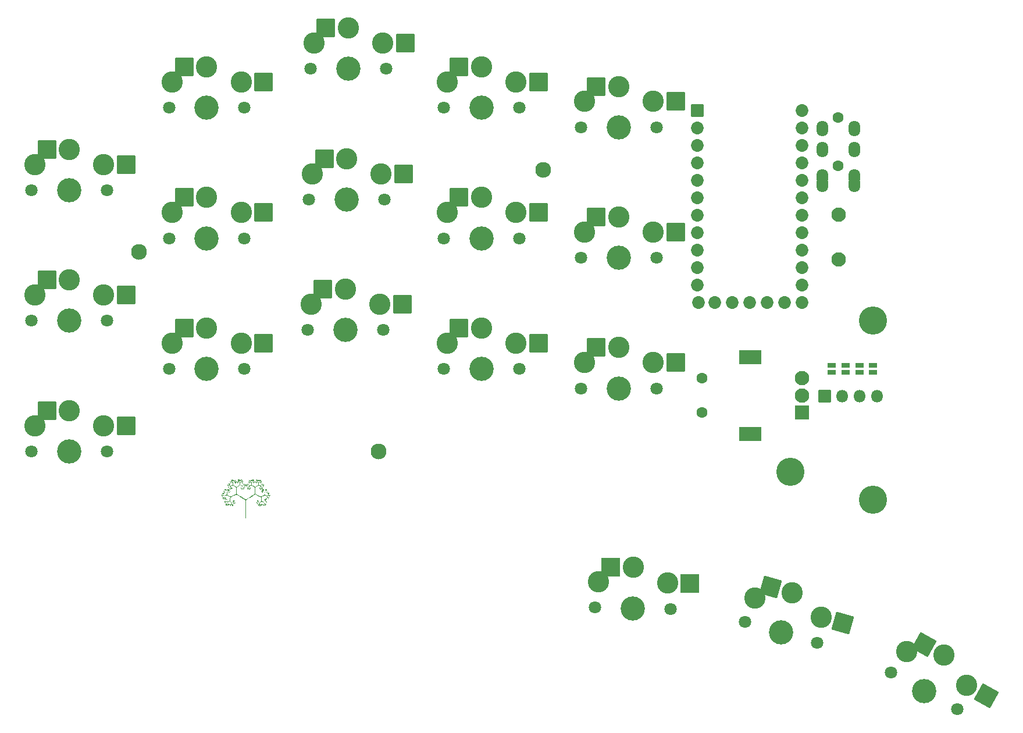
<source format=gbr>
%TF.GenerationSoftware,KiCad,Pcbnew,6.0.11+dfsg-1*%
%TF.CreationDate,2023-05-17T23:01:12+03:00*%
%TF.ProjectId,pcb,7063622e-6b69-4636-9164-5f7063625858,v1.0.0*%
%TF.SameCoordinates,Original*%
%TF.FileFunction,Soldermask,Bot*%
%TF.FilePolarity,Negative*%
%FSLAX46Y46*%
G04 Gerber Fmt 4.6, Leading zero omitted, Abs format (unit mm)*
G04 Created by KiCad (PCBNEW 6.0.11+dfsg-1) date 2023-05-17 23:01:12*
%MOMM*%
%LPD*%
G01*
G04 APERTURE LIST*
G04 Aperture macros list*
%AMRoundRect*
0 Rectangle with rounded corners*
0 $1 Rounding radius*
0 $2 $3 $4 $5 $6 $7 $8 $9 X,Y pos of 4 corners*
0 Add a 4 corners polygon primitive as box body*
4,1,4,$2,$3,$4,$5,$6,$7,$8,$9,$2,$3,0*
0 Add four circle primitives for the rounded corners*
1,1,$1+$1,$2,$3*
1,1,$1+$1,$4,$5*
1,1,$1+$1,$6,$7*
1,1,$1+$1,$8,$9*
0 Add four rect primitives between the rounded corners*
20,1,$1+$1,$2,$3,$4,$5,0*
20,1,$1+$1,$4,$5,$6,$7,0*
20,1,$1+$1,$6,$7,$8,$9,0*
20,1,$1+$1,$8,$9,$2,$3,0*%
G04 Aperture macros list end*
%ADD10C,2.100000*%
%ADD11C,1.600000*%
%ADD12O,1.700000X2.300000*%
%ADD13RoundRect,0.050000X0.571500X-0.317500X0.571500X0.317500X-0.571500X0.317500X-0.571500X-0.317500X0*%
%ADD14C,3.100000*%
%ADD15C,3.529000*%
%ADD16C,1.801800*%
%ADD17RoundRect,0.050000X-1.300000X-1.300000X1.300000X-1.300000X1.300000X1.300000X-1.300000X1.300000X0*%
%ADD18C,4.100000*%
%ADD19RoundRect,0.050000X-1.607969X-0.891312X0.891312X-1.607969X1.607969X0.891312X-0.891312X1.607969X0*%
%ADD20RoundRect,0.050000X0.850000X0.850000X-0.850000X0.850000X-0.850000X-0.850000X0.850000X-0.850000X0*%
%ADD21O,1.800000X1.800000*%
%ADD22RoundRect,0.050000X1.600000X1.000000X-1.600000X1.000000X-1.600000X-1.000000X1.600000X-1.000000X0*%
%ADD23RoundRect,0.050000X1.000000X1.000000X-1.000000X1.000000X-1.000000X-1.000000X1.000000X-1.000000X0*%
%ADD24RoundRect,0.050000X-0.876300X-0.876300X0.876300X-0.876300X0.876300X0.876300X-0.876300X0.876300X0*%
%ADD25C,1.852600*%
%ADD26RoundRect,0.050000X-1.322490X-1.277114X1.277114X-1.322490X1.322490X1.277114X-1.277114X1.322490X0*%
%ADD27RoundRect,0.050000X-1.767258X-0.506753X0.506753X-1.767258X1.767258X0.506753X-0.506753X1.767258X0*%
%ADD28C,2.300000*%
G04 APERTURE END LIST*
%TO.C,*%
G36*
X28625112Y-6356496D02*
G01*
X28779991Y-6429959D01*
X28826268Y-6400072D01*
X28863089Y-6376374D01*
X28899410Y-6352520D01*
X28922736Y-6335091D01*
X28935919Y-6320728D01*
X28941813Y-6306068D01*
X28943271Y-6287750D01*
X28943147Y-6262415D01*
X28942969Y-6244369D01*
X28940188Y-6214810D01*
X28932186Y-6196920D01*
X28916608Y-6183707D01*
X28903456Y-6176682D01*
X28878606Y-6172272D01*
X28862198Y-6180627D01*
X28859778Y-6200143D01*
X28859684Y-6214759D01*
X28844136Y-6220390D01*
X28838748Y-6220154D01*
X28828048Y-6213481D01*
X28830023Y-6193207D01*
X28831980Y-6184223D01*
X28829905Y-6169522D01*
X28813492Y-6166023D01*
X28807985Y-6165932D01*
X28796853Y-6162415D01*
X28804158Y-6150785D01*
X28812982Y-6143768D01*
X28821803Y-6145348D01*
X28822718Y-6147262D01*
X28837374Y-6154753D01*
X28859039Y-6151619D01*
X28877867Y-6138979D01*
X28886022Y-6117800D01*
X28880223Y-6098382D01*
X28863031Y-6089910D01*
X28853984Y-6086339D01*
X28853084Y-6068164D01*
X28853292Y-6067390D01*
X28862758Y-6049855D01*
X28873113Y-6048170D01*
X28877981Y-6063525D01*
X28880847Y-6072927D01*
X28897010Y-6076470D01*
X28906835Y-6072172D01*
X28913320Y-6059363D01*
X28913186Y-6058699D01*
X28915354Y-6047156D01*
X28926166Y-6050839D01*
X28940698Y-6068164D01*
X28945515Y-6076335D01*
X28947298Y-6087506D01*
X28932440Y-6089910D01*
X28917494Y-6094138D01*
X28910837Y-6109592D01*
X28918211Y-6131392D01*
X28939068Y-6154217D01*
X28939272Y-6154378D01*
X28960103Y-6168731D01*
X28976132Y-6169722D01*
X28998871Y-6158099D01*
X29002745Y-6155613D01*
X29021176Y-6136538D01*
X29030359Y-6114932D01*
X29028778Y-6097240D01*
X29014916Y-6089910D01*
X29006180Y-6086330D01*
X29005310Y-6068164D01*
X29005529Y-6067350D01*
X29014950Y-6049961D01*
X29025321Y-6047952D01*
X29030207Y-6062727D01*
X29032102Y-6070333D01*
X29046517Y-6079037D01*
X29054124Y-6077143D01*
X29062827Y-6062727D01*
X29062834Y-6061963D01*
X29068002Y-6047759D01*
X29078444Y-6050295D01*
X29087724Y-6068164D01*
X29088804Y-6081918D01*
X29078119Y-6089910D01*
X29075815Y-6090054D01*
X29064009Y-6099573D01*
X29062683Y-6118218D01*
X29070673Y-6137874D01*
X29086811Y-6150424D01*
X29102406Y-6152916D01*
X29115052Y-6145266D01*
X29120763Y-6138033D01*
X29134561Y-6145154D01*
X29147349Y-6159938D01*
X29147875Y-6170678D01*
X29134604Y-6170378D01*
X29117856Y-6171123D01*
X29109988Y-6184681D01*
X29116487Y-6203228D01*
X29121485Y-6215756D01*
X29107179Y-6223316D01*
X29089856Y-6225638D01*
X29078581Y-6219144D01*
X29085370Y-6203120D01*
X29089425Y-6190011D01*
X29074513Y-6177332D01*
X29071681Y-6175884D01*
X29049881Y-6171763D01*
X29024882Y-6183261D01*
X29015830Y-6189785D01*
X29004109Y-6204226D01*
X28998821Y-6226397D01*
X28997588Y-6263275D01*
X28997588Y-6325405D01*
X29051933Y-6350859D01*
X29069521Y-6358873D01*
X29096265Y-6368536D01*
X29115075Y-6369161D01*
X29133483Y-6361754D01*
X29135511Y-6360601D01*
X29152817Y-6343285D01*
X29160859Y-6322062D01*
X29158444Y-6304085D01*
X29144377Y-6296503D01*
X29134435Y-6295938D01*
X29128798Y-6289511D01*
X29134667Y-6270209D01*
X29143441Y-6256763D01*
X29155142Y-6254666D01*
X29160687Y-6269320D01*
X29162581Y-6276926D01*
X29176997Y-6285630D01*
X29184603Y-6283735D01*
X29193307Y-6269320D01*
X29194534Y-6261817D01*
X29204180Y-6253010D01*
X29206637Y-6253128D01*
X29215053Y-6257557D01*
X29215896Y-6261971D01*
X29221653Y-6279304D01*
X29223061Y-6290018D01*
X29210780Y-6296503D01*
X29198524Y-6303214D01*
X29193338Y-6321335D01*
X29197318Y-6341731D01*
X29210506Y-6355143D01*
X29223642Y-6359523D01*
X29242166Y-6359601D01*
X29247673Y-6345433D01*
X29249117Y-6337899D01*
X29260359Y-6329123D01*
X29264736Y-6329692D01*
X29265890Y-6336277D01*
X29263948Y-6342169D01*
X29270846Y-6358024D01*
X29272139Y-6359627D01*
X29275429Y-6369918D01*
X29259878Y-6372616D01*
X29245987Y-6375676D01*
X29236800Y-6388926D01*
X29238027Y-6396429D01*
X29247673Y-6405236D01*
X29250272Y-6405552D01*
X29258547Y-6416109D01*
X29251095Y-6423419D01*
X29230032Y-6426982D01*
X29219928Y-6426717D01*
X29208630Y-6422722D01*
X29214424Y-6411431D01*
X29216415Y-6408910D01*
X29219843Y-6395685D01*
X29204595Y-6383711D01*
X29195595Y-6379653D01*
X29176072Y-6379298D01*
X29151330Y-6393283D01*
X29139933Y-6402138D01*
X29126012Y-6421791D01*
X29125712Y-6448487D01*
X29132675Y-6471718D01*
X29147984Y-6491171D01*
X29165948Y-6496355D01*
X29181654Y-6484139D01*
X29184287Y-6479812D01*
X29193745Y-6471160D01*
X29203815Y-6481349D01*
X29211327Y-6494204D01*
X29213256Y-6507935D01*
X29199843Y-6507450D01*
X29182965Y-6508539D01*
X29174732Y-6521937D01*
X29181206Y-6538837D01*
X29189355Y-6548226D01*
X29190737Y-6560009D01*
X29172101Y-6563675D01*
X29157769Y-6559696D01*
X29153073Y-6541540D01*
X29153272Y-6538765D01*
X29147527Y-6522781D01*
X29125287Y-6515959D01*
X29108802Y-6516798D01*
X29090630Y-6527025D01*
X29085213Y-6542876D01*
X29096581Y-6558393D01*
X29103695Y-6563550D01*
X29106320Y-6568977D01*
X29097779Y-6570544D01*
X29076221Y-6574542D01*
X29064195Y-6576079D01*
X29055765Y-6570631D01*
X29058795Y-6550300D01*
X29061773Y-6536192D01*
X29058809Y-6525744D01*
X29042683Y-6527574D01*
X29027393Y-6531104D01*
X29020299Y-6527533D01*
X29026041Y-6509144D01*
X29034217Y-6497922D01*
X29048333Y-6504602D01*
X29064580Y-6510868D01*
X29081082Y-6502195D01*
X29091060Y-6480798D01*
X29090631Y-6451552D01*
X29083927Y-6433331D01*
X29065676Y-6413981D01*
X29031678Y-6395051D01*
X28979799Y-6370752D01*
X28895531Y-6423332D01*
X28811264Y-6475912D01*
X28818278Y-6557462D01*
X28822257Y-6601478D01*
X28827425Y-6641387D01*
X28834707Y-6667577D01*
X28846235Y-6684498D01*
X28864142Y-6696603D01*
X28890561Y-6708345D01*
X28915152Y-6718194D01*
X28938135Y-6724641D01*
X28954447Y-6722838D01*
X28971747Y-6713245D01*
X28985822Y-6699555D01*
X28995026Y-6677590D01*
X28992869Y-6658076D01*
X28978559Y-6648526D01*
X28965813Y-6646918D01*
X28958000Y-6641903D01*
X28966948Y-6629771D01*
X28968209Y-6628444D01*
X28981545Y-6620801D01*
X28996542Y-6630976D01*
X29001744Y-6635879D01*
X29014000Y-6640216D01*
X29027183Y-6626679D01*
X29031830Y-6620587D01*
X29042555Y-6612897D01*
X29052217Y-6622755D01*
X29057678Y-6632112D01*
X29061528Y-6647996D01*
X29049236Y-6651395D01*
X29041086Y-6651621D01*
X29032458Y-6661088D01*
X29030207Y-6686778D01*
X29030890Y-6693157D01*
X29042470Y-6710568D01*
X29061500Y-6716145D01*
X29078989Y-6706293D01*
X29090482Y-6696503D01*
X29103741Y-6705242D01*
X29113855Y-6718139D01*
X29115208Y-6728951D01*
X29100472Y-6727344D01*
X29092768Y-6726033D01*
X29079530Y-6734059D01*
X29075965Y-6750133D01*
X29085708Y-6764985D01*
X29092822Y-6770143D01*
X29095447Y-6775569D01*
X29087103Y-6777102D01*
X29065690Y-6781082D01*
X29060855Y-6781876D01*
X29045821Y-6779163D01*
X29043943Y-6761281D01*
X29042798Y-6748337D01*
X29029570Y-6735306D01*
X29006582Y-6735718D01*
X28979170Y-6750464D01*
X28968310Y-6760485D01*
X28960210Y-6778965D01*
X28963292Y-6807482D01*
X28969258Y-6825296D01*
X28984899Y-6845528D01*
X29003223Y-6851713D01*
X29018991Y-6840722D01*
X29026806Y-6834949D01*
X29040654Y-6845089D01*
X29044138Y-6849468D01*
X29047299Y-6859608D01*
X29031539Y-6861914D01*
X29014535Y-6866810D01*
X29009194Y-6882388D01*
X29021509Y-6903232D01*
X29025140Y-6907372D01*
X29023919Y-6914385D01*
X29003868Y-6916280D01*
X28991413Y-6915911D01*
X28980432Y-6911788D01*
X28986085Y-6900729D01*
X28988387Y-6897782D01*
X28991296Y-6884752D01*
X28975639Y-6872679D01*
X28972331Y-6870973D01*
X28951602Y-6866529D01*
X28931482Y-6879008D01*
X28918560Y-6895351D01*
X28921742Y-6911166D01*
X28925541Y-6922207D01*
X28910882Y-6930231D01*
X28901609Y-6932123D01*
X28893163Y-6927747D01*
X28895945Y-6908125D01*
X28898647Y-6895434D01*
X28895854Y-6884628D01*
X28879594Y-6886389D01*
X28864156Y-6888057D01*
X28850167Y-6882640D01*
X28848788Y-6879298D01*
X28855593Y-6872787D01*
X28858802Y-6872452D01*
X28865821Y-6864632D01*
X28864841Y-6854471D01*
X28868940Y-6844309D01*
X28880700Y-6853897D01*
X28882960Y-6856778D01*
X28896271Y-6865920D01*
X28913348Y-6857475D01*
X28916066Y-6855299D01*
X28927086Y-6837078D01*
X28925368Y-6807987D01*
X28918270Y-6786371D01*
X28901659Y-6768452D01*
X28870072Y-6752121D01*
X28860033Y-6747848D01*
X28827683Y-6735968D01*
X28804894Y-6734705D01*
X28783458Y-6745254D01*
X28755164Y-6768804D01*
X28747686Y-6775508D01*
X28726769Y-6797427D01*
X28719202Y-6815365D01*
X28721500Y-6836309D01*
X28724119Y-6845062D01*
X28738052Y-6869694D01*
X28755659Y-6883234D01*
X28771976Y-6883169D01*
X28782043Y-6866985D01*
X28782958Y-6863271D01*
X28788454Y-6858497D01*
X28799242Y-6872421D01*
X28804464Y-6881415D01*
X28805662Y-6892255D01*
X28789909Y-6894534D01*
X28782580Y-6894867D01*
X28771676Y-6901574D01*
X28773714Y-6921717D01*
X28775307Y-6928791D01*
X28774200Y-6944858D01*
X28759600Y-6948900D01*
X28745477Y-6945113D01*
X28743959Y-6928653D01*
X28744849Y-6923269D01*
X28737790Y-6905950D01*
X28718140Y-6899186D01*
X28692348Y-6905829D01*
X28681607Y-6912469D01*
X28672178Y-6927420D01*
X28682981Y-6945269D01*
X28686908Y-6954948D01*
X28672159Y-6962723D01*
X28663048Y-6964642D01*
X28653980Y-6960690D01*
X28656541Y-6941510D01*
X28659004Y-6929803D01*
X28655742Y-6918124D01*
X28637461Y-6918076D01*
X28632087Y-6918717D01*
X28616639Y-6915837D01*
X28615338Y-6899970D01*
X28620379Y-6880103D01*
X28628899Y-6873267D01*
X28640569Y-6887263D01*
X28645828Y-6895891D01*
X28655425Y-6900936D01*
X28670924Y-6889518D01*
X28683815Y-6869078D01*
X28684805Y-6839317D01*
X28671618Y-6811574D01*
X28646286Y-6793743D01*
X28639224Y-6791576D01*
X28607653Y-6788270D01*
X28589911Y-6798675D01*
X28588319Y-6821672D01*
X28588767Y-6823522D01*
X28588557Y-6841981D01*
X28573414Y-6848060D01*
X28557852Y-6844352D01*
X28554752Y-6825881D01*
X28553081Y-6809594D01*
X28538968Y-6803492D01*
X28528146Y-6801137D01*
X28522253Y-6784463D01*
X28522313Y-6783756D01*
X28527975Y-6768102D01*
X28536508Y-6763966D01*
X28540910Y-6774928D01*
X28540956Y-6776053D01*
X28549434Y-6785066D01*
X28566618Y-6782728D01*
X28583970Y-6770013D01*
X28591249Y-6756150D01*
X28591140Y-6734167D01*
X28580270Y-6718009D01*
X28561779Y-6715403D01*
X28548266Y-6717717D01*
X28541764Y-6709604D01*
X28551949Y-6687941D01*
X28552066Y-6687764D01*
X28562500Y-6677432D01*
X28572314Y-6686616D01*
X28584878Y-6695301D01*
X28599420Y-6689550D01*
X28606149Y-6670990D01*
X28607200Y-6661350D01*
X28615806Y-6656697D01*
X28634109Y-6670855D01*
X28644393Y-6682400D01*
X28647897Y-6694966D01*
X28632576Y-6698815D01*
X28627991Y-6699236D01*
X28617547Y-6708593D01*
X28619682Y-6725440D01*
X28632152Y-6743394D01*
X28652711Y-6756071D01*
X28661206Y-6758547D01*
X28680100Y-6759281D01*
X28700541Y-6749934D01*
X28729528Y-6727943D01*
X28776094Y-6689786D01*
X28762205Y-6594673D01*
X28759307Y-6575813D01*
X28751987Y-6535188D01*
X28745076Y-6505283D01*
X28739754Y-6491521D01*
X28736896Y-6489588D01*
X28717530Y-6479193D01*
X28683668Y-6462297D01*
X28639056Y-6440749D01*
X28587441Y-6416396D01*
X28443691Y-6349309D01*
X28217750Y-6492650D01*
X28171641Y-6521998D01*
X28112429Y-6559985D01*
X28060941Y-6593360D01*
X28019846Y-6620380D01*
X27991815Y-6639300D01*
X27979515Y-6648374D01*
X27976709Y-6653234D01*
X27974118Y-6671215D01*
X27974937Y-6703060D01*
X27979283Y-6751290D01*
X27987269Y-6818421D01*
X27989387Y-6835050D01*
X28003879Y-6947522D01*
X28016267Y-7041131D01*
X28026474Y-7115329D01*
X28034421Y-7169568D01*
X28040033Y-7203300D01*
X28043231Y-7215977D01*
X28043552Y-7216257D01*
X28057198Y-7223786D01*
X28085984Y-7237730D01*
X28125554Y-7256141D01*
X28171551Y-7277067D01*
X28219618Y-7298561D01*
X28265399Y-7318671D01*
X28304537Y-7335450D01*
X28332674Y-7346946D01*
X28345455Y-7351212D01*
X28348019Y-7350699D01*
X28366655Y-7342095D01*
X28396693Y-7325075D01*
X28432991Y-7302501D01*
X28508290Y-7253791D01*
X28508290Y-7190169D01*
X28507939Y-7165303D01*
X28504918Y-7138533D01*
X28496949Y-7123047D01*
X28481840Y-7112392D01*
X28470287Y-7107241D01*
X28443936Y-7103867D01*
X28426896Y-7113317D01*
X28424428Y-7133645D01*
X28424506Y-7149683D01*
X28409631Y-7151916D01*
X28402976Y-7150596D01*
X28386024Y-7144016D01*
X28379241Y-7137009D01*
X28387669Y-7133746D01*
X28393812Y-7131542D01*
X28397693Y-7118644D01*
X28392591Y-7102863D01*
X28380380Y-7094330D01*
X28366811Y-7092544D01*
X28359976Y-7087112D01*
X28370820Y-7073943D01*
X28387028Y-7060882D01*
X28396770Y-7058274D01*
X28394585Y-7067755D01*
X28393252Y-7070268D01*
X28395430Y-7082005D01*
X28410786Y-7085634D01*
X28432612Y-7079147D01*
X28446914Y-7065296D01*
X28452288Y-7044939D01*
X28446321Y-7027514D01*
X28429453Y-7021087D01*
X28419323Y-7020396D01*
X28410430Y-7012932D01*
X28410863Y-7010310D01*
X28421945Y-7003267D01*
X28425878Y-7002413D01*
X28426740Y-6992393D01*
X28424265Y-6987769D01*
X28425391Y-6981447D01*
X28435856Y-6986368D01*
X28450006Y-7000548D01*
X28455785Y-7007642D01*
X28466502Y-7013623D01*
X28478527Y-7001998D01*
X28480242Y-6999845D01*
X28492896Y-6990355D01*
X28506139Y-6999280D01*
X28513091Y-7007315D01*
X28513184Y-7014919D01*
X28494698Y-7018217D01*
X28494424Y-7018247D01*
X28482064Y-7027708D01*
X28481581Y-7047093D01*
X28491414Y-7069345D01*
X28510003Y-7087410D01*
X28527938Y-7097096D01*
X28545249Y-7098362D01*
X28567088Y-7086474D01*
X28580229Y-7074406D01*
X28592308Y-7053538D01*
X28596837Y-7033086D01*
X28592747Y-7019210D01*
X28578966Y-7018072D01*
X28569022Y-7020435D01*
X28563569Y-7013249D01*
X28573895Y-6992393D01*
X28577126Y-6987850D01*
X28586261Y-6983050D01*
X28597023Y-6996912D01*
X28602857Y-7006343D01*
X28611608Y-7011585D01*
X28623457Y-6998304D01*
X28629571Y-6990429D01*
X28640537Y-6984855D01*
X28655306Y-6996504D01*
X28664668Y-7006535D01*
X28665557Y-7014793D01*
X28646924Y-7018217D01*
X28637001Y-7026447D01*
X28630029Y-7048057D01*
X28632137Y-7066278D01*
X28645701Y-7081987D01*
X28664826Y-7084352D01*
X28682089Y-7070213D01*
X28684116Y-7066867D01*
X28693474Y-7058071D01*
X28703643Y-7068506D01*
X28711982Y-7083182D01*
X28711528Y-7097076D01*
X28693136Y-7101126D01*
X28680454Y-7104153D01*
X28671389Y-7117436D01*
X28672616Y-7124939D01*
X28682262Y-7133746D01*
X28684797Y-7133982D01*
X28693136Y-7142289D01*
X28689075Y-7147246D01*
X28671396Y-7150833D01*
X28656805Y-7147290D01*
X28655540Y-7132293D01*
X28654559Y-7117016D01*
X28639651Y-7106641D01*
X28615799Y-7106072D01*
X28589307Y-7116785D01*
X28582931Y-7121254D01*
X28570011Y-7135662D01*
X28564081Y-7157395D01*
X28562656Y-7193617D01*
X28562656Y-7252986D01*
X28617081Y-7280565D01*
X28645075Y-7294221D01*
X28666292Y-7301404D01*
X28681739Y-7299832D01*
X28698630Y-7290371D01*
X28710048Y-7280221D01*
X28722324Y-7259939D01*
X28727005Y-7239727D01*
X28723057Y-7225873D01*
X28709445Y-7224664D01*
X28699088Y-7227018D01*
X28694145Y-7219549D01*
X28705003Y-7198986D01*
X28714577Y-7189344D01*
X28722053Y-7196267D01*
X28730943Y-7206507D01*
X28748364Y-7208550D01*
X28761061Y-7196365D01*
X28768238Y-7189831D01*
X28783196Y-7200507D01*
X28794100Y-7215647D01*
X28791613Y-7226213D01*
X28773622Y-7224257D01*
X28766503Y-7223433D01*
X28758642Y-7233005D01*
X28758664Y-7251437D01*
X28765865Y-7271425D01*
X28779541Y-7285661D01*
X28798580Y-7290759D01*
X28811962Y-7277889D01*
X28814595Y-7273562D01*
X28824053Y-7264910D01*
X28834123Y-7275099D01*
X28841872Y-7288425D01*
X28843327Y-7301746D01*
X28829143Y-7300813D01*
X28821367Y-7299844D01*
X28808258Y-7308994D01*
X28803751Y-7325587D01*
X28812076Y-7339927D01*
X28816919Y-7347267D01*
X28802341Y-7354239D01*
X28797327Y-7355448D01*
X28784334Y-7354396D01*
X28785862Y-7339384D01*
X28787508Y-7330646D01*
X28779971Y-7314728D01*
X28758090Y-7310314D01*
X28725560Y-7318673D01*
X28714586Y-7323755D01*
X28697431Y-7339749D01*
X28693136Y-7366666D01*
X28696021Y-7391290D01*
X28710065Y-7417637D01*
X28733367Y-7427325D01*
X28739919Y-7425455D01*
X28747502Y-7411015D01*
X28752397Y-7396338D01*
X28762860Y-7398159D01*
X28772154Y-7415514D01*
X28772398Y-7429916D01*
X28757112Y-7441679D01*
X28754199Y-7442582D01*
X28739973Y-7452929D01*
X28736860Y-7465011D01*
X28747502Y-7470818D01*
X28748551Y-7470837D01*
X28758441Y-7476318D01*
X28753497Y-7486875D01*
X28736680Y-7495702D01*
X28730042Y-7497189D01*
X28719432Y-7494292D01*
X28721292Y-7476248D01*
X28721305Y-7476196D01*
X28721299Y-7454898D01*
X28704409Y-7443762D01*
X28699811Y-7442547D01*
X28674174Y-7444869D01*
X28657285Y-7460158D01*
X28655566Y-7483226D01*
X28655658Y-7499074D01*
X28638860Y-7503438D01*
X28625699Y-7501051D01*
X28622781Y-7492044D01*
X28625295Y-7484823D01*
X28623294Y-7463636D01*
X28614875Y-7452619D01*
X28600584Y-7460052D01*
X28589026Y-7466946D01*
X28586156Y-7458859D01*
X28595276Y-7432762D01*
X28601507Y-7421938D01*
X28605385Y-7424607D01*
X28608611Y-7432929D01*
X28624581Y-7437471D01*
X28648086Y-7428517D01*
X28657237Y-7414558D01*
X28655314Y-7384903D01*
X28648099Y-7364827D01*
X28629871Y-7344587D01*
X28596211Y-7324503D01*
X28544634Y-7298367D01*
X28375282Y-7410211D01*
X28382318Y-7478889D01*
X28385964Y-7513164D01*
X28392012Y-7558465D01*
X28399125Y-7588903D01*
X28409025Y-7608820D01*
X28423436Y-7622553D01*
X28444081Y-7634443D01*
X28445067Y-7634945D01*
X28485977Y-7651574D01*
X28516992Y-7653323D01*
X28543628Y-7640528D01*
X28555222Y-7628129D01*
X28562723Y-7606154D01*
X28557806Y-7587455D01*
X28540817Y-7579551D01*
X28532789Y-7579266D01*
X28524801Y-7574095D01*
X28532560Y-7557804D01*
X28545851Y-7541217D01*
X28557926Y-7537562D01*
X28562656Y-7552368D01*
X28564551Y-7559974D01*
X28578966Y-7568678D01*
X28586572Y-7566783D01*
X28595276Y-7552368D01*
X28595282Y-7551603D01*
X28600451Y-7537400D01*
X28610892Y-7539935D01*
X28620173Y-7557804D01*
X28621213Y-7571843D01*
X28609846Y-7579551D01*
X28604650Y-7580592D01*
X28596443Y-7593050D01*
X28597437Y-7613103D01*
X28606164Y-7632516D01*
X28621156Y-7643049D01*
X28633506Y-7643145D01*
X28649299Y-7634472D01*
X28657114Y-7628699D01*
X28670962Y-7638839D01*
X28672933Y-7641255D01*
X28678964Y-7652916D01*
X28667925Y-7655664D01*
X28653461Y-7658714D01*
X28642581Y-7673471D01*
X28650038Y-7694197D01*
X28650566Y-7694836D01*
X28657050Y-7707016D01*
X28645537Y-7710030D01*
X28631027Y-7709410D01*
X28616196Y-7703136D01*
X28614939Y-7686904D01*
X28614635Y-7676140D01*
X28602604Y-7663827D01*
X28580155Y-7663678D01*
X28552891Y-7676621D01*
X28540350Y-7686581D01*
X28527944Y-7706311D01*
X28527770Y-7735475D01*
X28533848Y-7758091D01*
X28548914Y-7776976D01*
X28567371Y-7780549D01*
X28584229Y-7766104D01*
X28586257Y-7762758D01*
X28595615Y-7753961D01*
X28605784Y-7764397D01*
X28614293Y-7779830D01*
X28614653Y-7793386D01*
X28600301Y-7792927D01*
X28593948Y-7791701D01*
X28579973Y-7799111D01*
X28575091Y-7814858D01*
X28583737Y-7829225D01*
X28588580Y-7836565D01*
X28574002Y-7843537D01*
X28569310Y-7844674D01*
X28556057Y-7843782D01*
X28557391Y-7829098D01*
X28557849Y-7827576D01*
X28556249Y-7811156D01*
X28536709Y-7801792D01*
X28516543Y-7799079D01*
X28498034Y-7802071D01*
X28487945Y-7816228D01*
X28488420Y-7832647D01*
X28499229Y-7840510D01*
X28503284Y-7840823D01*
X28506270Y-7845661D01*
X28495846Y-7853016D01*
X28477283Y-7858555D01*
X28463032Y-7855919D01*
X28458535Y-7837434D01*
X28455909Y-7821691D01*
X28441108Y-7814707D01*
X28430287Y-7812353D01*
X28424394Y-7795679D01*
X28424453Y-7794972D01*
X28430115Y-7779318D01*
X28438649Y-7775182D01*
X28443050Y-7786143D01*
X28443064Y-7786749D01*
X28451189Y-7796103D01*
X28468218Y-7794335D01*
X28485251Y-7782263D01*
X28491914Y-7763249D01*
X28490853Y-7734299D01*
X28490315Y-7731748D01*
X28481747Y-7710660D01*
X28463522Y-7694663D01*
X28429933Y-7678530D01*
X28375656Y-7655974D01*
X28329935Y-7693438D01*
X28315748Y-7705371D01*
X28295799Y-7725940D01*
X28288058Y-7744576D01*
X28288594Y-7768409D01*
X28288695Y-7769230D01*
X28297484Y-7795070D01*
X28312740Y-7811361D01*
X28329168Y-7814751D01*
X28341475Y-7801889D01*
X28342359Y-7799679D01*
X28349551Y-7792199D01*
X28362556Y-7801956D01*
X28374595Y-7816627D01*
X28375753Y-7827132D01*
X28361089Y-7825546D01*
X28354735Y-7824321D01*
X28340761Y-7831731D01*
X28335879Y-7847478D01*
X28344525Y-7861845D01*
X28349367Y-7869185D01*
X28334790Y-7876157D01*
X28330098Y-7877294D01*
X28316845Y-7876402D01*
X28318178Y-7861717D01*
X28318637Y-7860195D01*
X28317036Y-7843776D01*
X28297496Y-7834412D01*
X28270030Y-7831911D01*
X28252578Y-7842542D01*
X28251520Y-7866593D01*
X28251653Y-7885503D01*
X28236342Y-7891895D01*
X28220780Y-7888187D01*
X28217681Y-7869717D01*
X28216009Y-7853430D01*
X28201896Y-7847327D01*
X28191074Y-7844973D01*
X28185181Y-7828299D01*
X28185241Y-7827592D01*
X28190903Y-7811938D01*
X28199437Y-7807801D01*
X28203838Y-7818763D01*
X28203838Y-7818838D01*
X28211581Y-7828511D01*
X28228350Y-7827372D01*
X28244726Y-7816045D01*
X28244827Y-7815918D01*
X28250907Y-7796115D01*
X28250358Y-7767783D01*
X28249462Y-7762593D01*
X28237939Y-7736598D01*
X28211965Y-7721576D01*
X28200893Y-7718405D01*
X28172303Y-7718351D01*
X28155804Y-7731358D01*
X28155395Y-7755059D01*
X28155979Y-7770325D01*
X28140349Y-7775270D01*
X28139065Y-7775259D01*
X28124486Y-7770069D01*
X28125023Y-7751806D01*
X28126549Y-7745305D01*
X28124665Y-7733000D01*
X28107706Y-7734476D01*
X28092148Y-7736159D01*
X28078164Y-7730756D01*
X28076785Y-7727415D01*
X28083590Y-7720904D01*
X28089698Y-7718012D01*
X28095271Y-7701875D01*
X28097274Y-7689904D01*
X28104787Y-7697602D01*
X28112674Y-7704563D01*
X28132661Y-7706148D01*
X28151799Y-7696482D01*
X28160344Y-7678852D01*
X28156305Y-7660392D01*
X28141382Y-7643215D01*
X28121756Y-7641063D01*
X28112750Y-7640428D01*
X28113476Y-7623903D01*
X28114073Y-7621805D01*
X28123345Y-7605526D01*
X28133696Y-7601298D01*
X28138598Y-7612171D01*
X28140438Y-7617173D01*
X28154908Y-7623044D01*
X28162514Y-7621150D01*
X28171218Y-7606734D01*
X28171907Y-7599288D01*
X28177431Y-7590424D01*
X28184172Y-7593529D01*
X28199954Y-7606734D01*
X28204994Y-7611903D01*
X28210455Y-7621142D01*
X28199178Y-7623044D01*
X28188060Y-7627980D01*
X28182091Y-7649735D01*
X28183233Y-7661888D01*
X28193491Y-7675596D01*
X28219444Y-7683432D01*
X28223163Y-7684096D01*
X28248204Y-7685110D01*
X28271225Y-7676435D01*
X28300786Y-7655089D01*
X28318508Y-7639803D01*
X28337157Y-7616782D01*
X28340140Y-7596926D01*
X28338388Y-7587296D01*
X28333643Y-7556468D01*
X28328694Y-7519748D01*
X28327318Y-7508810D01*
X28320926Y-7465816D01*
X28312318Y-7437508D01*
X28297461Y-7418142D01*
X28272320Y-7401970D01*
X28232863Y-7383250D01*
X28187401Y-7362258D01*
X28130806Y-7335721D01*
X28080869Y-7311929D01*
X28006830Y-7276221D01*
X27876995Y-7385711D01*
X27851033Y-7407853D01*
X27809876Y-7444090D01*
X27776936Y-7474560D01*
X27755072Y-7496583D01*
X27747146Y-7507475D01*
X27747263Y-7510036D01*
X27749426Y-7530940D01*
X27753751Y-7565689D01*
X27759504Y-7608289D01*
X27771876Y-7696831D01*
X27824216Y-7721346D01*
X27850129Y-7733051D01*
X27871413Y-7739604D01*
X27887103Y-7737484D01*
X27904947Y-7727258D01*
X27909525Y-7723857D01*
X27924254Y-7704883D01*
X27930255Y-7683989D01*
X27926690Y-7668019D01*
X27912719Y-7663819D01*
X27905880Y-7664264D01*
X27900259Y-7655503D01*
X27910624Y-7633917D01*
X27913148Y-7630283D01*
X27922468Y-7623930D01*
X27932745Y-7636636D01*
X27945818Y-7651780D01*
X27958970Y-7653957D01*
X27964625Y-7639354D01*
X27965315Y-7631908D01*
X27970839Y-7623044D01*
X27977751Y-7626000D01*
X27991216Y-7637316D01*
X28002204Y-7650177D01*
X28003458Y-7657023D01*
X28000973Y-7657492D01*
X27983654Y-7659741D01*
X27973724Y-7667989D01*
X27966755Y-7689613D01*
X27967338Y-7705308D01*
X27978503Y-7723769D01*
X27997042Y-7727508D01*
X28016416Y-7713393D01*
X28020632Y-7707847D01*
X28031296Y-7700094D01*
X28041001Y-7710083D01*
X28048859Y-7724695D01*
X28048211Y-7738645D01*
X28029865Y-7742650D01*
X28017183Y-7745677D01*
X28008118Y-7758960D01*
X28009345Y-7766463D01*
X28018992Y-7775270D01*
X28021551Y-7775538D01*
X28029865Y-7784784D01*
X28023017Y-7791061D01*
X28002478Y-7794298D01*
X27998182Y-7794242D01*
X27983010Y-7790863D01*
X27986303Y-7780790D01*
X27991096Y-7769180D01*
X27980032Y-7752774D01*
X27972917Y-7747568D01*
X27956795Y-7744380D01*
X27933686Y-7754391D01*
X27927251Y-7758619D01*
X27907875Y-7782895D01*
X27899550Y-7813197D01*
X27903248Y-7841960D01*
X27919938Y-7861617D01*
X27921096Y-7862229D01*
X27939936Y-7867008D01*
X27952973Y-7854173D01*
X27955606Y-7849846D01*
X27965063Y-7841195D01*
X27975133Y-7851383D01*
X27982646Y-7864239D01*
X27984574Y-7877969D01*
X27971162Y-7877484D01*
X27954414Y-7878230D01*
X27946546Y-7891787D01*
X27953045Y-7910334D01*
X27953149Y-7910460D01*
X27957873Y-7923022D01*
X27943119Y-7930584D01*
X27937393Y-7931720D01*
X27920091Y-7929907D01*
X27913815Y-7922000D01*
X27923783Y-7912798D01*
X27929609Y-7904799D01*
X27916912Y-7890544D01*
X27899095Y-7880694D01*
X27876137Y-7884807D01*
X27860637Y-7898829D01*
X27856899Y-7917493D01*
X27869484Y-7931168D01*
X27874351Y-7934726D01*
X27864047Y-7937511D01*
X27846781Y-7937340D01*
X27833132Y-7930595D01*
X27832546Y-7912391D01*
X27832829Y-7910591D01*
X27830277Y-7897067D01*
X27813339Y-7897781D01*
X27798572Y-7901182D01*
X27791601Y-7897590D01*
X27797359Y-7879178D01*
X27803930Y-7869215D01*
X27817280Y-7872668D01*
X27833419Y-7878867D01*
X27850754Y-7870529D01*
X27861730Y-7849750D01*
X27861945Y-7821569D01*
X27856290Y-7804615D01*
X27839076Y-7784073D01*
X27806411Y-7765279D01*
X27790121Y-7757845D01*
X27763852Y-7746939D01*
X27749755Y-7742650D01*
X27744575Y-7744587D01*
X27725673Y-7756804D01*
X27700127Y-7776540D01*
X27694496Y-7781236D01*
X27671952Y-7803336D01*
X27662653Y-7823434D01*
X27662311Y-7849845D01*
X27667045Y-7871065D01*
X27680960Y-7890864D01*
X27698892Y-7895614D01*
X27715955Y-7882354D01*
X27725559Y-7873587D01*
X27736120Y-7884003D01*
X27743436Y-7896722D01*
X27745365Y-7910578D01*
X27731949Y-7910104D01*
X27715202Y-7910849D01*
X27707333Y-7924407D01*
X27713833Y-7942954D01*
X27713937Y-7943080D01*
X27718661Y-7955641D01*
X27703906Y-7963204D01*
X27689905Y-7964690D01*
X27675852Y-7959095D01*
X27674473Y-7955754D01*
X27681278Y-7949243D01*
X27681756Y-7949239D01*
X27692416Y-7943332D01*
X27687945Y-7930316D01*
X27670351Y-7916251D01*
X27663908Y-7913419D01*
X27639502Y-7913194D01*
X27622721Y-7927367D01*
X27620343Y-7951201D01*
X27620436Y-7964793D01*
X27605807Y-7970989D01*
X27591768Y-7965959D01*
X27592232Y-7947525D01*
X27593759Y-7941019D01*
X27591871Y-7928718D01*
X27574904Y-7930198D01*
X27573802Y-7930483D01*
X27556895Y-7932691D01*
X27553653Y-7924029D01*
X27562314Y-7900313D01*
X27568545Y-7889489D01*
X27572423Y-7892158D01*
X27573868Y-7896716D01*
X27587680Y-7904600D01*
X27607338Y-7904260D01*
X27622002Y-7895061D01*
X27622521Y-7894060D01*
X27624608Y-7875302D01*
X27621652Y-7847292D01*
X27618362Y-7833178D01*
X27606497Y-7813101D01*
X27583187Y-7803910D01*
X27557571Y-7801319D01*
X27535249Y-7803912D01*
X27532398Y-7805223D01*
X27520856Y-7818380D01*
X27520229Y-7833365D01*
X27531506Y-7840510D01*
X27535561Y-7840823D01*
X27538547Y-7845661D01*
X27528123Y-7853016D01*
X27509560Y-7858555D01*
X27495309Y-7855919D01*
X27490812Y-7837434D01*
X27487632Y-7820482D01*
X27472609Y-7816522D01*
X27460469Y-7817803D01*
X27454342Y-7812063D01*
X27460287Y-7792192D01*
X27468075Y-7781195D01*
X27482034Y-7787197D01*
X27495573Y-7793937D01*
X27513909Y-7785708D01*
X27522674Y-7774825D01*
X27527537Y-7753344D01*
X27521591Y-7734794D01*
X27506000Y-7727721D01*
X27495184Y-7725367D01*
X27489291Y-7708693D01*
X27489336Y-7708142D01*
X27494983Y-7692252D01*
X27503533Y-7688423D01*
X27507947Y-7699954D01*
X27510265Y-7705637D01*
X27523227Y-7708361D01*
X27538942Y-7702659D01*
X27547363Y-7690853D01*
X27549150Y-7677284D01*
X27554582Y-7670449D01*
X27567750Y-7681294D01*
X27578564Y-7693392D01*
X27582448Y-7706130D01*
X27567750Y-7710030D01*
X27553698Y-7716565D01*
X27551539Y-7732641D01*
X27560592Y-7751074D01*
X27579331Y-7764666D01*
X27600379Y-7771662D01*
X27622363Y-7772900D01*
X27643957Y-7762741D01*
X27672912Y-7739064D01*
X27712835Y-7703763D01*
X27700096Y-7601894D01*
X27687356Y-7500024D01*
X27590413Y-7469860D01*
X27493470Y-7439695D01*
X27445840Y-7478725D01*
X27429642Y-7492951D01*
X27408763Y-7516946D01*
X27404148Y-7533232D01*
X27406831Y-7542347D01*
X27410088Y-7568299D01*
X27413868Y-7580401D01*
X27429232Y-7592412D01*
X27447983Y-7594625D01*
X27460846Y-7584144D01*
X27464541Y-7577309D01*
X27477132Y-7568678D01*
X27480567Y-7569502D01*
X27480764Y-7579551D01*
X27479065Y-7583763D01*
X27485559Y-7590424D01*
X27489033Y-7590987D01*
X27497074Y-7602461D01*
X27494567Y-7607819D01*
X27480352Y-7608081D01*
X27473999Y-7606855D01*
X27460024Y-7614265D01*
X27455143Y-7630012D01*
X27463789Y-7644379D01*
X27468631Y-7651719D01*
X27454053Y-7658691D01*
X27449362Y-7659828D01*
X27436109Y-7658936D01*
X27437442Y-7644252D01*
X27437901Y-7642730D01*
X27436300Y-7626311D01*
X27416760Y-7616946D01*
X27389294Y-7614445D01*
X27371841Y-7625076D01*
X27370783Y-7649127D01*
X27370916Y-7668037D01*
X27355606Y-7674430D01*
X27340044Y-7670721D01*
X27336944Y-7652251D01*
X27335273Y-7635964D01*
X27321160Y-7629861D01*
X27310338Y-7627507D01*
X27304445Y-7610833D01*
X27304505Y-7610126D01*
X27310167Y-7594472D01*
X27318700Y-7590336D01*
X27323101Y-7601297D01*
X27323102Y-7601372D01*
X27330845Y-7611046D01*
X27347614Y-7609906D01*
X27363990Y-7598579D01*
X27364090Y-7598453D01*
X27370170Y-7578649D01*
X27369622Y-7550317D01*
X27368726Y-7545127D01*
X27357203Y-7519132D01*
X27331229Y-7504110D01*
X27320157Y-7500940D01*
X27291567Y-7500885D01*
X27275068Y-7513892D01*
X27274659Y-7537593D01*
X27275242Y-7552859D01*
X27259612Y-7557804D01*
X27258329Y-7557793D01*
X27243750Y-7552603D01*
X27244287Y-7534341D01*
X27245813Y-7527840D01*
X27243928Y-7515534D01*
X27226970Y-7517010D01*
X27211411Y-7518693D01*
X27197428Y-7513290D01*
X27196048Y-7509949D01*
X27202853Y-7503438D01*
X27208962Y-7500546D01*
X27214535Y-7484410D01*
X27216537Y-7472438D01*
X27224051Y-7480137D01*
X27231938Y-7487097D01*
X27251924Y-7488683D01*
X27271063Y-7479016D01*
X27279608Y-7461387D01*
X27275569Y-7442927D01*
X27260646Y-7425749D01*
X27241020Y-7423597D01*
X27232013Y-7422962D01*
X27232740Y-7406437D01*
X27233337Y-7404340D01*
X27242609Y-7388061D01*
X27252960Y-7383833D01*
X27257862Y-7394705D01*
X27259702Y-7399707D01*
X27274172Y-7405578D01*
X27281778Y-7403684D01*
X27290481Y-7389268D01*
X27291766Y-7378454D01*
X27300620Y-7374571D01*
X27319218Y-7389268D01*
X27324258Y-7394438D01*
X27329719Y-7403676D01*
X27318441Y-7405578D01*
X27307603Y-7410187D01*
X27301355Y-7430937D01*
X27301707Y-7437105D01*
X27311127Y-7455071D01*
X27337190Y-7467294D01*
X27353292Y-7471507D01*
X27371853Y-7471245D01*
X27391356Y-7461119D01*
X27419182Y-7438540D01*
X27435926Y-7422884D01*
X27455230Y-7399172D01*
X27459996Y-7383155D01*
X27458548Y-7378639D01*
X27451535Y-7354148D01*
X27443046Y-7322131D01*
X27434235Y-7294912D01*
X27420697Y-7277825D01*
X27397814Y-7269355D01*
X27368186Y-7267727D01*
X27346364Y-7280711D01*
X27335483Y-7296421D01*
X27342130Y-7304492D01*
X27354047Y-7312881D01*
X27352295Y-7324122D01*
X27334103Y-7329465D01*
X27318229Y-7324404D01*
X27315075Y-7305000D01*
X27315298Y-7302623D01*
X27311900Y-7285653D01*
X27294302Y-7282930D01*
X27292175Y-7283127D01*
X27276578Y-7280078D01*
X27276542Y-7263902D01*
X27276797Y-7262969D01*
X27285844Y-7246749D01*
X27296328Y-7242567D01*
X27301355Y-7253352D01*
X27301358Y-7253657D01*
X27309272Y-7263199D01*
X27326212Y-7261764D01*
X27343061Y-7250068D01*
X27350071Y-7235657D01*
X27349459Y-7213718D01*
X27339344Y-7197031D01*
X27322655Y-7193691D01*
X27319640Y-7194586D01*
X27307889Y-7193486D01*
X27309149Y-7176967D01*
X27315963Y-7162497D01*
X27326732Y-7165647D01*
X27341801Y-7175330D01*
X27359050Y-7174868D01*
X27366594Y-7160929D01*
X27367273Y-7153586D01*
X27376583Y-7145378D01*
X27397965Y-7154490D01*
X27400739Y-7156363D01*
X27405260Y-7165316D01*
X27390791Y-7175928D01*
X27382815Y-7181584D01*
X27373503Y-7201461D01*
X27380724Y-7222098D01*
X27402938Y-7235889D01*
X27432904Y-7241375D01*
X27457672Y-7235991D01*
X27477991Y-7215700D01*
X27484429Y-7205180D01*
X27490724Y-7180458D01*
X27484136Y-7162712D01*
X27465935Y-7158018D01*
X27454093Y-7156007D01*
X27451896Y-7139183D01*
X27456399Y-7121582D01*
X27464455Y-7111169D01*
X27472285Y-7120154D01*
X27472637Y-7121074D01*
X27485091Y-7132508D01*
X27500442Y-7131023D01*
X27507947Y-7117436D01*
X27509067Y-7107176D01*
X27517667Y-7102523D01*
X27535907Y-7116659D01*
X27547586Y-7130125D01*
X27549445Y-7139839D01*
X27534264Y-7137346D01*
X27528507Y-7135665D01*
X27520458Y-7140546D01*
X27520672Y-7162152D01*
X27522055Y-7171440D01*
X27530941Y-7189075D01*
X27551440Y-7193549D01*
X27568863Y-7190446D01*
X27575905Y-7179958D01*
X27577491Y-7168694D01*
X27589070Y-7168605D01*
X27605807Y-7182676D01*
X27607102Y-7184256D01*
X27613240Y-7196126D01*
X27601702Y-7198986D01*
X27591409Y-7202605D01*
X27584060Y-7220732D01*
X27586615Y-7233418D01*
X27597652Y-7242645D01*
X27603780Y-7244560D01*
X27594934Y-7253352D01*
X27581747Y-7260881D01*
X27568639Y-7261635D01*
X27566240Y-7245614D01*
X27565139Y-7236329D01*
X27552159Y-7224587D01*
X27530479Y-7224757D01*
X27507138Y-7237774D01*
X27500186Y-7244837D01*
X27488605Y-7267238D01*
X27488305Y-7297800D01*
X27498853Y-7341988D01*
X27505105Y-7360654D01*
X27514161Y-7375580D01*
X27529822Y-7386809D01*
X27556846Y-7397600D01*
X27599992Y-7411208D01*
X27615034Y-7415747D01*
X27654496Y-7427163D01*
X27684256Y-7435054D01*
X27698791Y-7437927D01*
X27701476Y-7436859D01*
X27718535Y-7425284D01*
X27747583Y-7403011D01*
X27785386Y-7372566D01*
X27828709Y-7336475D01*
X27948315Y-7235293D01*
X27947739Y-7181801D01*
X27946375Y-7156521D01*
X27942585Y-7114800D01*
X27936861Y-7061641D01*
X27929686Y-7000716D01*
X27921545Y-6935697D01*
X27912923Y-6870256D01*
X27904306Y-6808065D01*
X27896176Y-6752796D01*
X27889020Y-6708122D01*
X27883321Y-6677714D01*
X27879565Y-6665245D01*
X27870676Y-6660343D01*
X27844664Y-6647576D01*
X27805023Y-6628756D01*
X27755097Y-6605468D01*
X27698230Y-6579298D01*
X27683890Y-6572728D01*
X27616414Y-6541614D01*
X27536800Y-6504651D01*
X27451039Y-6464633D01*
X27365123Y-6424356D01*
X27285045Y-6386613D01*
X27250316Y-6370197D01*
X27183391Y-6338728D01*
X27132356Y-6315253D01*
X27094592Y-6298844D01*
X27067482Y-6288574D01*
X27048407Y-6283516D01*
X27034749Y-6282743D01*
X27023890Y-6285328D01*
X27013213Y-6290343D01*
X27012234Y-6290858D01*
X26991683Y-6302797D01*
X26956601Y-6324234D01*
X26910415Y-6353033D01*
X26856553Y-6387059D01*
X26798443Y-6424175D01*
X26770643Y-6442007D01*
X26712625Y-6479152D01*
X26641003Y-6524942D01*
X26558706Y-6577507D01*
X26468666Y-6634977D01*
X26373811Y-6695480D01*
X26277074Y-6757146D01*
X26181384Y-6818104D01*
X25746475Y-7095056D01*
X25746475Y-8383001D01*
X25746474Y-8431110D01*
X25746447Y-8621388D01*
X25746371Y-8791351D01*
X25746230Y-8942158D01*
X25746007Y-9074968D01*
X25745688Y-9190939D01*
X25745255Y-9291230D01*
X25744694Y-9376999D01*
X25743988Y-9449404D01*
X25743120Y-9509605D01*
X25742076Y-9558758D01*
X25740840Y-9598023D01*
X25739394Y-9628558D01*
X25737724Y-9651522D01*
X25735814Y-9668073D01*
X25733647Y-9679369D01*
X25731207Y-9686569D01*
X25728479Y-9690831D01*
X25727661Y-9691719D01*
X25699529Y-9708419D01*
X25669111Y-9706572D01*
X25643795Y-9686549D01*
X25642135Y-9683531D01*
X25639728Y-9675905D01*
X25637585Y-9663788D01*
X25635689Y-9646029D01*
X25634027Y-9621479D01*
X25632584Y-9588986D01*
X25631344Y-9547400D01*
X25630292Y-9495572D01*
X25629415Y-9432350D01*
X25628697Y-9356585D01*
X25628122Y-9267125D01*
X25627677Y-9162821D01*
X25627346Y-9042522D01*
X25627115Y-8905078D01*
X25626968Y-8749339D01*
X25626891Y-8574154D01*
X25626868Y-8378373D01*
X25626868Y-7094362D01*
X25482797Y-7003323D01*
X25476961Y-6999633D01*
X25427435Y-6968235D01*
X25364082Y-6927957D01*
X25290810Y-6881291D01*
X25211530Y-6830727D01*
X25130151Y-6778759D01*
X25050584Y-6727877D01*
X25023264Y-6710397D01*
X24950010Y-6663574D01*
X24880907Y-6619467D01*
X24818787Y-6579880D01*
X24766481Y-6546616D01*
X24726821Y-6521478D01*
X24702639Y-6506270D01*
X24700968Y-6505230D01*
X24667530Y-6484169D01*
X24622008Y-6455198D01*
X24570173Y-6422001D01*
X24517793Y-6388261D01*
X24508511Y-6382270D01*
X24460260Y-6351352D01*
X24416947Y-6323949D01*
X24382998Y-6302844D01*
X24362843Y-6290822D01*
X24361370Y-6290011D01*
X24352211Y-6285822D01*
X24341877Y-6283995D01*
X24328053Y-6285385D01*
X24308422Y-6290847D01*
X24280667Y-6301234D01*
X24242471Y-6317401D01*
X24191520Y-6340202D01*
X24125495Y-6370492D01*
X24042081Y-6409125D01*
X23961408Y-6446585D01*
X23878479Y-6485156D01*
X23798733Y-6522304D01*
X23726309Y-6556101D01*
X23665344Y-6584617D01*
X23619975Y-6605924D01*
X23488723Y-6667790D01*
X23469935Y-6805627D01*
X23463275Y-6854608D01*
X23452645Y-6933097D01*
X23441787Y-7013569D01*
X23432236Y-7084655D01*
X23413325Y-7225846D01*
X23533346Y-7327509D01*
X23550254Y-7341777D01*
X23592366Y-7376828D01*
X23627950Y-7405763D01*
X23653678Y-7425903D01*
X23666225Y-7434567D01*
X23670330Y-7435084D01*
X23692696Y-7432124D01*
X23727927Y-7424059D01*
X23770460Y-7412090D01*
X23813610Y-7398543D01*
X23841664Y-7387674D01*
X23858057Y-7376717D01*
X23867447Y-7362535D01*
X23874490Y-7341988D01*
X23879474Y-7324302D01*
X23886198Y-7285606D01*
X23881920Y-7258586D01*
X23866205Y-7237774D01*
X23855563Y-7230047D01*
X23832121Y-7223136D01*
X23813622Y-7228636D01*
X23807103Y-7245614D01*
X23806899Y-7256754D01*
X23798815Y-7263224D01*
X23778410Y-7253352D01*
X23770031Y-7246405D01*
X23775691Y-7242645D01*
X23783600Y-7238460D01*
X23789283Y-7220732D01*
X23786347Y-7208045D01*
X23771642Y-7198986D01*
X23769944Y-7198971D01*
X23759955Y-7195538D01*
X23767536Y-7182676D01*
X23781686Y-7169982D01*
X23794522Y-7167674D01*
X23797438Y-7179958D01*
X23801840Y-7188979D01*
X23821903Y-7193549D01*
X23829987Y-7193177D01*
X23846161Y-7185239D01*
X23852671Y-7162152D01*
X23853583Y-7151628D01*
X23850902Y-7136927D01*
X23839079Y-7137346D01*
X23826576Y-7140438D01*
X23823446Y-7134140D01*
X23837436Y-7116659D01*
X23851347Y-7104435D01*
X23861805Y-7105123D01*
X23869743Y-7125591D01*
X23873895Y-7138936D01*
X23880253Y-7143306D01*
X23892645Y-7129103D01*
X23905808Y-7114913D01*
X23915213Y-7116736D01*
X23921447Y-7139183D01*
X23920768Y-7153971D01*
X23907408Y-7158018D01*
X23898786Y-7157945D01*
X23885095Y-7168609D01*
X23883527Y-7189886D01*
X23895352Y-7215700D01*
X23912348Y-7233819D01*
X23935892Y-7241430D01*
X23970405Y-7235889D01*
X23980305Y-7232049D01*
X23997132Y-7214829D01*
X23998395Y-7193587D01*
X23982552Y-7175928D01*
X23978378Y-7173616D01*
X23967539Y-7163690D01*
X23975378Y-7154490D01*
X23984647Y-7149189D01*
X24001467Y-7146344D01*
X24006749Y-7160929D01*
X24011565Y-7172966D01*
X24027402Y-7176419D01*
X24046611Y-7165647D01*
X24056389Y-7161858D01*
X24064194Y-7176967D01*
X24065069Y-7180512D01*
X24064621Y-7194517D01*
X24050689Y-7193691D01*
X24038219Y-7194364D01*
X24025929Y-7208067D01*
X24022307Y-7229333D01*
X24030282Y-7250068D01*
X24030556Y-7250394D01*
X24047496Y-7261894D01*
X24064346Y-7263119D01*
X24071988Y-7253352D01*
X24072000Y-7252532D01*
X24077407Y-7242459D01*
X24087972Y-7247226D01*
X24096801Y-7263902D01*
X24097288Y-7265856D01*
X24096120Y-7280769D01*
X24079041Y-7282930D01*
X24076771Y-7282727D01*
X24060634Y-7286512D01*
X24058269Y-7305000D01*
X24055763Y-7323571D01*
X24039240Y-7329465D01*
X24023218Y-7325721D01*
X24018210Y-7315196D01*
X24031213Y-7304956D01*
X24031261Y-7304940D01*
X24038883Y-7297562D01*
X24029882Y-7282304D01*
X24019425Y-7272582D01*
X23993413Y-7265442D01*
X23966183Y-7275784D01*
X23941654Y-7301464D01*
X23923747Y-7340339D01*
X23919274Y-7355685D01*
X23912000Y-7382257D01*
X23909054Y-7395604D01*
X23912229Y-7400579D01*
X23928182Y-7416308D01*
X23953086Y-7437456D01*
X23957861Y-7441259D01*
X23986050Y-7460748D01*
X24008804Y-7467992D01*
X24034636Y-7465967D01*
X24051344Y-7462016D01*
X24067835Y-7451593D01*
X24071988Y-7432269D01*
X24068829Y-7414902D01*
X24054902Y-7405578D01*
X24049610Y-7405455D01*
X24043537Y-7401849D01*
X24054125Y-7389268D01*
X24064852Y-7379724D01*
X24076648Y-7372958D01*
X24079485Y-7374769D01*
X24082862Y-7389268D01*
X24084756Y-7396875D01*
X24099172Y-7405578D01*
X24106675Y-7404352D01*
X24115481Y-7394705D01*
X24115536Y-7392912D01*
X24121249Y-7383631D01*
X24131781Y-7389156D01*
X24140603Y-7406437D01*
X24141995Y-7421582D01*
X24132323Y-7423597D01*
X24117643Y-7423469D01*
X24100839Y-7437362D01*
X24093735Y-7461387D01*
X24096599Y-7471976D01*
X24112237Y-7485584D01*
X24133050Y-7489400D01*
X24149292Y-7480137D01*
X24156659Y-7472372D01*
X24158808Y-7484410D01*
X24160646Y-7494462D01*
X24170490Y-7503438D01*
X24174032Y-7504025D01*
X24175915Y-7513290D01*
X24167317Y-7518015D01*
X24146373Y-7517010D01*
X24139876Y-7515485D01*
X24127577Y-7517373D01*
X24129056Y-7534341D01*
X24129414Y-7535747D01*
X24129223Y-7553170D01*
X24113731Y-7557804D01*
X24098794Y-7553791D01*
X24098684Y-7537593D01*
X24100639Y-7528318D01*
X24094339Y-7508057D01*
X24073190Y-7499397D01*
X24040978Y-7504506D01*
X24028157Y-7509609D01*
X24011062Y-7523903D01*
X24006749Y-7547995D01*
X24006003Y-7571567D01*
X24004030Y-7586521D01*
X24006611Y-7593255D01*
X24021738Y-7605549D01*
X24038236Y-7612063D01*
X24047109Y-7604016D01*
X24053018Y-7593602D01*
X24063028Y-7592954D01*
X24068898Y-7610833D01*
X24066976Y-7622987D01*
X24052184Y-7629861D01*
X24039939Y-7633313D01*
X24036399Y-7652251D01*
X24033903Y-7670004D01*
X24017737Y-7674430D01*
X24002466Y-7668102D01*
X24002560Y-7649127D01*
X24002578Y-7627414D01*
X23987130Y-7615017D01*
X23956583Y-7616946D01*
X23954576Y-7617468D01*
X23936397Y-7627164D01*
X23935901Y-7644252D01*
X23937119Y-7648408D01*
X23935909Y-7660088D01*
X23919290Y-7658691D01*
X23905244Y-7652502D01*
X23909554Y-7644379D01*
X23914476Y-7640015D01*
X23917779Y-7624039D01*
X23909139Y-7610155D01*
X23892991Y-7608081D01*
X23884211Y-7609645D01*
X23876269Y-7602461D01*
X23876808Y-7598829D01*
X23887784Y-7590424D01*
X23891717Y-7589570D01*
X23892579Y-7579551D01*
X23890804Y-7575408D01*
X23896211Y-7568678D01*
X23902005Y-7570771D01*
X23913001Y-7585456D01*
X23913471Y-7586603D01*
X23925434Y-7596320D01*
X23941518Y-7590465D01*
X23956601Y-7572785D01*
X23965561Y-7547024D01*
X23966428Y-7539760D01*
X23964439Y-7519590D01*
X23951960Y-7500827D01*
X23925148Y-7476795D01*
X23879873Y-7439695D01*
X23782930Y-7469847D01*
X23739451Y-7483747D01*
X23709938Y-7494937D01*
X23693416Y-7504970D01*
X23685820Y-7516360D01*
X23683089Y-7531620D01*
X23680659Y-7552646D01*
X23675401Y-7590613D01*
X23668927Y-7632649D01*
X23657662Y-7702057D01*
X23693571Y-7732837D01*
X23710796Y-7747008D01*
X23740605Y-7766058D01*
X23765967Y-7771349D01*
X23793283Y-7764943D01*
X23812142Y-7751586D01*
X23821726Y-7733205D01*
X23820070Y-7717000D01*
X23805593Y-7710030D01*
X23798147Y-7709341D01*
X23789283Y-7703817D01*
X23792239Y-7696904D01*
X23803555Y-7683439D01*
X23816416Y-7672451D01*
X23823262Y-7671197D01*
X23823718Y-7673598D01*
X23825980Y-7690853D01*
X23828941Y-7697755D01*
X23842495Y-7706601D01*
X23857996Y-7708107D01*
X23865396Y-7699954D01*
X23865400Y-7699427D01*
X23870013Y-7688342D01*
X23878576Y-7692529D01*
X23884052Y-7708693D01*
X23882131Y-7720844D01*
X23867343Y-7727721D01*
X23856756Y-7730195D01*
X23846905Y-7745282D01*
X23847410Y-7766635D01*
X23859434Y-7785708D01*
X23875327Y-7794133D01*
X23892579Y-7786143D01*
X23902107Y-7779351D01*
X23908889Y-7778486D01*
X23909832Y-7783900D01*
X23915802Y-7802380D01*
X23916904Y-7815332D01*
X23902210Y-7816861D01*
X23886718Y-7819218D01*
X23882531Y-7837434D01*
X23879212Y-7854591D01*
X23863783Y-7858555D01*
X23857954Y-7857410D01*
X23841179Y-7850910D01*
X23834050Y-7843832D01*
X23841837Y-7840510D01*
X23847460Y-7839563D01*
X23854438Y-7829138D01*
X23849439Y-7814041D01*
X23834212Y-7802909D01*
X23830931Y-7801963D01*
X23796333Y-7802818D01*
X23767462Y-7821035D01*
X23750947Y-7852655D01*
X23749076Y-7862350D01*
X23749810Y-7886431D01*
X23763404Y-7902611D01*
X23768726Y-7906333D01*
X23784023Y-7911107D01*
X23797310Y-7898609D01*
X23806024Y-7889455D01*
X23811029Y-7891909D01*
X23811604Y-7898428D01*
X23817325Y-7920377D01*
X23818006Y-7922263D01*
X23816653Y-7932168D01*
X23799298Y-7930422D01*
X23791510Y-7928617D01*
X23779550Y-7930688D01*
X23781111Y-7947525D01*
X23781665Y-7965803D01*
X23767536Y-7970989D01*
X23754906Y-7967514D01*
X23753000Y-7951201D01*
X23754122Y-7944650D01*
X23747542Y-7922769D01*
X23728239Y-7911724D01*
X23702992Y-7916251D01*
X23702408Y-7916566D01*
X23685118Y-7930679D01*
X23681001Y-7943592D01*
X23692065Y-7949243D01*
X23695607Y-7949829D01*
X23697491Y-7959095D01*
X23689755Y-7963765D01*
X23669437Y-7963204D01*
X23669247Y-7963154D01*
X23654648Y-7955571D01*
X23659510Y-7942954D01*
X23666060Y-7925208D01*
X23658750Y-7911244D01*
X23641394Y-7910104D01*
X23632383Y-7912218D01*
X23627076Y-7904936D01*
X23637223Y-7884003D01*
X23647601Y-7873602D01*
X23657388Y-7882354D01*
X23665745Y-7889639D01*
X23687290Y-7893079D01*
X23695488Y-7890247D01*
X23705092Y-7876426D01*
X23707733Y-7846996D01*
X23705124Y-7819063D01*
X23693465Y-7796513D01*
X23667800Y-7772530D01*
X23627866Y-7740209D01*
X23577582Y-7759413D01*
X23561264Y-7766427D01*
X23532804Y-7782827D01*
X23516938Y-7797975D01*
X23508552Y-7823066D01*
X23509400Y-7850575D01*
X23519227Y-7871435D01*
X23535455Y-7880627D01*
X23555507Y-7873130D01*
X23565035Y-7866337D01*
X23571817Y-7865472D01*
X23572515Y-7869973D01*
X23578113Y-7887757D01*
X23578551Y-7888941D01*
X23577720Y-7899458D01*
X23560863Y-7898006D01*
X23557505Y-7897178D01*
X23542252Y-7897699D01*
X23540797Y-7912391D01*
X23541699Y-7925269D01*
X23533582Y-7935882D01*
X23509296Y-7937511D01*
X23500045Y-7935955D01*
X23503859Y-7931168D01*
X23513613Y-7923527D01*
X23515827Y-7904724D01*
X23501836Y-7884580D01*
X23487358Y-7878122D01*
X23465444Y-7881629D01*
X23449225Y-7895921D01*
X23446698Y-7916384D01*
X23447622Y-7919475D01*
X23446853Y-7931788D01*
X23430682Y-7930704D01*
X23430014Y-7930527D01*
X23415476Y-7922892D01*
X23420298Y-7910334D01*
X23426848Y-7892589D01*
X23419538Y-7878624D01*
X23402181Y-7877484D01*
X23393170Y-7879598D01*
X23387864Y-7872316D01*
X23398011Y-7851383D01*
X23408388Y-7840982D01*
X23418176Y-7849735D01*
X23426533Y-7857019D01*
X23448077Y-7860459D01*
X23455747Y-7857913D01*
X23465753Y-7844355D01*
X23468521Y-7815211D01*
X23467798Y-7798304D01*
X23459882Y-7773764D01*
X23439446Y-7756258D01*
X23427547Y-7749538D01*
X23408943Y-7744672D01*
X23393100Y-7752949D01*
X23383177Y-7764872D01*
X23387040Y-7780790D01*
X23388704Y-7782933D01*
X23389213Y-7791799D01*
X23370865Y-7794298D01*
X23370508Y-7794298D01*
X23349387Y-7790365D01*
X23343660Y-7781734D01*
X23356308Y-7772806D01*
X23362152Y-7767600D01*
X23362156Y-7750336D01*
X23355045Y-7740209D01*
X23335735Y-7739433D01*
X23329132Y-7741774D01*
X23322133Y-7741447D01*
X23331218Y-7728376D01*
X23338671Y-7716861D01*
X23337561Y-7710030D01*
X23335468Y-7709740D01*
X23336342Y-7702669D01*
X23343742Y-7702127D01*
X23357469Y-7714134D01*
X23367923Y-7724177D01*
X23387381Y-7727385D01*
X23402453Y-7714774D01*
X23406588Y-7689613D01*
X23400880Y-7670218D01*
X23389690Y-7659741D01*
X23385335Y-7659272D01*
X23369885Y-7657023D01*
X23369354Y-7653330D01*
X23378068Y-7641544D01*
X23391537Y-7628929D01*
X23402504Y-7623044D01*
X23405341Y-7624854D01*
X23408718Y-7639354D01*
X23412919Y-7652793D01*
X23425219Y-7653261D01*
X23439610Y-7637390D01*
X23444730Y-7629008D01*
X23453513Y-7625095D01*
X23468110Y-7637390D01*
X23477954Y-7647928D01*
X23478931Y-7656307D01*
X23460366Y-7659741D01*
X23447759Y-7666582D01*
X23443126Y-7685033D01*
X23449783Y-7707468D01*
X23466981Y-7726331D01*
X23479950Y-7734053D01*
X23495666Y-7738003D01*
X23515828Y-7733739D01*
X23548050Y-7720736D01*
X23602142Y-7697466D01*
X23609044Y-7635790D01*
X23611821Y-7611759D01*
X23617092Y-7569090D01*
X23621612Y-7535759D01*
X23622987Y-7524587D01*
X23622324Y-7511267D01*
X23616606Y-7497767D01*
X23603517Y-7481320D01*
X23580744Y-7459158D01*
X23545971Y-7428515D01*
X23496886Y-7386623D01*
X23366495Y-7275843D01*
X23216352Y-7347240D01*
X23187909Y-7360788D01*
X23139385Y-7384018D01*
X23100167Y-7402944D01*
X23073706Y-7415898D01*
X23063449Y-7421211D01*
X23060375Y-7432117D01*
X23055021Y-7459159D01*
X23048416Y-7496727D01*
X23041539Y-7539247D01*
X23035367Y-7581145D01*
X23033896Y-7594110D01*
X23035668Y-7615211D01*
X23047459Y-7633127D01*
X23073216Y-7655618D01*
X23076285Y-7658070D01*
X23104809Y-7677986D01*
X23127780Y-7685441D01*
X23153899Y-7683432D01*
X23170608Y-7679482D01*
X23187099Y-7669058D01*
X23191252Y-7649735D01*
X23188092Y-7632368D01*
X23174165Y-7623044D01*
X23168874Y-7622920D01*
X23162801Y-7619315D01*
X23173389Y-7606734D01*
X23184116Y-7597190D01*
X23195912Y-7590424D01*
X23198748Y-7592235D01*
X23202125Y-7606734D01*
X23204020Y-7614340D01*
X23218435Y-7623044D01*
X23225938Y-7621817D01*
X23234745Y-7612171D01*
X23234800Y-7610377D01*
X23240513Y-7601097D01*
X23251045Y-7606621D01*
X23259867Y-7623903D01*
X23261259Y-7639048D01*
X23251587Y-7641063D01*
X23236906Y-7640935D01*
X23220103Y-7654828D01*
X23212999Y-7678852D01*
X23215863Y-7689441D01*
X23231501Y-7703050D01*
X23252314Y-7706866D01*
X23268556Y-7697602D01*
X23275923Y-7689838D01*
X23278072Y-7701875D01*
X23279910Y-7711928D01*
X23289753Y-7720904D01*
X23293296Y-7721490D01*
X23295179Y-7730756D01*
X23286581Y-7735481D01*
X23265637Y-7734476D01*
X23259139Y-7732950D01*
X23246840Y-7734839D01*
X23248320Y-7751806D01*
X23248678Y-7753213D01*
X23248487Y-7770635D01*
X23232994Y-7775270D01*
X23218058Y-7771256D01*
X23217948Y-7755059D01*
X23219813Y-7746439D01*
X23213810Y-7725909D01*
X23192998Y-7716832D01*
X23161378Y-7721576D01*
X23156443Y-7723403D01*
X23133007Y-7739483D01*
X23122985Y-7767783D01*
X23122937Y-7768103D01*
X23122471Y-7796408D01*
X23128617Y-7816045D01*
X23128680Y-7816124D01*
X23145081Y-7827402D01*
X23161829Y-7828491D01*
X23169505Y-7818763D01*
X23169512Y-7818090D01*
X23174174Y-7807713D01*
X23182725Y-7812309D01*
X23188162Y-7828299D01*
X23186240Y-7840453D01*
X23171447Y-7847327D01*
X23159203Y-7850779D01*
X23155663Y-7869717D01*
X23153066Y-7887606D01*
X23136634Y-7891868D01*
X23125374Y-7890268D01*
X23115871Y-7882107D01*
X23126473Y-7866145D01*
X23131262Y-7854342D01*
X23122073Y-7841336D01*
X23101898Y-7833377D01*
X23076606Y-7834221D01*
X23073470Y-7835051D01*
X23055593Y-7844800D01*
X23055165Y-7861717D01*
X23056383Y-7865874D01*
X23055173Y-7877554D01*
X23038554Y-7876157D01*
X23024508Y-7869968D01*
X23028818Y-7861845D01*
X23033739Y-7857481D01*
X23037043Y-7841505D01*
X23028403Y-7827621D01*
X23012254Y-7825546D01*
X23003474Y-7827111D01*
X22995533Y-7819927D01*
X22996072Y-7816295D01*
X23007048Y-7807890D01*
X23010981Y-7807036D01*
X23011843Y-7797017D01*
X23010068Y-7792874D01*
X23015474Y-7786143D01*
X23020664Y-7787746D01*
X23031761Y-7801609D01*
X23031988Y-7802185D01*
X23044529Y-7814763D01*
X23061027Y-7811118D01*
X23076195Y-7794563D01*
X23084749Y-7768409D01*
X23085768Y-7756462D01*
X23083024Y-7735879D01*
X23070215Y-7717247D01*
X23043408Y-7693438D01*
X22997688Y-7655974D01*
X22943410Y-7678530D01*
X22939259Y-7680272D01*
X22907436Y-7696160D01*
X22890417Y-7712426D01*
X22882490Y-7734299D01*
X22881179Y-7761106D01*
X22888092Y-7782263D01*
X22888651Y-7782922D01*
X22905852Y-7794605D01*
X22922699Y-7795951D01*
X22930293Y-7786143D01*
X22930300Y-7785470D01*
X22934962Y-7775093D01*
X22943513Y-7779689D01*
X22948949Y-7795679D01*
X22947027Y-7807833D01*
X22932235Y-7814707D01*
X22920278Y-7817983D01*
X22914808Y-7837434D01*
X22911489Y-7854591D01*
X22896060Y-7858555D01*
X22890231Y-7857410D01*
X22873457Y-7850910D01*
X22866328Y-7843832D01*
X22874114Y-7840510D01*
X22884885Y-7832738D01*
X22885429Y-7816340D01*
X22875309Y-7802071D01*
X22861534Y-7799113D01*
X22836634Y-7801792D01*
X22834627Y-7802314D01*
X22816448Y-7812010D01*
X22815953Y-7829098D01*
X22817170Y-7833254D01*
X22815961Y-7844934D01*
X22799341Y-7843537D01*
X22785296Y-7837348D01*
X22789606Y-7829225D01*
X22794527Y-7824861D01*
X22797830Y-7808885D01*
X22789190Y-7795001D01*
X22773042Y-7792927D01*
X22762365Y-7794984D01*
X22757146Y-7786222D01*
X22766931Y-7764450D01*
X22770010Y-7759886D01*
X22779230Y-7754809D01*
X22791516Y-7767760D01*
X22802090Y-7778306D01*
X22820821Y-7781158D01*
X22836576Y-7765999D01*
X22845619Y-7735085D01*
X22846823Y-7713277D01*
X22839772Y-7693572D01*
X22818119Y-7676908D01*
X22808021Y-7671353D01*
X22780391Y-7663246D01*
X22762568Y-7669030D01*
X22758582Y-7687956D01*
X22759350Y-7699909D01*
X22751474Y-7708198D01*
X22727806Y-7710030D01*
X22727096Y-7710028D01*
X22716224Y-7706776D01*
X22723305Y-7694197D01*
X22730258Y-7681064D01*
X22725991Y-7663193D01*
X22705418Y-7655664D01*
X22703005Y-7655631D01*
X22694217Y-7652022D01*
X22702381Y-7638839D01*
X22713482Y-7629253D01*
X22724044Y-7634472D01*
X22731529Y-7640614D01*
X22752187Y-7643049D01*
X22757942Y-7640950D01*
X22770951Y-7626444D01*
X22777192Y-7605884D01*
X22775196Y-7587507D01*
X22763497Y-7579551D01*
X22754093Y-7575978D01*
X22753170Y-7557804D01*
X22753378Y-7557030D01*
X22762844Y-7539495D01*
X22773199Y-7537810D01*
X22778067Y-7553165D01*
X22780932Y-7562568D01*
X22797095Y-7566111D01*
X22806920Y-7561812D01*
X22813405Y-7549004D01*
X22812725Y-7543396D01*
X22817390Y-7535865D01*
X22827225Y-7541547D01*
X22835584Y-7557804D01*
X22836663Y-7571559D01*
X22825979Y-7579551D01*
X22816218Y-7585048D01*
X22810687Y-7605415D01*
X22810691Y-7606120D01*
X22818599Y-7628773D01*
X22844248Y-7645181D01*
X22848476Y-7646890D01*
X22871201Y-7652949D01*
X22893326Y-7649810D01*
X22924444Y-7636426D01*
X22939296Y-7629231D01*
X22954150Y-7620533D01*
X22964535Y-7609431D01*
X22971933Y-7592096D01*
X22977827Y-7564699D01*
X22983697Y-7523413D01*
X22991026Y-7464409D01*
X22997871Y-7409070D01*
X22918665Y-7358394D01*
X22904529Y-7349498D01*
X22868439Y-7328147D01*
X22840084Y-7313291D01*
X22824640Y-7307719D01*
X22820142Y-7308284D01*
X22797438Y-7315702D01*
X22768157Y-7328974D01*
X22749801Y-7340054D01*
X22722201Y-7371341D01*
X22712976Y-7413001D01*
X22715641Y-7420780D01*
X22731442Y-7431556D01*
X22752188Y-7434792D01*
X22767043Y-7427569D01*
X22773932Y-7423353D01*
X22781202Y-7438138D01*
X22782743Y-7454309D01*
X22773162Y-7456217D01*
X22771864Y-7455755D01*
X22752786Y-7457453D01*
X22742392Y-7471211D01*
X22747037Y-7489044D01*
X22750332Y-7493557D01*
X22748965Y-7501374D01*
X22729137Y-7503438D01*
X22715615Y-7503008D01*
X22706226Y-7498627D01*
X22713280Y-7486582D01*
X22719547Y-7472268D01*
X22713353Y-7454180D01*
X22694907Y-7442824D01*
X22669625Y-7443542D01*
X22669013Y-7443739D01*
X22652024Y-7454993D01*
X22652051Y-7476248D01*
X22653770Y-7483954D01*
X22652057Y-7496636D01*
X22636663Y-7495702D01*
X22635462Y-7495371D01*
X22619230Y-7486268D01*
X22615036Y-7475815D01*
X22625841Y-7470818D01*
X22628405Y-7470663D01*
X22636828Y-7463412D01*
X22631889Y-7451080D01*
X22616231Y-7441679D01*
X22603778Y-7434844D01*
X22601189Y-7415514D01*
X22610360Y-7398270D01*
X22620847Y-7396268D01*
X22625841Y-7411015D01*
X22626866Y-7419094D01*
X22637765Y-7426860D01*
X22663008Y-7420725D01*
X22675367Y-7406960D01*
X22680207Y-7373114D01*
X22678721Y-7349272D01*
X22669688Y-7331086D01*
X22647783Y-7318673D01*
X22634487Y-7313936D01*
X22605543Y-7310547D01*
X22588642Y-7319453D01*
X22587482Y-7339384D01*
X22588807Y-7343917D01*
X22587612Y-7355656D01*
X22571002Y-7354239D01*
X22556957Y-7348050D01*
X22561267Y-7339927D01*
X22566971Y-7334210D01*
X22568852Y-7317626D01*
X22559851Y-7303261D01*
X22544200Y-7300813D01*
X22534324Y-7303155D01*
X22528895Y-7295954D01*
X22539220Y-7275099D01*
X22541774Y-7271424D01*
X22551085Y-7265136D01*
X22561381Y-7277889D01*
X22574581Y-7290715D01*
X22593802Y-7285661D01*
X22601415Y-7279708D01*
X22611937Y-7261679D01*
X22615632Y-7241557D01*
X22611794Y-7226647D01*
X22599721Y-7224257D01*
X22583775Y-7226890D01*
X22578490Y-7218175D01*
X22590147Y-7200507D01*
X22604542Y-7189936D01*
X22612282Y-7196365D01*
X22620425Y-7206562D01*
X22637700Y-7208518D01*
X22651290Y-7196267D01*
X22657489Y-7189141D01*
X22668340Y-7198986D01*
X22676726Y-7212735D01*
X22678140Y-7225666D01*
X22663898Y-7224664D01*
X22653985Y-7223663D01*
X22646704Y-7233721D01*
X22648421Y-7252383D01*
X22658102Y-7273362D01*
X22674713Y-7290371D01*
X22689353Y-7298901D01*
X22704558Y-7301704D01*
X22724457Y-7295881D01*
X22756262Y-7280565D01*
X22810687Y-7252986D01*
X22810687Y-7193617D01*
X22810556Y-7179328D01*
X22807889Y-7148797D01*
X22799877Y-7130338D01*
X22784036Y-7116785D01*
X22761689Y-7106967D01*
X22737004Y-7105863D01*
X22720277Y-7114803D01*
X22717808Y-7132309D01*
X22717959Y-7145619D01*
X22701952Y-7152503D01*
X22685871Y-7150111D01*
X22680555Y-7140874D01*
X22693037Y-7131282D01*
X22698882Y-7126076D01*
X22698885Y-7108812D01*
X22692733Y-7099759D01*
X22675182Y-7097036D01*
X22664849Y-7100112D01*
X22659078Y-7095206D01*
X22665061Y-7074832D01*
X22673835Y-7061387D01*
X22685536Y-7059289D01*
X22691081Y-7073943D01*
X22692803Y-7084419D01*
X22704574Y-7089004D01*
X22728241Y-7075943D01*
X22735320Y-7068862D01*
X22743173Y-7048110D01*
X22740052Y-7028177D01*
X22726270Y-7018217D01*
X22712701Y-7016431D01*
X22705866Y-7010999D01*
X22716711Y-6997830D01*
X22728809Y-6987016D01*
X22741547Y-6983133D01*
X22745447Y-6997830D01*
X22749648Y-7011269D01*
X22761948Y-7011737D01*
X22776340Y-6995866D01*
X22780159Y-6989466D01*
X22789399Y-6983431D01*
X22803545Y-6994572D01*
X22813863Y-7008911D01*
X22811354Y-7019554D01*
X22793314Y-7017664D01*
X22783554Y-7017085D01*
X22777053Y-7028049D01*
X22779070Y-7047365D01*
X22788546Y-7068588D01*
X22804422Y-7085273D01*
X22822832Y-7095434D01*
X22840110Y-7095847D01*
X22864899Y-7084896D01*
X22870303Y-7081982D01*
X22891635Y-7064356D01*
X22895629Y-7043414D01*
X22890213Y-7028495D01*
X22873208Y-7022772D01*
X22861443Y-7023575D01*
X22855169Y-7016647D01*
X22867633Y-6998821D01*
X22868680Y-6997718D01*
X22881521Y-6990552D01*
X22894816Y-7001998D01*
X22900200Y-7008524D01*
X22910602Y-7013432D01*
X22923337Y-7000548D01*
X22927839Y-6995214D01*
X22941440Y-6983730D01*
X22949579Y-6982129D01*
X22946603Y-6992393D01*
X22944904Y-6996605D01*
X22951398Y-7003267D01*
X22954522Y-7003630D01*
X22962913Y-7012932D01*
X22959971Y-7017845D01*
X22943890Y-7021087D01*
X22927693Y-7026371D01*
X22921016Y-7043014D01*
X22925840Y-7063475D01*
X22942364Y-7080021D01*
X22948881Y-7083310D01*
X22966718Y-7086457D01*
X22981080Y-7073241D01*
X22990304Y-7062163D01*
X22995533Y-7060102D01*
X22996618Y-7066399D01*
X23002817Y-7085711D01*
X23005462Y-7097424D01*
X22997304Y-7096784D01*
X22989139Y-7095197D01*
X22977562Y-7106971D01*
X22976019Y-7117600D01*
X22985793Y-7134677D01*
X22992907Y-7139835D01*
X22995533Y-7145261D01*
X22987189Y-7146794D01*
X22965775Y-7150774D01*
X22961191Y-7151532D01*
X22945980Y-7148953D01*
X22944029Y-7131383D01*
X22944050Y-7122470D01*
X22933987Y-7106281D01*
X22911999Y-7104513D01*
X22882008Y-7118014D01*
X22877222Y-7121279D01*
X22862522Y-7135980D01*
X22855839Y-7157036D01*
X22854321Y-7192081D01*
X22854461Y-7247916D01*
X22933856Y-7299564D01*
X22948487Y-7308924D01*
X22984415Y-7330545D01*
X23012566Y-7345577D01*
X23027829Y-7351212D01*
X23031594Y-7350471D01*
X23053058Y-7342794D01*
X23088687Y-7328114D01*
X23134571Y-7308075D01*
X23186802Y-7284322D01*
X23331197Y-7217432D01*
X23342216Y-7145688D01*
X23350299Y-7090671D01*
X23359780Y-7022302D01*
X23369667Y-6948067D01*
X23379065Y-6874812D01*
X23387078Y-6809380D01*
X23392813Y-6758618D01*
X23396195Y-6729164D01*
X23400902Y-6695288D01*
X23404799Y-6674681D01*
X23405035Y-6668842D01*
X23395931Y-6653689D01*
X23371848Y-6633207D01*
X23330514Y-6605273D01*
X23324191Y-6601237D01*
X23278343Y-6571918D01*
X23232844Y-6542748D01*
X23196689Y-6519495D01*
X23174653Y-6505305D01*
X23133263Y-6478707D01*
X23084816Y-6447617D01*
X23035819Y-6416213D01*
X22929315Y-6348000D01*
X22785733Y-6415952D01*
X22764191Y-6426189D01*
X22715059Y-6449876D01*
X22674425Y-6469935D01*
X22646023Y-6484507D01*
X22633589Y-6491732D01*
X22631633Y-6495131D01*
X22625505Y-6516206D01*
X22618282Y-6551177D01*
X22611144Y-6594633D01*
X22597261Y-6689705D01*
X22640691Y-6726880D01*
X22646678Y-6731999D01*
X22672087Y-6752634D01*
X22689424Y-6761646D01*
X22705826Y-6761198D01*
X22728429Y-6753450D01*
X22746605Y-6740531D01*
X22756068Y-6722153D01*
X22754378Y-6705849D01*
X22740011Y-6698815D01*
X22729751Y-6697695D01*
X22725098Y-6689095D01*
X22739234Y-6670855D01*
X22752402Y-6659118D01*
X22763093Y-6658526D01*
X22770344Y-6677068D01*
X22771334Y-6680398D01*
X22782218Y-6696265D01*
X22794240Y-6696281D01*
X22800159Y-6679786D01*
X22800604Y-6671437D01*
X22804614Y-6667949D01*
X22816469Y-6681865D01*
X22830078Y-6704149D01*
X22829031Y-6716490D01*
X22811564Y-6715403D01*
X22798738Y-6715191D01*
X22784890Y-6727556D01*
X22780722Y-6748406D01*
X22789373Y-6770013D01*
X22790457Y-6771268D01*
X22808085Y-6783260D01*
X22824923Y-6784805D01*
X22832434Y-6774928D01*
X22832440Y-6774255D01*
X22837102Y-6763877D01*
X22845654Y-6768473D01*
X22851090Y-6784463D01*
X22849168Y-6796617D01*
X22834375Y-6803492D01*
X22822131Y-6806943D01*
X22818591Y-6825881D01*
X22816266Y-6843385D01*
X22800540Y-6848106D01*
X22785582Y-6841276D01*
X22781763Y-6819325D01*
X22781799Y-6818724D01*
X22776032Y-6795347D01*
X22755408Y-6787736D01*
X22720126Y-6795966D01*
X22706967Y-6802133D01*
X22694230Y-6817506D01*
X22691081Y-6845676D01*
X22695100Y-6875321D01*
X22709457Y-6891395D01*
X22720150Y-6893208D01*
X22732110Y-6885617D01*
X22734166Y-6881354D01*
X22747517Y-6872787D01*
X22752333Y-6875111D01*
X22752388Y-6889097D01*
X22750771Y-6897463D01*
X22757303Y-6905407D01*
X22760710Y-6905986D01*
X22762388Y-6915260D01*
X22753857Y-6919981D01*
X22732961Y-6919009D01*
X22722363Y-6916814D01*
X22713777Y-6921136D01*
X22716610Y-6940745D01*
X22719135Y-6952430D01*
X22716924Y-6964077D01*
X22701902Y-6962910D01*
X22700701Y-6962580D01*
X22684469Y-6953477D01*
X22680276Y-6943024D01*
X22691081Y-6938027D01*
X22700719Y-6934720D01*
X22698243Y-6923304D01*
X22680637Y-6908199D01*
X22673025Y-6904157D01*
X22648924Y-6900195D01*
X22632232Y-6909217D01*
X22629384Y-6928653D01*
X22630351Y-6933086D01*
X22626632Y-6945610D01*
X22606339Y-6948900D01*
X22599019Y-6948759D01*
X22585939Y-6945385D01*
X22591047Y-6935852D01*
X22602463Y-6918455D01*
X22600394Y-6901507D01*
X22582256Y-6894534D01*
X22573884Y-6894219D01*
X22566224Y-6888926D01*
X22574101Y-6872421D01*
X22577304Y-6867406D01*
X22586523Y-6857980D01*
X22591300Y-6866985D01*
X22594365Y-6875952D01*
X22607271Y-6885491D01*
X22624117Y-6879802D01*
X22640188Y-6861547D01*
X22650767Y-6833392D01*
X22652102Y-6825625D01*
X22651531Y-6805470D01*
X22640454Y-6787825D01*
X22615058Y-6765434D01*
X22603218Y-6755953D01*
X22579481Y-6739092D01*
X22560436Y-6733599D01*
X22537868Y-6738566D01*
X22503560Y-6753080D01*
X22475712Y-6767305D01*
X22456671Y-6784977D01*
X22447783Y-6808945D01*
X22447279Y-6811571D01*
X22446850Y-6839572D01*
X22459995Y-6857475D01*
X22463133Y-6859764D01*
X22479005Y-6865709D01*
X22492643Y-6853897D01*
X22498538Y-6847283D01*
X22507195Y-6846323D01*
X22507523Y-6864632D01*
X22507631Y-6866942D01*
X22517750Y-6872787D01*
X22521292Y-6873374D01*
X22523176Y-6882640D01*
X22514645Y-6887361D01*
X22493749Y-6886389D01*
X22483151Y-6884194D01*
X22474565Y-6888516D01*
X22477398Y-6908125D01*
X22479950Y-6919964D01*
X22477655Y-6931484D01*
X22462461Y-6930231D01*
X22448423Y-6923298D01*
X22451601Y-6911166D01*
X22455502Y-6897724D01*
X22441861Y-6879008D01*
X22438905Y-6876404D01*
X22419368Y-6866189D01*
X22397704Y-6872679D01*
X22393414Y-6875071D01*
X22381273Y-6886833D01*
X22387258Y-6900729D01*
X22391739Y-6906886D01*
X22390180Y-6914433D01*
X22370319Y-6916280D01*
X22358295Y-6915928D01*
X22347602Y-6911786D01*
X22353614Y-6900447D01*
X22360566Y-6887314D01*
X22356299Y-6869443D01*
X22335726Y-6861914D01*
X22325101Y-6859178D01*
X22330837Y-6847322D01*
X22336097Y-6838650D01*
X22335792Y-6825575D01*
X22334012Y-6822785D01*
X22341323Y-6818421D01*
X22347445Y-6820554D01*
X22354009Y-6835487D01*
X22358147Y-6846138D01*
X22378071Y-6849079D01*
X22382006Y-6848330D01*
X22399657Y-6836236D01*
X22410081Y-6807547D01*
X22413050Y-6789232D01*
X22409998Y-6767716D01*
X22394173Y-6750464D01*
X22380427Y-6741371D01*
X22354119Y-6733935D01*
X22334717Y-6740757D01*
X22327651Y-6760979D01*
X22327689Y-6762413D01*
X22323319Y-6779385D01*
X22305904Y-6780815D01*
X22291828Y-6778161D01*
X22277896Y-6775569D01*
X22277304Y-6773640D01*
X22287635Y-6764985D01*
X22293658Y-6759386D01*
X22297272Y-6742878D01*
X22289131Y-6729107D01*
X22272871Y-6727344D01*
X22261231Y-6729922D01*
X22257241Y-6722911D01*
X22269602Y-6705242D01*
X22282433Y-6696485D01*
X22294354Y-6706293D01*
X22295987Y-6708310D01*
X22314431Y-6716070D01*
X22334711Y-6708040D01*
X22348860Y-6687034D01*
X22351387Y-6666825D01*
X22343298Y-6650177D01*
X22325726Y-6648802D01*
X22317011Y-6650914D01*
X22311349Y-6643852D01*
X22321126Y-6622755D01*
X22325122Y-6617104D01*
X22334511Y-6613969D01*
X22348143Y-6628191D01*
X22356189Y-6637981D01*
X22366961Y-6643427D01*
X22378612Y-6632306D01*
X22380327Y-6630153D01*
X22392982Y-6620663D01*
X22406224Y-6629588D01*
X22413176Y-6637623D01*
X22413270Y-6645227D01*
X22394784Y-6648526D01*
X22382786Y-6654574D01*
X22377768Y-6672371D01*
X22384301Y-6694432D01*
X22401596Y-6713245D01*
X22414272Y-6720814D01*
X22430088Y-6724951D01*
X22450330Y-6720963D01*
X22482674Y-6708390D01*
X22487259Y-6706482D01*
X22510579Y-6695912D01*
X22526615Y-6684446D01*
X22537226Y-6667932D01*
X22544269Y-6642219D01*
X22549603Y-6603155D01*
X22555085Y-6546589D01*
X22561628Y-6475912D01*
X22477419Y-6423411D01*
X22393209Y-6370909D01*
X22341497Y-6395130D01*
X22314290Y-6409523D01*
X22292681Y-6428327D01*
X22282713Y-6451552D01*
X22281455Y-6477129D01*
X22290206Y-6500007D01*
X22306434Y-6510348D01*
X22326280Y-6503548D01*
X22336325Y-6496377D01*
X22343136Y-6495438D01*
X22343833Y-6499939D01*
X22349431Y-6517723D01*
X22350078Y-6519508D01*
X22348801Y-6529502D01*
X22331519Y-6527798D01*
X22319355Y-6525334D01*
X22311393Y-6530136D01*
X22314548Y-6550300D01*
X22317140Y-6562370D01*
X22314994Y-6575085D01*
X22300120Y-6575826D01*
X22292157Y-6574198D01*
X22275130Y-6567550D01*
X22268038Y-6560646D01*
X22276084Y-6557462D01*
X22280240Y-6556922D01*
X22288352Y-6546760D01*
X22284541Y-6530117D01*
X22270022Y-6515431D01*
X22260072Y-6511552D01*
X22236962Y-6512907D01*
X22220264Y-6525452D01*
X22217563Y-6544921D01*
X22217712Y-6558581D01*
X22201776Y-6563675D01*
X22186777Y-6561310D01*
X22180451Y-6553101D01*
X22192866Y-6544124D01*
X22198937Y-6538668D01*
X22198211Y-6520343D01*
X22191449Y-6510200D01*
X22174508Y-6507063D01*
X22164632Y-6509405D01*
X22159203Y-6502204D01*
X22169528Y-6481349D01*
X22172083Y-6477674D01*
X22181393Y-6471386D01*
X22191689Y-6484139D01*
X22192576Y-6485580D01*
X22208660Y-6497528D01*
X22225903Y-6492295D01*
X22239658Y-6473350D01*
X22245276Y-6444160D01*
X22240335Y-6417393D01*
X22222524Y-6391610D01*
X22196753Y-6379064D01*
X22168350Y-6383924D01*
X22165212Y-6385658D01*
X22152844Y-6397371D01*
X22158919Y-6411431D01*
X22163105Y-6417062D01*
X22162395Y-6425031D01*
X22143311Y-6426982D01*
X22124141Y-6424141D01*
X22114797Y-6416109D01*
X22115112Y-6413510D01*
X22125670Y-6405236D01*
X22130672Y-6403396D01*
X22136543Y-6388926D01*
X22132876Y-6379692D01*
X22115814Y-6372616D01*
X22101281Y-6368242D01*
X22100773Y-6350869D01*
X22100992Y-6350056D01*
X22110412Y-6332667D01*
X22120783Y-6330657D01*
X22125670Y-6345433D01*
X22126694Y-6353512D01*
X22137593Y-6361277D01*
X22162837Y-6355143D01*
X22174759Y-6343748D01*
X22179867Y-6323693D01*
X22176237Y-6304849D01*
X22163726Y-6296503D01*
X22153784Y-6295938D01*
X22148148Y-6289511D01*
X22154016Y-6270209D01*
X22162790Y-6256763D01*
X22174491Y-6254666D01*
X22180036Y-6269320D01*
X22181931Y-6276926D01*
X22196346Y-6285630D01*
X22203952Y-6283735D01*
X22212656Y-6269320D01*
X22213883Y-6261817D01*
X22223529Y-6253010D01*
X22225987Y-6253128D01*
X22234403Y-6257557D01*
X22235246Y-6261971D01*
X22241003Y-6279304D01*
X22242410Y-6290018D01*
X22230129Y-6296503D01*
X22224873Y-6297023D01*
X22212571Y-6307381D01*
X22212535Y-6325968D01*
X22223363Y-6346094D01*
X22243653Y-6361071D01*
X22248079Y-6362833D01*
X22269484Y-6367704D01*
X22292349Y-6363618D01*
X22325203Y-6349350D01*
X22375755Y-6324789D01*
X22375755Y-6264061D01*
X22375366Y-6238904D01*
X22371963Y-6213350D01*
X22362690Y-6197766D01*
X22344750Y-6185017D01*
X22330462Y-6177250D01*
X22311365Y-6172822D01*
X22294173Y-6181013D01*
X22282541Y-6192878D01*
X22287299Y-6203172D01*
X22288806Y-6204156D01*
X22296034Y-6215801D01*
X22287023Y-6223894D01*
X22266783Y-6223478D01*
X22266593Y-6223428D01*
X22251994Y-6215845D01*
X22256856Y-6203228D01*
X22263406Y-6185482D01*
X22256096Y-6171518D01*
X22238739Y-6170378D01*
X22229729Y-6172492D01*
X22224422Y-6165210D01*
X22234569Y-6144277D01*
X22244998Y-6133843D01*
X22254792Y-6142722D01*
X22265784Y-6151865D01*
X22285484Y-6151390D01*
X22302970Y-6138338D01*
X22310516Y-6116361D01*
X22307251Y-6099312D01*
X22295224Y-6089910D01*
X22286488Y-6086330D01*
X22285619Y-6068164D01*
X22285837Y-6067350D01*
X22295258Y-6049961D01*
X22305629Y-6047952D01*
X22310516Y-6062727D01*
X22312410Y-6070333D01*
X22326826Y-6079037D01*
X22334432Y-6077143D01*
X22343136Y-6062727D01*
X22343142Y-6061963D01*
X22348310Y-6047759D01*
X22358752Y-6050295D01*
X22368033Y-6068164D01*
X22369112Y-6081918D01*
X22358428Y-6089910D01*
X22355193Y-6090140D01*
X22343488Y-6099649D01*
X22343810Y-6118443D01*
X22354644Y-6140075D01*
X22374472Y-6158099D01*
X22374696Y-6158231D01*
X22397342Y-6169763D01*
X22413364Y-6168674D01*
X22434275Y-6154217D01*
X22451450Y-6136823D01*
X22462020Y-6114307D01*
X22458687Y-6096896D01*
X22440903Y-6089910D01*
X22432875Y-6089626D01*
X22424886Y-6084455D01*
X22432645Y-6068164D01*
X22433137Y-6067385D01*
X22447624Y-6050488D01*
X22458228Y-6047287D01*
X22460023Y-6059363D01*
X22461579Y-6067002D01*
X22476333Y-6076470D01*
X22487489Y-6076334D01*
X22495362Y-6063525D01*
X22500218Y-6048284D01*
X22510661Y-6049743D01*
X22520013Y-6067226D01*
X22520401Y-6081219D01*
X22505754Y-6093187D01*
X22496668Y-6097250D01*
X22488883Y-6114685D01*
X22499027Y-6141559D01*
X22500783Y-6143911D01*
X22518075Y-6153366D01*
X22538747Y-6154116D01*
X22551540Y-6145348D01*
X22556272Y-6142508D01*
X22569185Y-6150785D01*
X22572401Y-6154433D01*
X22575637Y-6163808D01*
X22559851Y-6166023D01*
X22552220Y-6166370D01*
X22541274Y-6173080D01*
X22543320Y-6193207D01*
X22544913Y-6200280D01*
X22543806Y-6216347D01*
X22529207Y-6220390D01*
X22515084Y-6216603D01*
X22513566Y-6200143D01*
X22514512Y-6189588D01*
X22504760Y-6175171D01*
X22483652Y-6172676D01*
X22456735Y-6183707D01*
X22448899Y-6189307D01*
X22436907Y-6203662D01*
X22431478Y-6225701D01*
X22430262Y-6262415D01*
X22430403Y-6323686D01*
X22512102Y-6376842D01*
X22593802Y-6429998D01*
X22743019Y-6359036D01*
X22892237Y-6288073D01*
X22892544Y-6283856D01*
X22973786Y-6283856D01*
X23014561Y-6308617D01*
X23017351Y-6310323D01*
X23041957Y-6325696D01*
X23080697Y-6350197D01*
X23130083Y-6381610D01*
X23186626Y-6417714D01*
X23246836Y-6456293D01*
X23263684Y-6467067D01*
X23320379Y-6502701D01*
X23370641Y-6533370D01*
X23411531Y-6557338D01*
X23440107Y-6572870D01*
X23453428Y-6578229D01*
X23463023Y-6575269D01*
X23490136Y-6564234D01*
X23530545Y-6546517D01*
X23580701Y-6523682D01*
X23637057Y-6497292D01*
X23655064Y-6488760D01*
X23721368Y-6457461D01*
X23799783Y-6420579D01*
X23884563Y-6380812D01*
X23969965Y-6340855D01*
X24050242Y-6303404D01*
X24294891Y-6189473D01*
X24294919Y-6184878D01*
X24387085Y-6184878D01*
X24514960Y-6266484D01*
X24541522Y-6283429D01*
X24603505Y-6322944D01*
X24680617Y-6372079D01*
X24770773Y-6429506D01*
X24871886Y-6493895D01*
X24981868Y-6563918D01*
X25098633Y-6638246D01*
X25220094Y-6715549D01*
X25344163Y-6794500D01*
X25399773Y-6829904D01*
X25460369Y-6868526D01*
X25515942Y-6903988D01*
X25562050Y-6933456D01*
X25594249Y-6954094D01*
X25600630Y-6958194D01*
X25635103Y-6980238D01*
X25662052Y-6997305D01*
X25676103Y-7005987D01*
X25676369Y-7006100D01*
X25681364Y-7005155D01*
X25691925Y-7000420D01*
X25708961Y-6991328D01*
X25733383Y-6977310D01*
X25766100Y-6957797D01*
X25808022Y-6932222D01*
X25860059Y-6900017D01*
X25923120Y-6860612D01*
X25998115Y-6813441D01*
X26085954Y-6757934D01*
X26187547Y-6693524D01*
X26303803Y-6619642D01*
X26435632Y-6535721D01*
X26583945Y-6441191D01*
X26749650Y-6335485D01*
X26980703Y-6188044D01*
X27073016Y-6188044D01*
X27130100Y-6213898D01*
X27148213Y-6222208D01*
X27185764Y-6239601D01*
X27238050Y-6263918D01*
X27302373Y-6293899D01*
X27376033Y-6328287D01*
X27456330Y-6365822D01*
X27540567Y-6405248D01*
X27616256Y-6440562D01*
X27693513Y-6476321D01*
X27763003Y-6508187D01*
X27822346Y-6535083D01*
X27869162Y-6555931D01*
X27901072Y-6569652D01*
X27915695Y-6575169D01*
X27932127Y-6570973D01*
X27966146Y-6554268D01*
X28017107Y-6525173D01*
X28084670Y-6483881D01*
X28168499Y-6430584D01*
X28399557Y-6281573D01*
X28399416Y-6112347D01*
X28399276Y-5943121D01*
X28236332Y-5837107D01*
X28184747Y-5859393D01*
X28158109Y-5872475D01*
X28135206Y-5891241D01*
X28123265Y-5915707D01*
X28121397Y-5922585D01*
X28119483Y-5948404D01*
X28130874Y-5967240D01*
X28147958Y-5978500D01*
X28163966Y-5971811D01*
X28177409Y-5964994D01*
X28186258Y-5976353D01*
X28191397Y-5990962D01*
X28188798Y-5998511D01*
X28170278Y-5994956D01*
X28168288Y-5994455D01*
X28152666Y-5994755D01*
X28151071Y-6009565D01*
X28151973Y-6022443D01*
X28143856Y-6033057D01*
X28119570Y-6034686D01*
X28110319Y-6033130D01*
X28114133Y-6028343D01*
X28123887Y-6020701D01*
X28126101Y-6001898D01*
X28112110Y-5981754D01*
X28097685Y-5975507D01*
X28075846Y-5979003D01*
X28059406Y-5992695D01*
X28056519Y-6012130D01*
X28056667Y-6025790D01*
X28040732Y-6030884D01*
X28028319Y-6029942D01*
X28019791Y-6022336D01*
X28031092Y-6006046D01*
X28037618Y-5989700D01*
X28029785Y-5976040D01*
X28012455Y-5974658D01*
X28003444Y-5976773D01*
X27998138Y-5969490D01*
X28008285Y-5948558D01*
X28018662Y-5938157D01*
X28028450Y-5946909D01*
X28040345Y-5958403D01*
X28058465Y-5958516D01*
X28073985Y-5942661D01*
X28082130Y-5913784D01*
X28082809Y-5895746D01*
X28076877Y-5872885D01*
X28058198Y-5855888D01*
X28035235Y-5845768D01*
X28010463Y-5844571D01*
X27993766Y-5853453D01*
X27991352Y-5871008D01*
X27991503Y-5884318D01*
X27975497Y-5891202D01*
X27962779Y-5890221D01*
X27953752Y-5882642D01*
X27954063Y-5880224D01*
X27964625Y-5872445D01*
X27969627Y-5870605D01*
X27975499Y-5856135D01*
X27971207Y-5846355D01*
X27952589Y-5839825D01*
X27937049Y-5836371D01*
X27936279Y-5822626D01*
X27939496Y-5813660D01*
X27942879Y-5800879D01*
X27943161Y-5799851D01*
X27953752Y-5796332D01*
X27958754Y-5798172D01*
X27964625Y-5812642D01*
X27967394Y-5822538D01*
X27982610Y-5828336D01*
X28006351Y-5819400D01*
X28013968Y-5809593D01*
X28017165Y-5788148D01*
X28012149Y-5767193D01*
X27999963Y-5756916D01*
X27995609Y-5756447D01*
X27980159Y-5754198D01*
X27979628Y-5750505D01*
X27988342Y-5738719D01*
X28001811Y-5726104D01*
X28012778Y-5720219D01*
X28015615Y-5722029D01*
X28018992Y-5736529D01*
X28023359Y-5750186D01*
X28035856Y-5750176D01*
X28050872Y-5733810D01*
X28053465Y-5729548D01*
X28062916Y-5720888D01*
X28072993Y-5731092D01*
X28079146Y-5741329D01*
X28082994Y-5757873D01*
X28070898Y-5760994D01*
X28068055Y-5760620D01*
X28056045Y-5767436D01*
X28053859Y-5784904D01*
X28060857Y-5805811D01*
X28076398Y-5822944D01*
X28088949Y-5830308D01*
X28104730Y-5833973D01*
X28125491Y-5829638D01*
X28158614Y-5816745D01*
X28214711Y-5793432D01*
X28214711Y-5729922D01*
X28214143Y-5698438D01*
X28210499Y-5675060D01*
X28201163Y-5661228D01*
X28183532Y-5650287D01*
X28166073Y-5642153D01*
X28148812Y-5640378D01*
X28131884Y-5650691D01*
X28119350Y-5664515D01*
X28125074Y-5672901D01*
X28129561Y-5675176D01*
X28134753Y-5684502D01*
X28125073Y-5691272D01*
X28105738Y-5690687D01*
X28105548Y-5690637D01*
X28090949Y-5683054D01*
X28095812Y-5670437D01*
X28101756Y-5659094D01*
X28097969Y-5641130D01*
X28079171Y-5633232D01*
X28070999Y-5629605D01*
X28070208Y-5611486D01*
X28070426Y-5610672D01*
X28079847Y-5593283D01*
X28090218Y-5591274D01*
X28095105Y-5606049D01*
X28096129Y-5614129D01*
X28107028Y-5621894D01*
X28132272Y-5615759D01*
X28144352Y-5604365D01*
X28149396Y-5584298D01*
X28145430Y-5565459D01*
X28132429Y-5557119D01*
X28121313Y-5552688D01*
X28122509Y-5534677D01*
X28123264Y-5532208D01*
X28123791Y-5517119D01*
X28109650Y-5515649D01*
X28094933Y-5513419D01*
X28092835Y-5495983D01*
X28091567Y-5481900D01*
X28078130Y-5468265D01*
X28056941Y-5467380D01*
X28035211Y-5481106D01*
X28025669Y-5495146D01*
X28029157Y-5507752D01*
X28037767Y-5514905D01*
X28038023Y-5526040D01*
X28019369Y-5530713D01*
X28014294Y-5530520D01*
X28002930Y-5524091D01*
X28004662Y-5504172D01*
X28006995Y-5493354D01*
X28004433Y-5482068D01*
X27987985Y-5483735D01*
X27972547Y-5485403D01*
X27958558Y-5479986D01*
X27957180Y-5476404D01*
X27964625Y-5470133D01*
X27968633Y-5469429D01*
X27970526Y-5460011D01*
X27969123Y-5456747D01*
X27974182Y-5443764D01*
X27980494Y-5443203D01*
X27990798Y-5455110D01*
X27992067Y-5457999D01*
X28002887Y-5465937D01*
X28015334Y-5457920D01*
X28025597Y-5438234D01*
X28029865Y-5411165D01*
X28029698Y-5403644D01*
X28025155Y-5383956D01*
X28010524Y-5369016D01*
X27980644Y-5352694D01*
X27963356Y-5344688D01*
X27935075Y-5333385D01*
X27918123Y-5329075D01*
X27910279Y-5331929D01*
X27889014Y-5346203D01*
X27862835Y-5368388D01*
X27847394Y-5383139D01*
X27830959Y-5402852D01*
X27826414Y-5419892D01*
X27830601Y-5441414D01*
X27836141Y-5454967D01*
X27852812Y-5474483D01*
X27871894Y-5481423D01*
X27887209Y-5472406D01*
X27893246Y-5468471D01*
X27907969Y-5476773D01*
X27908904Y-5477788D01*
X27916172Y-5489160D01*
X27905893Y-5491880D01*
X27891944Y-5494950D01*
X27881476Y-5509795D01*
X27888908Y-5530412D01*
X27889435Y-5531052D01*
X27895920Y-5543232D01*
X27884407Y-5546246D01*
X27869897Y-5545626D01*
X27855066Y-5539352D01*
X27853809Y-5523120D01*
X27854172Y-5518815D01*
X27845843Y-5502748D01*
X27825793Y-5497538D01*
X27801096Y-5505545D01*
X27790781Y-5512741D01*
X27780448Y-5527810D01*
X27790653Y-5540809D01*
X27798747Y-5547579D01*
X27798813Y-5558635D01*
X27780320Y-5563333D01*
X27765988Y-5559353D01*
X27761292Y-5541198D01*
X27759698Y-5527343D01*
X27745209Y-5518924D01*
X27735856Y-5517947D01*
X27718932Y-5510769D01*
X27716804Y-5507402D01*
X27724242Y-5502753D01*
X27729142Y-5501863D01*
X27731314Y-5492631D01*
X27729910Y-5489367D01*
X27734970Y-5476383D01*
X27741282Y-5475822D01*
X27751585Y-5487730D01*
X27753444Y-5491754D01*
X27764379Y-5498712D01*
X27776601Y-5489812D01*
X27786546Y-5469281D01*
X27790653Y-5441349D01*
X27790118Y-5427848D01*
X27782724Y-5406184D01*
X27762762Y-5393751D01*
X27740821Y-5386869D01*
X27718927Y-5383147D01*
X27716040Y-5383336D01*
X27700253Y-5393516D01*
X27695401Y-5411737D01*
X27704800Y-5427571D01*
X27711914Y-5432728D01*
X27714540Y-5438155D01*
X27707198Y-5439513D01*
X27686531Y-5443401D01*
X27685187Y-5443644D01*
X27668596Y-5441495D01*
X27664785Y-5423564D01*
X27662159Y-5407821D01*
X27647358Y-5400837D01*
X27636537Y-5398483D01*
X27630644Y-5381809D01*
X27630703Y-5381102D01*
X27636365Y-5365448D01*
X27644899Y-5361312D01*
X27649300Y-5372273D01*
X27649304Y-5372578D01*
X27657217Y-5382120D01*
X27674157Y-5380685D01*
X27691007Y-5368989D01*
X27698016Y-5354578D01*
X27697405Y-5332639D01*
X27687289Y-5315953D01*
X27670600Y-5312612D01*
X27668412Y-5313275D01*
X27655962Y-5312648D01*
X27656906Y-5296607D01*
X27657380Y-5294916D01*
X27666578Y-5278658D01*
X27676976Y-5274445D01*
X27681920Y-5285287D01*
X27683760Y-5290289D01*
X27698230Y-5296160D01*
X27706333Y-5293836D01*
X27714540Y-5278687D01*
X27717202Y-5268823D01*
X27731739Y-5267814D01*
X27740720Y-5270957D01*
X27756204Y-5274656D01*
X27756253Y-5274658D01*
X27754027Y-5280464D01*
X27738725Y-5293942D01*
X27729062Y-5301935D01*
X27720595Y-5315814D01*
X27727852Y-5331161D01*
X27743625Y-5344505D01*
X27770740Y-5356325D01*
X27789852Y-5357933D01*
X27811631Y-5349395D01*
X27839659Y-5326747D01*
X27879560Y-5290180D01*
X27871775Y-5200927D01*
X27870626Y-5188880D01*
X27865067Y-5146874D01*
X27858386Y-5114036D01*
X27851786Y-5096637D01*
X27848564Y-5093808D01*
X27828056Y-5081182D01*
X27793084Y-5062514D01*
X27747539Y-5039829D01*
X27695316Y-5015155D01*
X27551049Y-4948710D01*
X27407174Y-5040330D01*
X27392936Y-5049398D01*
X27332107Y-5088160D01*
X27270008Y-5127759D01*
X27213179Y-5164026D01*
X27168157Y-5192789D01*
X27073016Y-5253628D01*
X27073016Y-6188044D01*
X26980703Y-6188044D01*
X26986258Y-6184499D01*
X26983425Y-5716916D01*
X26980593Y-5249333D01*
X26744204Y-5099022D01*
X26507815Y-4948712D01*
X26384003Y-5007110D01*
X26382012Y-5008049D01*
X26332656Y-5031023D01*
X26288817Y-5050912D01*
X26255193Y-5065615D01*
X26236485Y-5073032D01*
X26226006Y-5077544D01*
X26211777Y-5091157D01*
X26201509Y-5115293D01*
X26193865Y-5153694D01*
X26187508Y-5210099D01*
X26179887Y-5292574D01*
X26220107Y-5327888D01*
X26230016Y-5336235D01*
X26259950Y-5354958D01*
X26283388Y-5357013D01*
X26298736Y-5353460D01*
X26318772Y-5350675D01*
X26329328Y-5346859D01*
X26336981Y-5330844D01*
X26334058Y-5310501D01*
X26320309Y-5294849D01*
X26316135Y-5292537D01*
X26305295Y-5282611D01*
X26313135Y-5273412D01*
X26322404Y-5268110D01*
X26339224Y-5265265D01*
X26344505Y-5279851D01*
X26349322Y-5291887D01*
X26365159Y-5295341D01*
X26384368Y-5284569D01*
X26394145Y-5280780D01*
X26401951Y-5295889D01*
X26402825Y-5299433D01*
X26402378Y-5313438D01*
X26388445Y-5312612D01*
X26375976Y-5313285D01*
X26363686Y-5326988D01*
X26360064Y-5348254D01*
X26368038Y-5368989D01*
X26368313Y-5369316D01*
X26385252Y-5380815D01*
X26402102Y-5382040D01*
X26409745Y-5372273D01*
X26410461Y-5368681D01*
X26422431Y-5361400D01*
X26426808Y-5361970D01*
X26427962Y-5368555D01*
X26426037Y-5374525D01*
X26433022Y-5390428D01*
X26435890Y-5394128D01*
X26436730Y-5402172D01*
X26419336Y-5402301D01*
X26414128Y-5401846D01*
X26398184Y-5405633D01*
X26395902Y-5423227D01*
X26393305Y-5441117D01*
X26376874Y-5445378D01*
X26365614Y-5443778D01*
X26356111Y-5435617D01*
X26366713Y-5419655D01*
X26367679Y-5418644D01*
X26371912Y-5403938D01*
X26360020Y-5392489D01*
X26337275Y-5386989D01*
X26308951Y-5390134D01*
X26293866Y-5395288D01*
X26276749Y-5409366D01*
X26270369Y-5435848D01*
X26270348Y-5436066D01*
X26272810Y-5468620D01*
X26284550Y-5493096D01*
X26302344Y-5502753D01*
X26307260Y-5500092D01*
X26311886Y-5484268D01*
X26313565Y-5474651D01*
X26321982Y-5476113D01*
X26333684Y-5493627D01*
X26333226Y-5511042D01*
X26317322Y-5518555D01*
X26302588Y-5522887D01*
X26297753Y-5541198D01*
X26295452Y-5556566D01*
X26278725Y-5563333D01*
X26265974Y-5562269D01*
X26258454Y-5554379D01*
X26270526Y-5537588D01*
X26271102Y-5537004D01*
X26276503Y-5523948D01*
X26263230Y-5509735D01*
X26252729Y-5503772D01*
X26229050Y-5499748D01*
X26210716Y-5506793D01*
X26205244Y-5523167D01*
X26205674Y-5532218D01*
X26200256Y-5543528D01*
X26189145Y-5546267D01*
X26176023Y-5540843D01*
X26176941Y-5519063D01*
X26178898Y-5510080D01*
X26176823Y-5495378D01*
X26160410Y-5491880D01*
X26154903Y-5491788D01*
X26143771Y-5488271D01*
X26151076Y-5476641D01*
X26159899Y-5469624D01*
X26168721Y-5471204D01*
X26173957Y-5476508D01*
X26192803Y-5481006D01*
X26212331Y-5473262D01*
X26229099Y-5450311D01*
X26235577Y-5419200D01*
X26235576Y-5419182D01*
X26227453Y-5402136D01*
X26207515Y-5378761D01*
X26181975Y-5354869D01*
X26157044Y-5336271D01*
X26138935Y-5328780D01*
X26132156Y-5330208D01*
X26109023Y-5338839D01*
X26078401Y-5352694D01*
X26067804Y-5357959D01*
X26042906Y-5373245D01*
X26031752Y-5388937D01*
X26029180Y-5411165D01*
X26029292Y-5415608D01*
X26034723Y-5441826D01*
X26045566Y-5460006D01*
X26058011Y-5465863D01*
X26068247Y-5455110D01*
X26073348Y-5446755D01*
X26084863Y-5443764D01*
X26087511Y-5446026D01*
X26088519Y-5460011D01*
X26087133Y-5464150D01*
X26095590Y-5470133D01*
X26100443Y-5470879D01*
X26100901Y-5478149D01*
X26095116Y-5481870D01*
X26074624Y-5486304D01*
X26063565Y-5489973D01*
X26058541Y-5508578D01*
X26056240Y-5523947D01*
X26039512Y-5530713D01*
X26027405Y-5529286D01*
X26018694Y-5520591D01*
X26029888Y-5507752D01*
X26034397Y-5499642D01*
X26023834Y-5481106D01*
X26010273Y-5471096D01*
X25988520Y-5466981D01*
X25971168Y-5473890D01*
X25966032Y-5490547D01*
X25966688Y-5500972D01*
X25958493Y-5511153D01*
X25934039Y-5512768D01*
X25924788Y-5511212D01*
X25928602Y-5506425D01*
X25940940Y-5493650D01*
X25938502Y-5475606D01*
X25921614Y-5461628D01*
X25917984Y-5460196D01*
X25907432Y-5451975D01*
X25916178Y-5439803D01*
X25925240Y-5433491D01*
X25931320Y-5437085D01*
X25932622Y-5440899D01*
X25946096Y-5447391D01*
X25965123Y-5447423D01*
X25978330Y-5440232D01*
X25983555Y-5425214D01*
X25989685Y-5399457D01*
X25991310Y-5389648D01*
X25988231Y-5366305D01*
X25969007Y-5347143D01*
X25946502Y-5335867D01*
X25921694Y-5333780D01*
X25904822Y-5342821D01*
X25901925Y-5361681D01*
X25901904Y-5375800D01*
X25886975Y-5380093D01*
X25886170Y-5380027D01*
X25872363Y-5373344D01*
X25873063Y-5353677D01*
X25874175Y-5348826D01*
X25872815Y-5332797D01*
X25856294Y-5328780D01*
X25847495Y-5328481D01*
X25839148Y-5323308D01*
X25846858Y-5307034D01*
X25857295Y-5293459D01*
X25869338Y-5285287D01*
X25871965Y-5285880D01*
X25871982Y-5295409D01*
X25870649Y-5297922D01*
X25872827Y-5309659D01*
X25888183Y-5313288D01*
X25910009Y-5306801D01*
X25925304Y-5291280D01*
X25929841Y-5271363D01*
X25923546Y-5255138D01*
X25906856Y-5250426D01*
X25895859Y-5250906D01*
X25888663Y-5242086D01*
X25898438Y-5220100D01*
X25902433Y-5214450D01*
X25911823Y-5211315D01*
X25925455Y-5225537D01*
X25933500Y-5235327D01*
X25944273Y-5240773D01*
X25955924Y-5229652D01*
X25956992Y-5228302D01*
X25969984Y-5218117D01*
X25983107Y-5226475D01*
X25992413Y-5237845D01*
X25994356Y-5249521D01*
X25977532Y-5250426D01*
X25974298Y-5250048D01*
X25958595Y-5256252D01*
X25954469Y-5273211D01*
X25961670Y-5294393D01*
X25979946Y-5313271D01*
X25989548Y-5319317D01*
X26006290Y-5325931D01*
X26024797Y-5323530D01*
X26054007Y-5311958D01*
X26067034Y-5306171D01*
X26094324Y-5292906D01*
X26109753Y-5283720D01*
X26112127Y-5279708D01*
X26118439Y-5257674D01*
X26125364Y-5221864D01*
X26131782Y-5177670D01*
X26143915Y-5080058D01*
X25975823Y-4971406D01*
X25921965Y-4994161D01*
X25921022Y-4994560D01*
X25887742Y-5011051D01*
X25869818Y-5027601D01*
X25861618Y-5049361D01*
X25860491Y-5075720D01*
X25867373Y-5096561D01*
X25867932Y-5097220D01*
X25885133Y-5108902D01*
X25901980Y-5110249D01*
X25909574Y-5100441D01*
X25909581Y-5099768D01*
X25914243Y-5089391D01*
X25922794Y-5093987D01*
X25928230Y-5109977D01*
X25926308Y-5122131D01*
X25911516Y-5129005D01*
X25899559Y-5132281D01*
X25894089Y-5151732D01*
X25890770Y-5168889D01*
X25875341Y-5172853D01*
X25869512Y-5171708D01*
X25852737Y-5165208D01*
X25845608Y-5158130D01*
X25853395Y-5154808D01*
X25864166Y-5147036D01*
X25864710Y-5130638D01*
X25854589Y-5116369D01*
X25840815Y-5113411D01*
X25815915Y-5116090D01*
X25796490Y-5125509D01*
X25794785Y-5141983D01*
X25795049Y-5155935D01*
X25779093Y-5162691D01*
X25763011Y-5160299D01*
X25757696Y-5151063D01*
X25770177Y-5141470D01*
X25776022Y-5136265D01*
X25776026Y-5119001D01*
X25769874Y-5109947D01*
X25752323Y-5107225D01*
X25741232Y-5109223D01*
X25736527Y-5100171D01*
X25746840Y-5078695D01*
X25748915Y-5075674D01*
X25758394Y-5068369D01*
X25768394Y-5080402D01*
X25775385Y-5088147D01*
X25795215Y-5093417D01*
X25814146Y-5085751D01*
X25822588Y-5067443D01*
X25823242Y-5056952D01*
X25828715Y-5031886D01*
X25828910Y-5031334D01*
X25824059Y-5013511D01*
X25801818Y-4992404D01*
X25786337Y-4982263D01*
X25765509Y-4975251D01*
X25746059Y-4981057D01*
X25744708Y-4981791D01*
X25730595Y-4994065D01*
X25735427Y-5007809D01*
X25741648Y-5021738D01*
X25732271Y-5028900D01*
X25709140Y-5024843D01*
X25696883Y-5017948D01*
X25700985Y-5009252D01*
X25702385Y-5008348D01*
X25714058Y-4991956D01*
X25707921Y-4976694D01*
X25686672Y-4969962D01*
X25684931Y-4969993D01*
X25664557Y-4977485D01*
X25659468Y-4993038D01*
X25672358Y-5009252D01*
X25677318Y-5016309D01*
X25664203Y-5024843D01*
X25642970Y-5029045D01*
X25631934Y-5022978D01*
X25637916Y-5007809D01*
X25643112Y-4994236D01*
X25629435Y-4982209D01*
X25616120Y-4979002D01*
X25590580Y-4983667D01*
X25565430Y-4996588D01*
X25547676Y-5013739D01*
X25544326Y-5031098D01*
X25547197Y-5040664D01*
X25550755Y-5067547D01*
X25551291Y-5073220D01*
X25562805Y-5090700D01*
X25582343Y-5095603D01*
X25600597Y-5084723D01*
X25603202Y-5081388D01*
X25616007Y-5070049D01*
X25624157Y-5068552D01*
X25621432Y-5078695D01*
X25619733Y-5082907D01*
X25626227Y-5089568D01*
X25629701Y-5090131D01*
X25637742Y-5101605D01*
X25635234Y-5106962D01*
X25621020Y-5107225D01*
X25613316Y-5105914D01*
X25600078Y-5113939D01*
X25596513Y-5130013D01*
X25606256Y-5144865D01*
X25613369Y-5150026D01*
X25615995Y-5155473D01*
X25610393Y-5156521D01*
X25591082Y-5160180D01*
X25577313Y-5158797D01*
X25578108Y-5143400D01*
X25578569Y-5141871D01*
X25576967Y-5125453D01*
X25557428Y-5116090D01*
X25537262Y-5113377D01*
X25518754Y-5116369D01*
X25508664Y-5130526D01*
X25509139Y-5146945D01*
X25519948Y-5154808D01*
X25524003Y-5155121D01*
X25526989Y-5159959D01*
X25516565Y-5167314D01*
X25498002Y-5172853D01*
X25483751Y-5170217D01*
X25479254Y-5151732D01*
X25476628Y-5135989D01*
X25461827Y-5129005D01*
X25451006Y-5126651D01*
X25445113Y-5109977D01*
X25445173Y-5109270D01*
X25450834Y-5093616D01*
X25459368Y-5089480D01*
X25463769Y-5100441D01*
X25463783Y-5101047D01*
X25471908Y-5110401D01*
X25488937Y-5108633D01*
X25505970Y-5096561D01*
X25512633Y-5077547D01*
X25511572Y-5048597D01*
X25511231Y-5046949D01*
X25502792Y-5025421D01*
X25484758Y-5009248D01*
X25451374Y-4993128D01*
X25397817Y-4970871D01*
X25312951Y-5024751D01*
X25228084Y-5078632D01*
X25242395Y-5173805D01*
X25245293Y-5193171D01*
X25251185Y-5233250D01*
X25255320Y-5262375D01*
X25256942Y-5275274D01*
X25261612Y-5279950D01*
X25281262Y-5291817D01*
X25311002Y-5306780D01*
X25338923Y-5319362D01*
X25359995Y-5325706D01*
X25375574Y-5323513D01*
X25393218Y-5313388D01*
X25396667Y-5310954D01*
X25413387Y-5291286D01*
X25418996Y-5270309D01*
X25413227Y-5254521D01*
X25395811Y-5250426D01*
X25384046Y-5251229D01*
X25377772Y-5244301D01*
X25390236Y-5226475D01*
X25391283Y-5225372D01*
X25404124Y-5218207D01*
X25417419Y-5229652D01*
X25422803Y-5236178D01*
X25433205Y-5241086D01*
X25445940Y-5228202D01*
X25450441Y-5222868D01*
X25464042Y-5211384D01*
X25472182Y-5209783D01*
X25469206Y-5220047D01*
X25467507Y-5224259D01*
X25474001Y-5230921D01*
X25477170Y-5231361D01*
X25485516Y-5242271D01*
X25482444Y-5247919D01*
X25466487Y-5250426D01*
X25450077Y-5254859D01*
X25443527Y-5270900D01*
X25447801Y-5290820D01*
X25463334Y-5306801D01*
X25467008Y-5308612D01*
X25488245Y-5313335D01*
X25501932Y-5308264D01*
X25501361Y-5295409D01*
X25499778Y-5292004D01*
X25504005Y-5285287D01*
X25512551Y-5290076D01*
X25526485Y-5307034D01*
X25531470Y-5315523D01*
X25532827Y-5326462D01*
X25517049Y-5328780D01*
X25512592Y-5328894D01*
X25499235Y-5334717D01*
X25500280Y-5353677D01*
X25500526Y-5354674D01*
X25500751Y-5373779D01*
X25486368Y-5380093D01*
X25472966Y-5377592D01*
X25471300Y-5362132D01*
X25471916Y-5350023D01*
X25460583Y-5337135D01*
X25437663Y-5335941D01*
X25408113Y-5347582D01*
X25391676Y-5358595D01*
X25381135Y-5374792D01*
X25383189Y-5399265D01*
X25389494Y-5424605D01*
X25395013Y-5440232D01*
X25398426Y-5443731D01*
X25415065Y-5448207D01*
X25433388Y-5445738D01*
X25442023Y-5437085D01*
X25444808Y-5432899D01*
X25457165Y-5439803D01*
X25459810Y-5442327D01*
X25465560Y-5453385D01*
X25451729Y-5461628D01*
X25435352Y-5474739D01*
X25432161Y-5492792D01*
X25444741Y-5506425D01*
X25449608Y-5509983D01*
X25439304Y-5512768D01*
X25423601Y-5512742D01*
X25408657Y-5506851D01*
X25407311Y-5490547D01*
X25405405Y-5478011D01*
X25390961Y-5467983D01*
X25369725Y-5468590D01*
X25349509Y-5481106D01*
X25339967Y-5495146D01*
X25343455Y-5507752D01*
X25351998Y-5514828D01*
X25352378Y-5526010D01*
X25333831Y-5530713D01*
X25319499Y-5526733D01*
X25314802Y-5508578D01*
X25313009Y-5494027D01*
X25298211Y-5487910D01*
X25286561Y-5485531D01*
X25282527Y-5469162D01*
X25283760Y-5462675D01*
X25290426Y-5445289D01*
X25297427Y-5440445D01*
X25300670Y-5452011D01*
X25301875Y-5461185D01*
X25309368Y-5470133D01*
X25324057Y-5464227D01*
X25338501Y-5442301D01*
X25344163Y-5410322D01*
X25344029Y-5403863D01*
X25339549Y-5384160D01*
X25324901Y-5369110D01*
X25294942Y-5352694D01*
X25277644Y-5344693D01*
X25249369Y-5333450D01*
X25232421Y-5329233D01*
X25225290Y-5331639D01*
X25204087Y-5345054D01*
X25177760Y-5366230D01*
X25162747Y-5379856D01*
X25146220Y-5398883D01*
X25141686Y-5416124D01*
X25145827Y-5439155D01*
X25151592Y-5454426D01*
X25167733Y-5474645D01*
X25186252Y-5481761D01*
X25201507Y-5472406D01*
X25207544Y-5468471D01*
X25222267Y-5476773D01*
X25225441Y-5480341D01*
X25228704Y-5489668D01*
X25212933Y-5491880D01*
X25205303Y-5492226D01*
X25194356Y-5498936D01*
X25196402Y-5519063D01*
X25197995Y-5526136D01*
X25196889Y-5542203D01*
X25182289Y-5546246D01*
X25168166Y-5542459D01*
X25166648Y-5525999D01*
X25167628Y-5519310D01*
X25160010Y-5502691D01*
X25140453Y-5497246D01*
X25115394Y-5505545D01*
X25105079Y-5512741D01*
X25094746Y-5527810D01*
X25104951Y-5540809D01*
X25113045Y-5547579D01*
X25113111Y-5558635D01*
X25094618Y-5563333D01*
X25080286Y-5559353D01*
X25075590Y-5541198D01*
X25073195Y-5525711D01*
X25056021Y-5518555D01*
X25041815Y-5513254D01*
X25038591Y-5497143D01*
X25051361Y-5476113D01*
X25057553Y-5472854D01*
X25061457Y-5484268D01*
X25062831Y-5493793D01*
X25070999Y-5502753D01*
X25071124Y-5502753D01*
X25088890Y-5492980D01*
X25100581Y-5468432D01*
X25102974Y-5435848D01*
X25100631Y-5420353D01*
X25089729Y-5401232D01*
X25064392Y-5390134D01*
X25062471Y-5389610D01*
X25034351Y-5387114D01*
X25012155Y-5393085D01*
X25001158Y-5404831D01*
X25006630Y-5419655D01*
X25013319Y-5427205D01*
X25015884Y-5439917D01*
X24998161Y-5445250D01*
X24984491Y-5441931D01*
X24979133Y-5423099D01*
X24979176Y-5419802D01*
X24973712Y-5404320D01*
X24954007Y-5402301D01*
X24947558Y-5402894D01*
X24935189Y-5400936D01*
X24940321Y-5390428D01*
X24945665Y-5381619D01*
X24945381Y-5368555D01*
X24943601Y-5365765D01*
X24950912Y-5361400D01*
X24955104Y-5362014D01*
X24963598Y-5372273D01*
X24963601Y-5372578D01*
X24971515Y-5382120D01*
X24988455Y-5380685D01*
X25005305Y-5368989D01*
X25012444Y-5354535D01*
X25011824Y-5332546D01*
X25001331Y-5316007D01*
X24983997Y-5312898D01*
X24971854Y-5315139D01*
X24964272Y-5307749D01*
X24973279Y-5286845D01*
X24980248Y-5279164D01*
X24990064Y-5284126D01*
X25004663Y-5295011D01*
X25021092Y-5293376D01*
X25028838Y-5279851D01*
X25029516Y-5272507D01*
X25038826Y-5264299D01*
X25060208Y-5273412D01*
X25062982Y-5275284D01*
X25067503Y-5284237D01*
X25053034Y-5294849D01*
X25039992Y-5305471D01*
X25035440Y-5324817D01*
X25047922Y-5343093D01*
X25075447Y-5354956D01*
X25094471Y-5356920D01*
X25118802Y-5350409D01*
X25147879Y-5330149D01*
X25186500Y-5298581D01*
X25182960Y-5214546D01*
X25182680Y-5208329D01*
X25179801Y-5165575D01*
X25175905Y-5130361D01*
X25171753Y-5109786D01*
X25159208Y-5096892D01*
X25127660Y-5076660D01*
X25078795Y-5050423D01*
X25014152Y-5019066D01*
X24864218Y-4949072D01*
X24392750Y-5248818D01*
X24392716Y-5254441D01*
X24389918Y-5716848D01*
X24387085Y-6184878D01*
X24294919Y-6184878D01*
X24300557Y-5254441D01*
X24158948Y-5163849D01*
X24147383Y-5156452D01*
X24086646Y-5117630D01*
X24023940Y-5077589D01*
X23966026Y-5040644D01*
X23919665Y-5011110D01*
X23821991Y-4948962D01*
X23522887Y-5087524D01*
X23510344Y-5145631D01*
X23506445Y-5165642D01*
X23499835Y-5210684D01*
X23496753Y-5248823D01*
X23496697Y-5251667D01*
X23499051Y-5281381D01*
X23510331Y-5303808D01*
X23535165Y-5328555D01*
X23543717Y-5335791D01*
X23573937Y-5354877D01*
X23597686Y-5357013D01*
X23613099Y-5353492D01*
X23634338Y-5350675D01*
X23643282Y-5343821D01*
X23647930Y-5323344D01*
X23644738Y-5305613D01*
X23631620Y-5296160D01*
X23620377Y-5294733D01*
X23617117Y-5285668D01*
X23632266Y-5266778D01*
X23638796Y-5260558D01*
X23648925Y-5257035D01*
X23655281Y-5272991D01*
X23658816Y-5281411D01*
X23671684Y-5293874D01*
X23685177Y-5296058D01*
X23691423Y-5285287D01*
X23691460Y-5283827D01*
X23697070Y-5274271D01*
X23707614Y-5279535D01*
X23716437Y-5296607D01*
X23717161Y-5299523D01*
X23716672Y-5313455D01*
X23702272Y-5312463D01*
X23689756Y-5312459D01*
X23676451Y-5325121D01*
X23672512Y-5346038D01*
X23680983Y-5367359D01*
X23682067Y-5368614D01*
X23699694Y-5380606D01*
X23716533Y-5382151D01*
X23724043Y-5372273D01*
X23724050Y-5371600D01*
X23728712Y-5361223D01*
X23737263Y-5365819D01*
X23742699Y-5381809D01*
X23740777Y-5393963D01*
X23725985Y-5400837D01*
X23714205Y-5403958D01*
X23708508Y-5423099D01*
X23705730Y-5438682D01*
X23690458Y-5445324D01*
X23677551Y-5439100D01*
X23673373Y-5416671D01*
X23673409Y-5416070D01*
X23667641Y-5392693D01*
X23647018Y-5385082D01*
X23611735Y-5393312D01*
X23600433Y-5398418D01*
X23586260Y-5413648D01*
X23582690Y-5441349D01*
X23586556Y-5470058D01*
X23597015Y-5490456D01*
X23610643Y-5496761D01*
X23623993Y-5485307D01*
X23629086Y-5477020D01*
X23636756Y-5474333D01*
X23647000Y-5490141D01*
X23653150Y-5505914D01*
X23651031Y-5514880D01*
X23646347Y-5515493D01*
X23626184Y-5517599D01*
X23616950Y-5522321D01*
X23612051Y-5541198D01*
X23609750Y-5556566D01*
X23593023Y-5563333D01*
X23582016Y-5562576D01*
X23572491Y-5555261D01*
X23582947Y-5539465D01*
X23586821Y-5528354D01*
X23573646Y-5509845D01*
X23561202Y-5501410D01*
X23539188Y-5497529D01*
X23523512Y-5506422D01*
X23520993Y-5525999D01*
X23522114Y-5531348D01*
X23517961Y-5542968D01*
X23497404Y-5545388D01*
X23481039Y-5543187D01*
X23482112Y-5539045D01*
X23489019Y-5534696D01*
X23496228Y-5517673D01*
X23490449Y-5500019D01*
X23473529Y-5491880D01*
X23469332Y-5491823D01*
X23457967Y-5488451D01*
X23465374Y-5476773D01*
X23474527Y-5469643D01*
X23486134Y-5472406D01*
X23493245Y-5479338D01*
X23511237Y-5479666D01*
X23529815Y-5465651D01*
X23542959Y-5440658D01*
X23544428Y-5435366D01*
X23547341Y-5413605D01*
X23539432Y-5396543D01*
X23517276Y-5375493D01*
X23499736Y-5360734D01*
X23472689Y-5340973D01*
X23451308Y-5333671D01*
X23428605Y-5337378D01*
X23397594Y-5350644D01*
X23395550Y-5351606D01*
X23363942Y-5369004D01*
X23347329Y-5386238D01*
X23340116Y-5408987D01*
X23339959Y-5410005D01*
X23341142Y-5438986D01*
X23351596Y-5458309D01*
X23367272Y-5464009D01*
X23384125Y-5452119D01*
X23390286Y-5444939D01*
X23398841Y-5443749D01*
X23399132Y-5461978D01*
X23399449Y-5464739D01*
X23410530Y-5470133D01*
X23414911Y-5470798D01*
X23415199Y-5478149D01*
X23409414Y-5481870D01*
X23388922Y-5486304D01*
X23377863Y-5489973D01*
X23372839Y-5508578D01*
X23370641Y-5523768D01*
X23354188Y-5530713D01*
X23339170Y-5525844D01*
X23339118Y-5507771D01*
X23340361Y-5500698D01*
X23334533Y-5476753D01*
X23315446Y-5465060D01*
X23289105Y-5470137D01*
X23273718Y-5482745D01*
X23277442Y-5496357D01*
X23283685Y-5507561D01*
X23278868Y-5518423D01*
X23259611Y-5516669D01*
X23257574Y-5515932D01*
X23247913Y-5517030D01*
X23250533Y-5533728D01*
X23252602Y-5551456D01*
X23240915Y-5557119D01*
X23228883Y-5563885D01*
X23223941Y-5582035D01*
X23228012Y-5602417D01*
X23241071Y-5615759D01*
X23254207Y-5620139D01*
X23272731Y-5620218D01*
X23278238Y-5606049D01*
X23278245Y-5605285D01*
X23283413Y-5591081D01*
X23293855Y-5593617D01*
X23303135Y-5611486D01*
X23304232Y-5625025D01*
X23294172Y-5633232D01*
X23281939Y-5635949D01*
X23271145Y-5650587D01*
X23277531Y-5670437D01*
X23277635Y-5670563D01*
X23282359Y-5683124D01*
X23267605Y-5690687D01*
X23261879Y-5691823D01*
X23244577Y-5690010D01*
X23238301Y-5682102D01*
X23248269Y-5672901D01*
X23254116Y-5664918D01*
X23241459Y-5650691D01*
X23229412Y-5642326D01*
X23213401Y-5640291D01*
X23189811Y-5650287D01*
X23174499Y-5659363D01*
X23163948Y-5672242D01*
X23159527Y-5693544D01*
X23158632Y-5729922D01*
X23158632Y-5793432D01*
X23214729Y-5816745D01*
X23238988Y-5826463D01*
X23263038Y-5833447D01*
X23279691Y-5832221D01*
X23296279Y-5823381D01*
X23307302Y-5813466D01*
X23319008Y-5793065D01*
X23322910Y-5772601D01*
X23318235Y-5758513D01*
X23304211Y-5757235D01*
X23292555Y-5758869D01*
X23293338Y-5746636D01*
X23296601Y-5737542D01*
X23299985Y-5724766D01*
X23300267Y-5723738D01*
X23310858Y-5720219D01*
X23315860Y-5722059D01*
X23321731Y-5736529D01*
X23323626Y-5744135D01*
X23338041Y-5752839D01*
X23345648Y-5750944D01*
X23354351Y-5736529D01*
X23355636Y-5725715D01*
X23364490Y-5721831D01*
X23383088Y-5736529D01*
X23391618Y-5745717D01*
X23392086Y-5753553D01*
X23373380Y-5756916D01*
X23364194Y-5762463D01*
X23356884Y-5781245D01*
X23357470Y-5803620D01*
X23366992Y-5819400D01*
X23381632Y-5826477D01*
X23401037Y-5826667D01*
X23408718Y-5812642D01*
X23412380Y-5799621D01*
X23423421Y-5798301D01*
X23434738Y-5813531D01*
X23439756Y-5828266D01*
X23438610Y-5838537D01*
X23424616Y-5835735D01*
X23414497Y-5834765D01*
X23400913Y-5847511D01*
X23399166Y-5858050D01*
X23406762Y-5869980D01*
X23418519Y-5877882D01*
X23415853Y-5887643D01*
X23397846Y-5891202D01*
X23383677Y-5886658D01*
X23381991Y-5871008D01*
X23381467Y-5856229D01*
X23367247Y-5845862D01*
X23343663Y-5845614D01*
X23316790Y-5856810D01*
X23311838Y-5860448D01*
X23293746Y-5884675D01*
X23287551Y-5913272D01*
X23293594Y-5938951D01*
X23312216Y-5954425D01*
X23326944Y-5956556D01*
X23344836Y-5947003D01*
X23354524Y-5938116D01*
X23365058Y-5948558D01*
X23372375Y-5961277D01*
X23374303Y-5975133D01*
X23360888Y-5974658D01*
X23344140Y-5975404D01*
X23336272Y-5988962D01*
X23342771Y-6007509D01*
X23343128Y-6007943D01*
X23347468Y-6020312D01*
X23332387Y-6027878D01*
X23328953Y-6028725D01*
X23315249Y-6028098D01*
X23316371Y-6013559D01*
X23316393Y-5998763D01*
X23303422Y-5982147D01*
X23282369Y-5974940D01*
X23261233Y-5981754D01*
X23250612Y-5994080D01*
X23246704Y-6014290D01*
X23259210Y-6028343D01*
X23264077Y-6031901D01*
X23253773Y-6034686D01*
X23236507Y-6034515D01*
X23222858Y-6027770D01*
X23222272Y-6009565D01*
X23222709Y-6006644D01*
X23219672Y-5994053D01*
X23202206Y-5995180D01*
X23200505Y-5995614D01*
X23184828Y-5996323D01*
X23184956Y-5984932D01*
X23187829Y-5976795D01*
X23191252Y-5962647D01*
X23194595Y-5961918D01*
X23208108Y-5970757D01*
X23210277Y-5972507D01*
X23225900Y-5978629D01*
X23242469Y-5967240D01*
X23245897Y-5963555D01*
X23254499Y-5944076D01*
X23250078Y-5915707D01*
X23242340Y-5897303D01*
X23223132Y-5877497D01*
X23188597Y-5859393D01*
X23137011Y-5837107D01*
X22974067Y-5943121D01*
X22973927Y-6113489D01*
X22973786Y-6283856D01*
X22892544Y-6283856D01*
X22901495Y-6160933D01*
X22904192Y-6115553D01*
X22905906Y-6062014D01*
X22905783Y-6016977D01*
X22903739Y-5987018D01*
X22901348Y-5973088D01*
X22894759Y-5952545D01*
X22881940Y-5935066D01*
X22858792Y-5915835D01*
X22821216Y-5890035D01*
X22809356Y-5882234D01*
X22774898Y-5860597D01*
X22748460Y-5845499D01*
X22734995Y-5839825D01*
X22728383Y-5841264D01*
X22705540Y-5849897D01*
X22675062Y-5863738D01*
X22664465Y-5869004D01*
X22639567Y-5884289D01*
X22628413Y-5899982D01*
X22625841Y-5922210D01*
X22625953Y-5926652D01*
X22631384Y-5952870D01*
X22642227Y-5971051D01*
X22654672Y-5976908D01*
X22664908Y-5966155D01*
X22670009Y-5957800D01*
X22681524Y-5954808D01*
X22684171Y-5957071D01*
X22685180Y-5971056D01*
X22683739Y-5974754D01*
X22691081Y-5981178D01*
X22695081Y-5981855D01*
X22697148Y-5991030D01*
X22688617Y-5995752D01*
X22667721Y-5994780D01*
X22658231Y-5992732D01*
X22648627Y-5996355D01*
X22651044Y-6015217D01*
X22652486Y-6021581D01*
X22651355Y-6037699D01*
X22636337Y-6041757D01*
X22624337Y-6040358D01*
X22615265Y-6031783D01*
X22625841Y-6019234D01*
X22632485Y-6014033D01*
X22634317Y-6000395D01*
X22615398Y-5983969D01*
X22610850Y-5981394D01*
X22586041Y-5975921D01*
X22567826Y-5984216D01*
X22562863Y-6003769D01*
X22563246Y-6014890D01*
X22557883Y-6024177D01*
X22556890Y-6024236D01*
X22529226Y-6024740D01*
X22519901Y-6020941D01*
X22525807Y-6011623D01*
X22537256Y-5994166D01*
X22535064Y-5977248D01*
X22516679Y-5970304D01*
X22512419Y-5970246D01*
X22501096Y-5966846D01*
X22508525Y-5955066D01*
X22517348Y-5948049D01*
X22526169Y-5949629D01*
X22526729Y-5950800D01*
X22540614Y-5958156D01*
X22560993Y-5958459D01*
X22574991Y-5951276D01*
X22575145Y-5951003D01*
X22580692Y-5934880D01*
X22587227Y-5908435D01*
X22590183Y-5886069D01*
X22583083Y-5870297D01*
X22560341Y-5856000D01*
X22545248Y-5849239D01*
X22516999Y-5843913D01*
X22500252Y-5851921D01*
X22498486Y-5872344D01*
X22499306Y-5875736D01*
X22497715Y-5889094D01*
X22480691Y-5889330D01*
X22465762Y-5886533D01*
X22451868Y-5883960D01*
X22451276Y-5882030D01*
X22461608Y-5873376D01*
X22468505Y-5865985D01*
X22469840Y-5845670D01*
X22464230Y-5836866D01*
X22451945Y-5834341D01*
X22446046Y-5837386D01*
X22441488Y-5833665D01*
X22447595Y-5813531D01*
X22452214Y-5805037D01*
X22464547Y-5796332D01*
X22467735Y-5796958D01*
X22468643Y-5806454D01*
X22467310Y-5808966D01*
X22469488Y-5820703D01*
X22484844Y-5824333D01*
X22506670Y-5817845D01*
X22521964Y-5802325D01*
X22526502Y-5782407D01*
X22520207Y-5766182D01*
X22503517Y-5761470D01*
X22492520Y-5761950D01*
X22485324Y-5753131D01*
X22495099Y-5731145D01*
X22499094Y-5725494D01*
X22508484Y-5722360D01*
X22522115Y-5736582D01*
X22530161Y-5746371D01*
X22540934Y-5751818D01*
X22552585Y-5740697D01*
X22553653Y-5739346D01*
X22566645Y-5729162D01*
X22579768Y-5737519D01*
X22589074Y-5748890D01*
X22591017Y-5760565D01*
X22574193Y-5761470D01*
X22571393Y-5761117D01*
X22555411Y-5766791D01*
X22551398Y-5783234D01*
X22558983Y-5804112D01*
X22577797Y-5823095D01*
X22593629Y-5832586D01*
X22609062Y-5836221D01*
X22628576Y-5831340D01*
X22659892Y-5817408D01*
X22712827Y-5792614D01*
X22712827Y-5729484D01*
X22712604Y-5710052D01*
X22709802Y-5680304D01*
X22702048Y-5662385D01*
X22687176Y-5649546D01*
X22673464Y-5642500D01*
X22648836Y-5639053D01*
X22632045Y-5647678D01*
X22629183Y-5666584D01*
X22629099Y-5680158D01*
X22614116Y-5684545D01*
X22613310Y-5684479D01*
X22599503Y-5677796D01*
X22600203Y-5658129D01*
X22601316Y-5653278D01*
X22599956Y-5637249D01*
X22583435Y-5633232D01*
X22574636Y-5632933D01*
X22566288Y-5627760D01*
X22573998Y-5611486D01*
X22584436Y-5597911D01*
X22596478Y-5589739D01*
X22599106Y-5590332D01*
X22599122Y-5599861D01*
X22597948Y-5602029D01*
X22599823Y-5613939D01*
X22614946Y-5617847D01*
X22636490Y-5611606D01*
X22649468Y-5601207D01*
X22658227Y-5581773D01*
X22653986Y-5564548D01*
X22636714Y-5557119D01*
X22622902Y-5556519D01*
X22615840Y-5550109D01*
X22621568Y-5530825D01*
X22630341Y-5517380D01*
X22642043Y-5515282D01*
X22647588Y-5529936D01*
X22647735Y-5532460D01*
X22656700Y-5544528D01*
X22673147Y-5543800D01*
X22688099Y-5530214D01*
X22690671Y-5525979D01*
X22699092Y-5521598D01*
X22710478Y-5535651D01*
X22715134Y-5543556D01*
X22716762Y-5554718D01*
X22701290Y-5557119D01*
X22699291Y-5557176D01*
X22683842Y-5565138D01*
X22682075Y-5582447D01*
X22692765Y-5603220D01*
X22714691Y-5621572D01*
X22726997Y-5627902D01*
X22748085Y-5632018D01*
X22771776Y-5622817D01*
X22774334Y-5621345D01*
X22791861Y-5603762D01*
X22800067Y-5582523D01*
X22797698Y-5564639D01*
X22783504Y-5557119D01*
X22773561Y-5556554D01*
X22767925Y-5550128D01*
X22773794Y-5530825D01*
X22782567Y-5517380D01*
X22794269Y-5515282D01*
X22799814Y-5529936D01*
X22801708Y-5537542D01*
X22816124Y-5546246D01*
X22823730Y-5544352D01*
X22832434Y-5529936D01*
X22833660Y-5522433D01*
X22843307Y-5513626D01*
X22845764Y-5513744D01*
X22854180Y-5518174D01*
X22855023Y-5522587D01*
X22860780Y-5539920D01*
X22862187Y-5550635D01*
X22849907Y-5557119D01*
X22837651Y-5563831D01*
X22832465Y-5581951D01*
X22836444Y-5602347D01*
X22849633Y-5615759D01*
X22862769Y-5620139D01*
X22881292Y-5620218D01*
X22886800Y-5606049D01*
X22888027Y-5598546D01*
X22897673Y-5589739D01*
X22900246Y-5590023D01*
X22908547Y-5599723D01*
X22909298Y-5606278D01*
X22915194Y-5627030D01*
X22916894Y-5638216D01*
X22905420Y-5638051D01*
X22887923Y-5638372D01*
X22879511Y-5651661D01*
X22886093Y-5670437D01*
X22891091Y-5682965D01*
X22876785Y-5690525D01*
X22859774Y-5692835D01*
X22848131Y-5686577D01*
X22854409Y-5671014D01*
X22858891Y-5660199D01*
X22848051Y-5643531D01*
X22840605Y-5638193D01*
X22824684Y-5635791D01*
X22801706Y-5646840D01*
X22789815Y-5654912D01*
X22778607Y-5668809D01*
X22773709Y-5690629D01*
X22772630Y-5727265D01*
X22772630Y-5790047D01*
X22855503Y-5842683D01*
X22938376Y-5895318D01*
X23021266Y-5843107D01*
X23104155Y-5790895D01*
X23104211Y-5728624D01*
X23104033Y-5710691D01*
X23101313Y-5680611D01*
X23093575Y-5662502D01*
X23078615Y-5649546D01*
X23064902Y-5642500D01*
X23040274Y-5639053D01*
X23023484Y-5647678D01*
X23020621Y-5666584D01*
X23020537Y-5680158D01*
X23005554Y-5684545D01*
X23004749Y-5684479D01*
X22990942Y-5677796D01*
X22991642Y-5658129D01*
X22992754Y-5653278D01*
X22991394Y-5637249D01*
X22974873Y-5633232D01*
X22966074Y-5632933D01*
X22957727Y-5627760D01*
X22965436Y-5611486D01*
X22975874Y-5597911D01*
X22987917Y-5589739D01*
X22990544Y-5590332D01*
X22990561Y-5599861D01*
X22989387Y-5602029D01*
X22991262Y-5613939D01*
X23006384Y-5617847D01*
X23027928Y-5611606D01*
X23040906Y-5601207D01*
X23049666Y-5581773D01*
X23045425Y-5564548D01*
X23028153Y-5557119D01*
X23014340Y-5556519D01*
X23007278Y-5550109D01*
X23013006Y-5530825D01*
X23021780Y-5517380D01*
X23033481Y-5515282D01*
X23039026Y-5529936D01*
X23039174Y-5532460D01*
X23048139Y-5544528D01*
X23064585Y-5543800D01*
X23079537Y-5530214D01*
X23082110Y-5525979D01*
X23090531Y-5521598D01*
X23101916Y-5535651D01*
X23106572Y-5543556D01*
X23108200Y-5554718D01*
X23092728Y-5557119D01*
X23090729Y-5557176D01*
X23075281Y-5565138D01*
X23073513Y-5582447D01*
X23084204Y-5603220D01*
X23106129Y-5621572D01*
X23118435Y-5627902D01*
X23139524Y-5632018D01*
X23163214Y-5622817D01*
X23165772Y-5621345D01*
X23183300Y-5603762D01*
X23191505Y-5582523D01*
X23189136Y-5564639D01*
X23174942Y-5557119D01*
X23165000Y-5556554D01*
X23159363Y-5550128D01*
X23165232Y-5530825D01*
X23174006Y-5517380D01*
X23185707Y-5515282D01*
X23191252Y-5529936D01*
X23193146Y-5537542D01*
X23207562Y-5546246D01*
X23215156Y-5544420D01*
X23223872Y-5530476D01*
X23226599Y-5520629D01*
X23241862Y-5504639D01*
X23250837Y-5495818D01*
X23253556Y-5478657D01*
X23245448Y-5464840D01*
X23229217Y-5463227D01*
X23218808Y-5466075D01*
X23214049Y-5460931D01*
X23226451Y-5443941D01*
X23239250Y-5435142D01*
X23251044Y-5444774D01*
X23260512Y-5452098D01*
X23277491Y-5448464D01*
X23293605Y-5429683D01*
X23304714Y-5399265D01*
X23307089Y-5381775D01*
X23301155Y-5363697D01*
X23279528Y-5347582D01*
X23262124Y-5339266D01*
X23235694Y-5335067D01*
X23218867Y-5343253D01*
X23216480Y-5362667D01*
X23216388Y-5377078D01*
X23201327Y-5379570D01*
X23194669Y-5378239D01*
X23177794Y-5371676D01*
X23170678Y-5364667D01*
X23178567Y-5361400D01*
X23184426Y-5359544D01*
X23191252Y-5345090D01*
X23187196Y-5335557D01*
X23169413Y-5328780D01*
X23162478Y-5328574D01*
X23153435Y-5323684D01*
X23160651Y-5307842D01*
X23165371Y-5300651D01*
X23175208Y-5293259D01*
X23186069Y-5303782D01*
X23187832Y-5306097D01*
X23201607Y-5314926D01*
X23222014Y-5308028D01*
X23236313Y-5296551D01*
X23245321Y-5277004D01*
X23241255Y-5259960D01*
X23223872Y-5252667D01*
X23210533Y-5251251D01*
X23203088Y-5241533D01*
X23212736Y-5220100D01*
X23216731Y-5214450D01*
X23226121Y-5211315D01*
X23239752Y-5225537D01*
X23247798Y-5235327D01*
X23258571Y-5240773D01*
X23270222Y-5229652D01*
X23271290Y-5228302D01*
X23284282Y-5218117D01*
X23297405Y-5226475D01*
X23306711Y-5237845D01*
X23308654Y-5249521D01*
X23291830Y-5250426D01*
X23289522Y-5250118D01*
X23273345Y-5255568D01*
X23269035Y-5271927D01*
X23276282Y-5292756D01*
X23294776Y-5311620D01*
X23306435Y-5318854D01*
X23322798Y-5324604D01*
X23341970Y-5321864D01*
X23372505Y-5310509D01*
X23380817Y-5307084D01*
X23405762Y-5294252D01*
X23422484Y-5278028D01*
X23433278Y-5253829D01*
X23440437Y-5217072D01*
X23446258Y-5163172D01*
X23454027Y-5079113D01*
X23370808Y-5025794D01*
X23287588Y-4972476D01*
X23234962Y-4994710D01*
X23229331Y-4997121D01*
X23199321Y-5012570D01*
X23183832Y-5028549D01*
X23177193Y-5050538D01*
X23176738Y-5077963D01*
X23182983Y-5097723D01*
X23183047Y-5097802D01*
X23199447Y-5109080D01*
X23216196Y-5110169D01*
X23223872Y-5100441D01*
X23223879Y-5099768D01*
X23228541Y-5089391D01*
X23237092Y-5093987D01*
X23242528Y-5109977D01*
X23240606Y-5122131D01*
X23225814Y-5129005D01*
X23213856Y-5132281D01*
X23208387Y-5151732D01*
X23205068Y-5168889D01*
X23189639Y-5172853D01*
X23183810Y-5171708D01*
X23167035Y-5165208D01*
X23159906Y-5158130D01*
X23167693Y-5154808D01*
X23171250Y-5154428D01*
X23179899Y-5144978D01*
X23176570Y-5129664D01*
X23162537Y-5117668D01*
X23155489Y-5115480D01*
X23130387Y-5115348D01*
X23112623Y-5125448D01*
X23109246Y-5142498D01*
X23109397Y-5155808D01*
X23093391Y-5162691D01*
X23077309Y-5160299D01*
X23071994Y-5151063D01*
X23084475Y-5141470D01*
X23090320Y-5136265D01*
X23090324Y-5119001D01*
X23084172Y-5109947D01*
X23066621Y-5107225D01*
X23055530Y-5109223D01*
X23050825Y-5100171D01*
X23061138Y-5078695D01*
X23063692Y-5075020D01*
X23073002Y-5068732D01*
X23083299Y-5081485D01*
X23084185Y-5082925D01*
X23100270Y-5094874D01*
X23117513Y-5089641D01*
X23131268Y-5070696D01*
X23136886Y-5041506D01*
X23131945Y-5014739D01*
X23114134Y-4988956D01*
X23088363Y-4976410D01*
X23059960Y-4981270D01*
X23045305Y-4993340D01*
X23049103Y-5007059D01*
X23055861Y-5019164D01*
X23049761Y-5028759D01*
X23027294Y-5027254D01*
X23013067Y-5019865D01*
X23017986Y-5007167D01*
X23024536Y-4989421D01*
X23017226Y-4975456D01*
X22999870Y-4974316D01*
X22990859Y-4976430D01*
X22985552Y-4969148D01*
X22995699Y-4948215D01*
X23006077Y-4937814D01*
X23015864Y-4946567D01*
X23024212Y-4953855D01*
X23045766Y-4957347D01*
X23051521Y-4955248D01*
X23064530Y-4940742D01*
X23070770Y-4920182D01*
X23068775Y-4901805D01*
X23057076Y-4893849D01*
X23047672Y-4890276D01*
X23046749Y-4872102D01*
X23046968Y-4871288D01*
X23056388Y-4853900D01*
X23066759Y-4851890D01*
X23071646Y-4866666D01*
X23073540Y-4874272D01*
X23087956Y-4882976D01*
X23095562Y-4881081D01*
X23104266Y-4866666D01*
X23104272Y-4865901D01*
X23109440Y-4851698D01*
X23119882Y-4854233D01*
X23129163Y-4872102D01*
X23130242Y-4885857D01*
X23119558Y-4893849D01*
X23117909Y-4893916D01*
X23105636Y-4902765D01*
X23104570Y-4921399D01*
X23113432Y-4942517D01*
X23130942Y-4958817D01*
X23135789Y-4961290D01*
X23154569Y-4966844D01*
X23176539Y-4963900D01*
X23209773Y-4951735D01*
X23261928Y-4930376D01*
X23265098Y-4865793D01*
X23266149Y-4829627D01*
X23263245Y-4807841D01*
X23254002Y-4794287D01*
X23236071Y-4782192D01*
X23235675Y-4781958D01*
X23213143Y-4770146D01*
X23199427Y-4770121D01*
X23185234Y-4781814D01*
X23175035Y-4795286D01*
X23178990Y-4804587D01*
X23185236Y-4807558D01*
X23187475Y-4815555D01*
X23176397Y-4821349D01*
X23157702Y-4820643D01*
X23143974Y-4814568D01*
X23148424Y-4806451D01*
X23154128Y-4800734D01*
X23156009Y-4784150D01*
X23147009Y-4769785D01*
X23131357Y-4767337D01*
X23123102Y-4769028D01*
X23115139Y-4763028D01*
X23115579Y-4760150D01*
X23126654Y-4752496D01*
X23130587Y-4751642D01*
X23131449Y-4741623D01*
X23129674Y-4737480D01*
X23135081Y-4730750D01*
X23140875Y-4732843D01*
X23151871Y-4747528D01*
X23152236Y-4748455D01*
X23161791Y-4758517D01*
X23180217Y-4752582D01*
X23188568Y-4746079D01*
X23199381Y-4727794D01*
X23202961Y-4707788D01*
X23198656Y-4693205D01*
X23185815Y-4691188D01*
X23175458Y-4693542D01*
X23170515Y-4686073D01*
X23181373Y-4665510D01*
X23190947Y-4655868D01*
X23198423Y-4662791D01*
X23206583Y-4672608D01*
X23224476Y-4675154D01*
X23238448Y-4662791D01*
X23244615Y-4655668D01*
X23255378Y-4665510D01*
X23260886Y-4678051D01*
X23250769Y-4685335D01*
X23238533Y-4693828D01*
X23235036Y-4713742D01*
X23243318Y-4737262D01*
X23262221Y-4757124D01*
X23281963Y-4768127D01*
X23298549Y-4768067D01*
X23322024Y-4756030D01*
X23326014Y-4753522D01*
X23346789Y-4733146D01*
X23355229Y-4711481D01*
X23350515Y-4694270D01*
X23331828Y-4687256D01*
X23320135Y-4686883D01*
X23315748Y-4682363D01*
X23328236Y-4668325D01*
X23343635Y-4656915D01*
X23351665Y-4662889D01*
X23359809Y-4673086D01*
X23377083Y-4675042D01*
X23390674Y-4662791D01*
X23396872Y-4655665D01*
X23407723Y-4665510D01*
X23416307Y-4679646D01*
X23417305Y-4692228D01*
X23402415Y-4690856D01*
X23396657Y-4689175D01*
X23388609Y-4694056D01*
X23388823Y-4715662D01*
X23397076Y-4740667D01*
X23416873Y-4750534D01*
X23432338Y-4749998D01*
X23441338Y-4741950D01*
X23443810Y-4736592D01*
X23456506Y-4743912D01*
X23456912Y-4744293D01*
X23466228Y-4759473D01*
X23463844Y-4770044D01*
X23451383Y-4768294D01*
X23444668Y-4767813D01*
X23434240Y-4780088D01*
X23432697Y-4790716D01*
X23442472Y-4807793D01*
X23442569Y-4807855D01*
X23450807Y-4815528D01*
X23438619Y-4817569D01*
X23415711Y-4816980D01*
X23406099Y-4812398D01*
X23406510Y-4800567D01*
X23406938Y-4795704D01*
X23397849Y-4781327D01*
X23376175Y-4776626D01*
X23348221Y-4783453D01*
X23336771Y-4789718D01*
X23326988Y-4801745D01*
X23322689Y-4823109D01*
X23321731Y-4859998D01*
X23321731Y-4924473D01*
X23399769Y-4974401D01*
X23413621Y-4983194D01*
X23447753Y-5004216D01*
X23473020Y-5018843D01*
X23484748Y-5024328D01*
X23488481Y-5023196D01*
X23508906Y-5014887D01*
X23543649Y-4999829D01*
X23589106Y-4979597D01*
X23641677Y-4955764D01*
X23791662Y-4887200D01*
X23793191Y-4715294D01*
X23794719Y-4543388D01*
X23627629Y-4435944D01*
X23573628Y-4459175D01*
X23558861Y-4465734D01*
X23533205Y-4480225D01*
X23520569Y-4495912D01*
X23515422Y-4518424D01*
X23514887Y-4523684D01*
X23517424Y-4551073D01*
X23532868Y-4567965D01*
X23549837Y-4575569D01*
X23558638Y-4569132D01*
X23566185Y-4558174D01*
X23577261Y-4560064D01*
X23582690Y-4577315D01*
X23579763Y-4589338D01*
X23563662Y-4596344D01*
X23551168Y-4599210D01*
X23546811Y-4616968D01*
X23544511Y-4632337D01*
X23527783Y-4639103D01*
X23515676Y-4637676D01*
X23506965Y-4628982D01*
X23518159Y-4616142D01*
X23522474Y-4607609D01*
X23511354Y-4588667D01*
X23494470Y-4577142D01*
X23473392Y-4577181D01*
X23459028Y-4590376D01*
X23458380Y-4613450D01*
X23459639Y-4617629D01*
X23460037Y-4630778D01*
X23447140Y-4629098D01*
X23436751Y-4625689D01*
X23415983Y-4621850D01*
X23410787Y-4620218D01*
X23418457Y-4612074D01*
X23425354Y-4604683D01*
X23426689Y-4584368D01*
X23421221Y-4575506D01*
X23409546Y-4572575D01*
X23397394Y-4574354D01*
X23394441Y-4563997D01*
X23403445Y-4549106D01*
X23415255Y-4541764D01*
X23423385Y-4550981D01*
X23430202Y-4558770D01*
X23448014Y-4560745D01*
X23465886Y-4552390D01*
X23474106Y-4536480D01*
X23475039Y-4524079D01*
X23480110Y-4496935D01*
X23480887Y-4493405D01*
X23476418Y-4474315D01*
X23453759Y-4456125D01*
X23436081Y-4447672D01*
X23409594Y-4443453D01*
X23392823Y-4451705D01*
X23390514Y-4471290D01*
X23390420Y-4485906D01*
X23374873Y-4491537D01*
X23369484Y-4491301D01*
X23358785Y-4484628D01*
X23360760Y-4464354D01*
X23362877Y-4454408D01*
X23360076Y-4440169D01*
X23341938Y-4436312D01*
X23328243Y-4434299D01*
X23329886Y-4429970D01*
X23335257Y-4426542D01*
X23343478Y-4409081D01*
X23344555Y-4402418D01*
X23354351Y-4393678D01*
X23359353Y-4395518D01*
X23365225Y-4409988D01*
X23366815Y-4421838D01*
X23376236Y-4425010D01*
X23398559Y-4415042D01*
X23410985Y-4405202D01*
X23419579Y-4385792D01*
X23414659Y-4368520D01*
X23396513Y-4361058D01*
X23393997Y-4361035D01*
X23380477Y-4357715D01*
X23385545Y-4346466D01*
X23390806Y-4337793D01*
X23390501Y-4324719D01*
X23388721Y-4321929D01*
X23396032Y-4317565D01*
X23401891Y-4319420D01*
X23408718Y-4333875D01*
X23408865Y-4336398D01*
X23417830Y-4348466D01*
X23434277Y-4347738D01*
X23449229Y-4334153D01*
X23451801Y-4329917D01*
X23460222Y-4325536D01*
X23471608Y-4339589D01*
X23476264Y-4347494D01*
X23477892Y-4358656D01*
X23462420Y-4361058D01*
X23446003Y-4367376D01*
X23443067Y-4383599D01*
X23453263Y-4404139D01*
X23475422Y-4423396D01*
X23489413Y-4431047D01*
X23505488Y-4434433D01*
X23525466Y-4429183D01*
X23556972Y-4414464D01*
X23609874Y-4388241D01*
X23606231Y-4328438D01*
X23603459Y-4299993D01*
X23595138Y-4269730D01*
X23580138Y-4251050D01*
X23563943Y-4241755D01*
X23540456Y-4238366D01*
X23523973Y-4246512D01*
X23520993Y-4264696D01*
X23521245Y-4278666D01*
X23507067Y-4284945D01*
X23505047Y-4284900D01*
X23492786Y-4278496D01*
X23493043Y-4257761D01*
X23494243Y-4250380D01*
X23491568Y-4234495D01*
X23474796Y-4230578D01*
X23469196Y-4230484D01*
X23458078Y-4226959D01*
X23465374Y-4215340D01*
X23474197Y-4208323D01*
X23483019Y-4209903D01*
X23495877Y-4218717D01*
X23517339Y-4217447D01*
X23537023Y-4206657D01*
X23543611Y-4197197D01*
X23550070Y-4172769D01*
X23545311Y-4157815D01*
X23527465Y-4157840D01*
X23527090Y-4157938D01*
X23511115Y-4158841D01*
X23511155Y-4147346D01*
X23513864Y-4139309D01*
X23517451Y-4120956D01*
X23517760Y-4118594D01*
X23528324Y-4110972D01*
X23533326Y-4112812D01*
X23539197Y-4127282D01*
X23542052Y-4135964D01*
X23556401Y-4143032D01*
X23573966Y-4139988D01*
X23584611Y-4126916D01*
X23585526Y-4123202D01*
X23591023Y-4118429D01*
X23601811Y-4132353D01*
X23606868Y-4141027D01*
X23608492Y-4152100D01*
X23593656Y-4154465D01*
X23577652Y-4159393D01*
X23572068Y-4175098D01*
X23580456Y-4196432D01*
X23602105Y-4218045D01*
X23623910Y-4231698D01*
X23640277Y-4232813D01*
X23661908Y-4221703D01*
X23664293Y-4220174D01*
X23682360Y-4201474D01*
X23691300Y-4179824D01*
X23689696Y-4161921D01*
X23676131Y-4154465D01*
X23667396Y-4150885D01*
X23666526Y-4132719D01*
X23666745Y-4131905D01*
X23676166Y-4114516D01*
X23686536Y-4112507D01*
X23691423Y-4127282D01*
X23693318Y-4134888D01*
X23707733Y-4143592D01*
X23715339Y-4141698D01*
X23724043Y-4127282D01*
X23727348Y-4113693D01*
X23738386Y-4114213D01*
X23754140Y-4132719D01*
X23759063Y-4141090D01*
X23760582Y-4152115D01*
X23745160Y-4154465D01*
X23738586Y-4154810D01*
X23726729Y-4162324D01*
X23726039Y-4184274D01*
X23728978Y-4196210D01*
X23743310Y-4214536D01*
X23762623Y-4219201D01*
X23779825Y-4207183D01*
X23789429Y-4198416D01*
X23799990Y-4208832D01*
X23807306Y-4221551D01*
X23809235Y-4235407D01*
X23795819Y-4234932D01*
X23779071Y-4235678D01*
X23771203Y-4249236D01*
X23777703Y-4267783D01*
X23777807Y-4267909D01*
X23782531Y-4280470D01*
X23767776Y-4288032D01*
X23762051Y-4289168D01*
X23744748Y-4287355D01*
X23738472Y-4279448D01*
X23748440Y-4270247D01*
X23754227Y-4262217D01*
X23741457Y-4247910D01*
X23728141Y-4238866D01*
X23712764Y-4238055D01*
X23689809Y-4249572D01*
X23677067Y-4257843D01*
X23665099Y-4271506D01*
X23660132Y-4292522D01*
X23659386Y-4328064D01*
X23659969Y-4388241D01*
X23741385Y-4439889D01*
X23758074Y-4450374D01*
X23792765Y-4471456D01*
X23818450Y-4486070D01*
X23830507Y-4491536D01*
X23834500Y-4490105D01*
X23853887Y-4479638D01*
X23884716Y-4461235D01*
X23922481Y-4437542D01*
X24006749Y-4383550D01*
X24006749Y-4329551D01*
X24006703Y-4321652D01*
X24004143Y-4290311D01*
X23995288Y-4270849D01*
X23976847Y-4255074D01*
X23955938Y-4243485D01*
X23930315Y-4238394D01*
X23914778Y-4247044D01*
X23913340Y-4268580D01*
X23915060Y-4276283D01*
X23913375Y-4289006D01*
X23898068Y-4288109D01*
X23897033Y-4287829D01*
X23882306Y-4277837D01*
X23882989Y-4256521D01*
X23884569Y-4249399D01*
X23882670Y-4234243D01*
X23865798Y-4230578D01*
X23854689Y-4230281D01*
X23848547Y-4226040D01*
X23860169Y-4212505D01*
X23864980Y-4207864D01*
X23878018Y-4200559D01*
X23887820Y-4209787D01*
X23895761Y-4216827D01*
X23913123Y-4215514D01*
X23929885Y-4201173D01*
X23939547Y-4177820D01*
X23937192Y-4159452D01*
X23919187Y-4154465D01*
X23915883Y-4154428D01*
X23902455Y-4151033D01*
X23907463Y-4139873D01*
X23912724Y-4131201D01*
X23912419Y-4118127D01*
X23910639Y-4115337D01*
X23917950Y-4110972D01*
X23923809Y-4112828D01*
X23930636Y-4127282D01*
X23933490Y-4135964D01*
X23947839Y-4143032D01*
X23965404Y-4139988D01*
X23976050Y-4126916D01*
X23976965Y-4123202D01*
X23982461Y-4118429D01*
X23993249Y-4132353D01*
X23998306Y-4141027D01*
X23999930Y-4152100D01*
X23985094Y-4154465D01*
X23968917Y-4159507D01*
X23963526Y-4175273D01*
X23972129Y-4196653D01*
X23993989Y-4218362D01*
X24000124Y-4222703D01*
X24019257Y-4233693D01*
X24035053Y-4232637D01*
X24058387Y-4219774D01*
X24066623Y-4214475D01*
X24084767Y-4196464D01*
X24086188Y-4176884D01*
X24079959Y-4163587D01*
X24066301Y-4154465D01*
X24058652Y-4150747D01*
X24057964Y-4132719D01*
X24058183Y-4131905D01*
X24067604Y-4114516D01*
X24077975Y-4112507D01*
X24082862Y-4127282D01*
X24084756Y-4134888D01*
X24099172Y-4143592D01*
X24106778Y-4141698D01*
X24115481Y-4127282D01*
X24118787Y-4113693D01*
X24129824Y-4114213D01*
X24145578Y-4132719D01*
X24150501Y-4141090D01*
X24152020Y-4152115D01*
X24136598Y-4154465D01*
X24130024Y-4154810D01*
X24118167Y-4162324D01*
X24117478Y-4184274D01*
X24120416Y-4196210D01*
X24134748Y-4214536D01*
X24154061Y-4219201D01*
X24171263Y-4207183D01*
X24180868Y-4198416D01*
X24191428Y-4208832D01*
X24198744Y-4221551D01*
X24200673Y-4235407D01*
X24187258Y-4234932D01*
X24170510Y-4235678D01*
X24162642Y-4249236D01*
X24169141Y-4267783D01*
X24169245Y-4267909D01*
X24173969Y-4280470D01*
X24159215Y-4288032D01*
X24153489Y-4289168D01*
X24136187Y-4287355D01*
X24129910Y-4279448D01*
X24139879Y-4270247D01*
X24145665Y-4262217D01*
X24132895Y-4247910D01*
X24119579Y-4238866D01*
X24104202Y-4238055D01*
X24081247Y-4249572D01*
X24068520Y-4257853D01*
X24056500Y-4271618D01*
X24051340Y-4292828D01*
X24050242Y-4328616D01*
X24050242Y-4389344D01*
X24099462Y-4413257D01*
X24102961Y-4414954D01*
X24136298Y-4430084D01*
X24158166Y-4435677D01*
X24175758Y-4432260D01*
X24196265Y-4420363D01*
X24208862Y-4408134D01*
X24216623Y-4387088D01*
X24212235Y-4368842D01*
X24195763Y-4361058D01*
X24186735Y-4360507D01*
X24181421Y-4354078D01*
X24187321Y-4334764D01*
X24196095Y-4321318D01*
X24207796Y-4319221D01*
X24213341Y-4333875D01*
X24215236Y-4341481D01*
X24229651Y-4350184D01*
X24237257Y-4348290D01*
X24245961Y-4333875D01*
X24247188Y-4326371D01*
X24256834Y-4317565D01*
X24259291Y-4317682D01*
X24267707Y-4322112D01*
X24268550Y-4326525D01*
X24274307Y-4343859D01*
X24275715Y-4354573D01*
X24263434Y-4361058D01*
X24251178Y-4367769D01*
X24245992Y-4385890D01*
X24249972Y-4406286D01*
X24263160Y-4419697D01*
X24276296Y-4424077D01*
X24294820Y-4424156D01*
X24300327Y-4409988D01*
X24300334Y-4409223D01*
X24305502Y-4395020D01*
X24315944Y-4397555D01*
X24325224Y-4415424D01*
X24326321Y-4428963D01*
X24316261Y-4437171D01*
X24304028Y-4439888D01*
X24293234Y-4454525D01*
X24299620Y-4474375D01*
X24299724Y-4474501D01*
X24304448Y-4487063D01*
X24289694Y-4494625D01*
X24275693Y-4496111D01*
X24261640Y-4490516D01*
X24260261Y-4487175D01*
X24267066Y-4480664D01*
X24273036Y-4479484D01*
X24278729Y-4468796D01*
X24272776Y-4453761D01*
X24257330Y-4442765D01*
X24239408Y-4440771D01*
X24210767Y-4451663D01*
X24189223Y-4476016D01*
X24180721Y-4508715D01*
X24180784Y-4511920D01*
X24187330Y-4539805D01*
X24201375Y-4557761D01*
X24218259Y-4562179D01*
X24233320Y-4549448D01*
X24237155Y-4543020D01*
X24246416Y-4536949D01*
X24260566Y-4548082D01*
X24270680Y-4562101D01*
X24268747Y-4573093D01*
X24251738Y-4571713D01*
X24248354Y-4570923D01*
X24235274Y-4577519D01*
X24229330Y-4592773D01*
X24235563Y-4606000D01*
X24243365Y-4612572D01*
X24243208Y-4623538D01*
X24224755Y-4628230D01*
X24210423Y-4624251D01*
X24205727Y-4606095D01*
X24205926Y-4603320D01*
X24200181Y-4587336D01*
X24177941Y-4580514D01*
X24161456Y-4581353D01*
X24143284Y-4591580D01*
X24137867Y-4607431D01*
X24149235Y-4622948D01*
X24156309Y-4628735D01*
X24151709Y-4632723D01*
X24142276Y-4633889D01*
X24119089Y-4640362D01*
X24115470Y-4641682D01*
X24105233Y-4643042D01*
X24112141Y-4631843D01*
X24114870Y-4627947D01*
X24118392Y-4608176D01*
X24108355Y-4593850D01*
X24089396Y-4592908D01*
X24078242Y-4596557D01*
X24072743Y-4592763D01*
X24078695Y-4573699D01*
X24086871Y-4562477D01*
X24100987Y-4569157D01*
X24117080Y-4575390D01*
X24133644Y-4566810D01*
X24143716Y-4545527D01*
X24143358Y-4516441D01*
X24138345Y-4501654D01*
X24120574Y-4480492D01*
X24086734Y-4460465D01*
X24037109Y-4436356D01*
X23997464Y-4459592D01*
X23987135Y-4465699D01*
X23949322Y-4488548D01*
X23912004Y-4511648D01*
X23866190Y-4540467D01*
X23865793Y-4710314D01*
X23865396Y-4880160D01*
X23949664Y-4934300D01*
X23966291Y-4944983D01*
X24012287Y-4974540D01*
X24068332Y-5010558D01*
X24128828Y-5049439D01*
X24188174Y-5087585D01*
X24342416Y-5186730D01*
X24582330Y-5033942D01*
X24822245Y-4881155D01*
X24822245Y-4540236D01*
X24735632Y-4488331D01*
X24649020Y-4436426D01*
X24594280Y-4464165D01*
X24580469Y-4471349D01*
X24554573Y-4487731D01*
X24542508Y-4503254D01*
X24539540Y-4523009D01*
X24543471Y-4547166D01*
X24555084Y-4567434D01*
X24570031Y-4575499D01*
X24583862Y-4566951D01*
X24584611Y-4565798D01*
X24594283Y-4556982D01*
X24604613Y-4567650D01*
X24613425Y-4583979D01*
X24612038Y-4596284D01*
X24593906Y-4594833D01*
X24580996Y-4592831D01*
X24571065Y-4602315D01*
X24571136Y-4629248D01*
X24569833Y-4635095D01*
X24556429Y-4639530D01*
X24553713Y-4639059D01*
X24537490Y-4632954D01*
X24530366Y-4625592D01*
X24537727Y-4622017D01*
X24547254Y-4619340D01*
X24550510Y-4607676D01*
X24541852Y-4593213D01*
X24523848Y-4583144D01*
X24498361Y-4580613D01*
X24480535Y-4589510D01*
X24479288Y-4609728D01*
X24479379Y-4623084D01*
X24463420Y-4628230D01*
X24451218Y-4626812D01*
X24441915Y-4618327D01*
X24452078Y-4606000D01*
X24454784Y-4603773D01*
X24457862Y-4589167D01*
X24449889Y-4574919D01*
X24435903Y-4571713D01*
X24421875Y-4574068D01*
X24415836Y-4565705D01*
X24426438Y-4548719D01*
X24431252Y-4544101D01*
X24443860Y-4538528D01*
X24456557Y-4551220D01*
X24463321Y-4559831D01*
X24473708Y-4564045D01*
X24488627Y-4551769D01*
X24498523Y-4539099D01*
X24507544Y-4507743D01*
X24500074Y-4477438D01*
X24477018Y-4455680D01*
X24451889Y-4447522D01*
X24428103Y-4446681D01*
X24411694Y-4452136D01*
X24407438Y-4462238D01*
X24420111Y-4475337D01*
X24421497Y-4476247D01*
X24427524Y-4487233D01*
X24417905Y-4495007D01*
X24398176Y-4494685D01*
X24396935Y-4494342D01*
X24380701Y-4485232D01*
X24376505Y-4474783D01*
X24387314Y-4469791D01*
X24389878Y-4469636D01*
X24398300Y-4462384D01*
X24393362Y-4450053D01*
X24377704Y-4440652D01*
X24365251Y-4433817D01*
X24362662Y-4414486D01*
X24371832Y-4397243D01*
X24382320Y-4395241D01*
X24387314Y-4409988D01*
X24388338Y-4418067D01*
X24399237Y-4425832D01*
X24424481Y-4419697D01*
X24437545Y-4408293D01*
X24442205Y-4388140D01*
X24436063Y-4369351D01*
X24419841Y-4361058D01*
X24412176Y-4360801D01*
X24403834Y-4355726D01*
X24411410Y-4339589D01*
X24415166Y-4333816D01*
X24425152Y-4324964D01*
X24433789Y-4334153D01*
X24435343Y-4336665D01*
X24451001Y-4348563D01*
X24466979Y-4347613D01*
X24474300Y-4333875D01*
X24475527Y-4326371D01*
X24485173Y-4317565D01*
X24487631Y-4317682D01*
X24496047Y-4322112D01*
X24496889Y-4326525D01*
X24502646Y-4343859D01*
X24504175Y-4354090D01*
X24493041Y-4361058D01*
X24479908Y-4364903D01*
X24471163Y-4380662D01*
X24474914Y-4401676D01*
X24491376Y-4420363D01*
X24493359Y-4421657D01*
X24513351Y-4432872D01*
X24531025Y-4435563D01*
X24553570Y-4429200D01*
X24588179Y-4413257D01*
X24637399Y-4389344D01*
X24637399Y-4328616D01*
X24637010Y-4303458D01*
X24633607Y-4277905D01*
X24624334Y-4262320D01*
X24606394Y-4249572D01*
X24588892Y-4240214D01*
X24571701Y-4237519D01*
X24554746Y-4247021D01*
X24547842Y-4252550D01*
X24540554Y-4263610D01*
X24550413Y-4273698D01*
X24558558Y-4279949D01*
X24561286Y-4285684D01*
X24546879Y-4288229D01*
X24517924Y-4289702D01*
X24508580Y-4282373D01*
X24519020Y-4266320D01*
X24525546Y-4249974D01*
X24517713Y-4236314D01*
X24500383Y-4234932D01*
X24491372Y-4237047D01*
X24486066Y-4229764D01*
X24496213Y-4208832D01*
X24506642Y-4198398D01*
X24516436Y-4207277D01*
X24527427Y-4216419D01*
X24547128Y-4215945D01*
X24564614Y-4202892D01*
X24572160Y-4180916D01*
X24572160Y-4180898D01*
X24566835Y-4160028D01*
X24547695Y-4153607D01*
X24534951Y-4151668D01*
X24536821Y-4147264D01*
X24543355Y-4142428D01*
X24550744Y-4123658D01*
X24550923Y-4118037D01*
X24553500Y-4111811D01*
X24562157Y-4124564D01*
X24565302Y-4129247D01*
X24581954Y-4141688D01*
X24597753Y-4141202D01*
X24604779Y-4127282D01*
X24609674Y-4112605D01*
X24620138Y-4114427D01*
X24629431Y-4131781D01*
X24629675Y-4146183D01*
X24614389Y-4157946D01*
X24605206Y-4161455D01*
X24594779Y-4175979D01*
X24602601Y-4195743D01*
X24627897Y-4217345D01*
X24630530Y-4219006D01*
X24653557Y-4231422D01*
X24670757Y-4231919D01*
X24693068Y-4221131D01*
X24695813Y-4219496D01*
X24716740Y-4199891D01*
X24725118Y-4178586D01*
X24720217Y-4161478D01*
X24701308Y-4154465D01*
X24698792Y-4154442D01*
X24685272Y-4151122D01*
X24690340Y-4139873D01*
X24695601Y-4131201D01*
X24695296Y-4118127D01*
X24693516Y-4115337D01*
X24700827Y-4110972D01*
X24706686Y-4112828D01*
X24713512Y-4127282D01*
X24717549Y-4136793D01*
X24735259Y-4143592D01*
X24747940Y-4140565D01*
X24757005Y-4127282D01*
X24758449Y-4119749D01*
X24769691Y-4110972D01*
X24774068Y-4111542D01*
X24775222Y-4118127D01*
X24773280Y-4124018D01*
X24780178Y-4139873D01*
X24781472Y-4141476D01*
X24784761Y-4151767D01*
X24769210Y-4154465D01*
X24751320Y-4160188D01*
X24746132Y-4180916D01*
X24750333Y-4197375D01*
X24765650Y-4213238D01*
X24785049Y-4218131D01*
X24800869Y-4208232D01*
X24801506Y-4207235D01*
X24811777Y-4201133D01*
X24827472Y-4212505D01*
X24835232Y-4221426D01*
X24836126Y-4231451D01*
X24817805Y-4231292D01*
X24804505Y-4236198D01*
X24797057Y-4252460D01*
X24801350Y-4269660D01*
X24804553Y-4279621D01*
X24789906Y-4288022D01*
X24783524Y-4289472D01*
X24772478Y-4286842D01*
X24774176Y-4269077D01*
X24775480Y-4255200D01*
X24765727Y-4239292D01*
X24743472Y-4236881D01*
X24712531Y-4249197D01*
X24701547Y-4256170D01*
X24687998Y-4270047D01*
X24682150Y-4290631D01*
X24680892Y-4325417D01*
X24680892Y-4382947D01*
X24758609Y-4432762D01*
X24771146Y-4440754D01*
X24806923Y-4463063D01*
X24834875Y-4479773D01*
X24849803Y-4487749D01*
X24854423Y-4487676D01*
X24875551Y-4479824D01*
X24907604Y-4463320D01*
X24945666Y-4440581D01*
X25028051Y-4388241D01*
X25028444Y-4325999D01*
X25028115Y-4296162D01*
X25024682Y-4272591D01*
X25015414Y-4258664D01*
X24997659Y-4247633D01*
X24980200Y-4239499D01*
X24962939Y-4237724D01*
X24946011Y-4248037D01*
X24933477Y-4261861D01*
X24939201Y-4270247D01*
X24943688Y-4272522D01*
X24948880Y-4281848D01*
X24939200Y-4288618D01*
X24919865Y-4288032D01*
X24919675Y-4287983D01*
X24905076Y-4280400D01*
X24909938Y-4267783D01*
X24916488Y-4250037D01*
X24909178Y-4236073D01*
X24891822Y-4234932D01*
X24882811Y-4237047D01*
X24877505Y-4229764D01*
X24887651Y-4208832D01*
X24898080Y-4198398D01*
X24907874Y-4207277D01*
X24918866Y-4216419D01*
X24938566Y-4215945D01*
X24956052Y-4202892D01*
X24963598Y-4180916D01*
X24963598Y-4180898D01*
X24958274Y-4160028D01*
X24939133Y-4153607D01*
X24926389Y-4151668D01*
X24928260Y-4147264D01*
X24934793Y-4142428D01*
X24942182Y-4123658D01*
X24942362Y-4118037D01*
X24944938Y-4111811D01*
X24953596Y-4124564D01*
X24956740Y-4129247D01*
X24973392Y-4141688D01*
X24989192Y-4141202D01*
X24996218Y-4127282D01*
X24996224Y-4126517D01*
X25001393Y-4112314D01*
X25011834Y-4114850D01*
X25021115Y-4132719D01*
X25022213Y-4146089D01*
X25012778Y-4154465D01*
X25003310Y-4158864D01*
X24992892Y-4176884D01*
X24991916Y-4181812D01*
X24996987Y-4200789D01*
X25019859Y-4219267D01*
X25019873Y-4219276D01*
X25043663Y-4231859D01*
X25061224Y-4232414D01*
X25084187Y-4221314D01*
X25087267Y-4219468D01*
X25107897Y-4199950D01*
X25116475Y-4178646D01*
X25112128Y-4161502D01*
X25093985Y-4154465D01*
X25085613Y-4154150D01*
X25077953Y-4148857D01*
X25085830Y-4132353D01*
X25089034Y-4127337D01*
X25098252Y-4117912D01*
X25103030Y-4126916D01*
X25107722Y-4135659D01*
X25123588Y-4142970D01*
X25140541Y-4140205D01*
X25148444Y-4127282D01*
X25149887Y-4119749D01*
X25161129Y-4110972D01*
X25165507Y-4111542D01*
X25166660Y-4118127D01*
X25164718Y-4124018D01*
X25171616Y-4139873D01*
X25172910Y-4141476D01*
X25176200Y-4151767D01*
X25160648Y-4154465D01*
X25142759Y-4160188D01*
X25137570Y-4180916D01*
X25141771Y-4197375D01*
X25157088Y-4213238D01*
X25176487Y-4218131D01*
X25192308Y-4208232D01*
X25192944Y-4207235D01*
X25203215Y-4201133D01*
X25218910Y-4212505D01*
X25227218Y-4221203D01*
X25229573Y-4229120D01*
X25213281Y-4230578D01*
X25206832Y-4230805D01*
X25194552Y-4237047D01*
X25196091Y-4256521D01*
X25196397Y-4257769D01*
X25196477Y-4278457D01*
X25181011Y-4288109D01*
X25174932Y-4289491D01*
X25163929Y-4286850D01*
X25165614Y-4269077D01*
X25166904Y-4254953D01*
X25157022Y-4239210D01*
X25134637Y-4236987D01*
X25103505Y-4249472D01*
X25088290Y-4259375D01*
X25077337Y-4272682D01*
X25073646Y-4293275D01*
X25074585Y-4328338D01*
X25077767Y-4388241D01*
X25131912Y-4414080D01*
X25152360Y-4423539D01*
X25177502Y-4432494D01*
X25195365Y-4432521D01*
X25213461Y-4424590D01*
X25214534Y-4423977D01*
X25235307Y-4405622D01*
X25244767Y-4384941D01*
X25241782Y-4368048D01*
X25225221Y-4361058D01*
X25217811Y-4360841D01*
X25208523Y-4355948D01*
X25215702Y-4340120D01*
X25221478Y-4331368D01*
X25230989Y-4325398D01*
X25242977Y-4337401D01*
X25249022Y-4344760D01*
X25259319Y-4349574D01*
X25271967Y-4336593D01*
X25276469Y-4331258D01*
X25290070Y-4319774D01*
X25298209Y-4318174D01*
X25295233Y-4328438D01*
X25293534Y-4332650D01*
X25300028Y-4339311D01*
X25303184Y-4339729D01*
X25311543Y-4350184D01*
X25307465Y-4356504D01*
X25289797Y-4361058D01*
X25285797Y-4361353D01*
X25270829Y-4371835D01*
X25268835Y-4391702D01*
X25281098Y-4413250D01*
X25297758Y-4424153D01*
X25315017Y-4423973D01*
X25322416Y-4409988D01*
X25323643Y-4402484D01*
X25333290Y-4393678D01*
X25335747Y-4393795D01*
X25344163Y-4398225D01*
X25345006Y-4402638D01*
X25350763Y-4419972D01*
X25352006Y-4431146D01*
X25338711Y-4437171D01*
X25335638Y-4437279D01*
X25325020Y-4443843D01*
X25326881Y-4464354D01*
X25328475Y-4471428D01*
X25327368Y-4487495D01*
X25312768Y-4491537D01*
X25298645Y-4487750D01*
X25297127Y-4471290D01*
X25297850Y-4458733D01*
X25286663Y-4445515D01*
X25263699Y-4444283D01*
X25233672Y-4456164D01*
X25217325Y-4467043D01*
X25206180Y-4483441D01*
X25207617Y-4507847D01*
X25214404Y-4529601D01*
X25229552Y-4552145D01*
X25247101Y-4561215D01*
X25262624Y-4553164D01*
X25262969Y-4552695D01*
X25274399Y-4543440D01*
X25287646Y-4552790D01*
X25294536Y-4560740D01*
X25294743Y-4568404D01*
X25276354Y-4571728D01*
X25269270Y-4574607D01*
X25260499Y-4588151D01*
X25259806Y-4603707D01*
X25269065Y-4611143D01*
X25274187Y-4611607D01*
X25276683Y-4616601D01*
X25265671Y-4623888D01*
X25246167Y-4629455D01*
X25245598Y-4629540D01*
X25229847Y-4626791D01*
X25227419Y-4608780D01*
X25225921Y-4593163D01*
X25210443Y-4580790D01*
X25198293Y-4580237D01*
X25178163Y-4587464D01*
X25166512Y-4600854D01*
X25169730Y-4615032D01*
X25177115Y-4623524D01*
X25178555Y-4635364D01*
X25159858Y-4639103D01*
X25145526Y-4635124D01*
X25140830Y-4616968D01*
X25138960Y-4602255D01*
X25123979Y-4596344D01*
X25112625Y-4594085D01*
X25104951Y-4577315D01*
X25108435Y-4562425D01*
X25119085Y-4557406D01*
X25129460Y-4570369D01*
X25132215Y-4575624D01*
X25142879Y-4577243D01*
X25155377Y-4565231D01*
X25165724Y-4544537D01*
X25169934Y-4520107D01*
X25169162Y-4506701D01*
X25162856Y-4490372D01*
X25145984Y-4477002D01*
X25113597Y-4461438D01*
X25057515Y-4436775D01*
X24975218Y-4489030D01*
X24892922Y-4541285D01*
X24889931Y-4711310D01*
X24886941Y-4881334D01*
X24993228Y-4931820D01*
X25023898Y-4946307D01*
X25074091Y-4969715D01*
X25118664Y-4990162D01*
X25150624Y-5004424D01*
X25201735Y-5026544D01*
X25283822Y-4975381D01*
X25365910Y-4924218D01*
X25365910Y-4862448D01*
X25365442Y-4834652D01*
X25361871Y-4809897D01*
X25352374Y-4794679D01*
X25334164Y-4781926D01*
X25311779Y-4770146D01*
X25298038Y-4770067D01*
X25283778Y-4781814D01*
X25273580Y-4795286D01*
X25277535Y-4804587D01*
X25283781Y-4807558D01*
X25286019Y-4815555D01*
X25274942Y-4821349D01*
X25256247Y-4820643D01*
X25242519Y-4814568D01*
X25246969Y-4806451D01*
X25252673Y-4800734D01*
X25254554Y-4784150D01*
X25245553Y-4769785D01*
X25229902Y-4767337D01*
X25218278Y-4770177D01*
X25215176Y-4763865D01*
X25228937Y-4746562D01*
X25231412Y-4744134D01*
X25243202Y-4737047D01*
X25250523Y-4747808D01*
X25250812Y-4748546D01*
X25260314Y-4758533D01*
X25278762Y-4752582D01*
X25287113Y-4746079D01*
X25297926Y-4727794D01*
X25301505Y-4707788D01*
X25297201Y-4693205D01*
X25284360Y-4691188D01*
X25274002Y-4693542D01*
X25269059Y-4686073D01*
X25279918Y-4665510D01*
X25289492Y-4655868D01*
X25296967Y-4662791D01*
X25305858Y-4673031D01*
X25323278Y-4675074D01*
X25335976Y-4662889D01*
X25343152Y-4656355D01*
X25358111Y-4667031D01*
X25369014Y-4682171D01*
X25366527Y-4692737D01*
X25348537Y-4690781D01*
X25338050Y-4689789D01*
X25331753Y-4699846D01*
X25334715Y-4718044D01*
X25345566Y-4738310D01*
X25362936Y-4754574D01*
X25382196Y-4764900D01*
X25399814Y-4766078D01*
X25422739Y-4754748D01*
X25436090Y-4743721D01*
X25449089Y-4724063D01*
X25454619Y-4704669D01*
X25451273Y-4691567D01*
X25437649Y-4690781D01*
X25421703Y-4693414D01*
X25416418Y-4684699D01*
X25428075Y-4667031D01*
X25442470Y-4656460D01*
X25450210Y-4662889D01*
X25458353Y-4673086D01*
X25475628Y-4675042D01*
X25489218Y-4662791D01*
X25495417Y-4655665D01*
X25506268Y-4665510D01*
X25514654Y-4679259D01*
X25516068Y-4692190D01*
X25501826Y-4691188D01*
X25493981Y-4690242D01*
X25485702Y-4699745D01*
X25485617Y-4718065D01*
X25493075Y-4738059D01*
X25507424Y-4752582D01*
X25508410Y-4753105D01*
X25526371Y-4758448D01*
X25535663Y-4747808D01*
X25536716Y-4745176D01*
X25544210Y-4736977D01*
X25557248Y-4746562D01*
X25568409Y-4759389D01*
X25570751Y-4769444D01*
X25556284Y-4767337D01*
X25548508Y-4766368D01*
X25535398Y-4775517D01*
X25530891Y-4792111D01*
X25539217Y-4806451D01*
X25544206Y-4813744D01*
X25529939Y-4820643D01*
X25521560Y-4822005D01*
X25505357Y-4819470D01*
X25499155Y-4812232D01*
X25508651Y-4804587D01*
X25513375Y-4798091D01*
X25502407Y-4781814D01*
X25488250Y-4770115D01*
X25474543Y-4770097D01*
X25452021Y-4781926D01*
X25436957Y-4791907D01*
X25425900Y-4805761D01*
X25421235Y-4827467D01*
X25420276Y-4863960D01*
X25420276Y-4927242D01*
X25471229Y-4949083D01*
X25472489Y-4949621D01*
X25506121Y-4962039D01*
X25529961Y-4964587D01*
X25552779Y-4958250D01*
X25558391Y-4955565D01*
X25577400Y-4938389D01*
X25584854Y-4918011D01*
X25579863Y-4900981D01*
X25561537Y-4893849D01*
X25553508Y-4893564D01*
X25545520Y-4888393D01*
X25553279Y-4872102D01*
X25566570Y-4855515D01*
X25578645Y-4851860D01*
X25583375Y-4866666D01*
X25585270Y-4874272D01*
X25599685Y-4882976D01*
X25607291Y-4881081D01*
X25615995Y-4866666D01*
X25616002Y-4865901D01*
X25621170Y-4851698D01*
X25631612Y-4854233D01*
X25640892Y-4872102D01*
X25641932Y-4886141D01*
X25630565Y-4893849D01*
X25622998Y-4895744D01*
X25615693Y-4909099D01*
X25618306Y-4928862D01*
X25628989Y-4947412D01*
X25645897Y-4957126D01*
X25661323Y-4957105D01*
X25670362Y-4950784D01*
X25672194Y-4946277D01*
X25686672Y-4940966D01*
X25694159Y-4942069D01*
X25702981Y-4950784D01*
X25708494Y-4956191D01*
X25727446Y-4957126D01*
X25736218Y-4954051D01*
X25750370Y-4939146D01*
X25757412Y-4919062D01*
X25755497Y-4901423D01*
X25742778Y-4893849D01*
X25733374Y-4890276D01*
X25732451Y-4872102D01*
X25732670Y-4871288D01*
X25742090Y-4853900D01*
X25752461Y-4851890D01*
X25757348Y-4866666D01*
X25759242Y-4874272D01*
X25773658Y-4882976D01*
X25781264Y-4881081D01*
X25789968Y-4866666D01*
X25793273Y-4853076D01*
X25804311Y-4853597D01*
X25820064Y-4872102D01*
X25824882Y-4880274D01*
X25826665Y-4891444D01*
X25811806Y-4893849D01*
X25806611Y-4894231D01*
X25791279Y-4904089D01*
X25789088Y-4922411D01*
X25799146Y-4942648D01*
X25820564Y-4958250D01*
X25821322Y-4958562D01*
X25844042Y-4964645D01*
X25868050Y-4961814D01*
X25902114Y-4949083D01*
X25953067Y-4927242D01*
X25953067Y-4863960D01*
X25952554Y-4834423D01*
X25948976Y-4809826D01*
X25939686Y-4794773D01*
X25922062Y-4782363D01*
X25903077Y-4772279D01*
X25886919Y-4770454D01*
X25870414Y-4780701D01*
X25857763Y-4794628D01*
X25863430Y-4803038D01*
X25868435Y-4805630D01*
X25873095Y-4814863D01*
X25863014Y-4821394D01*
X25843404Y-4820643D01*
X25829676Y-4814568D01*
X25834126Y-4806451D01*
X25839831Y-4800734D01*
X25841711Y-4784150D01*
X25832711Y-4769785D01*
X25817059Y-4767337D01*
X25805435Y-4770177D01*
X25802333Y-4763865D01*
X25816095Y-4746562D01*
X25818569Y-4744134D01*
X25830359Y-4737047D01*
X25837680Y-4747808D01*
X25837970Y-4748546D01*
X25847471Y-4758533D01*
X25865919Y-4752582D01*
X25874270Y-4746079D01*
X25885083Y-4727794D01*
X25888663Y-4707788D01*
X25884358Y-4693205D01*
X25871517Y-4691188D01*
X25861160Y-4693542D01*
X25856217Y-4686073D01*
X25867075Y-4665510D01*
X25876649Y-4655868D01*
X25884125Y-4662791D01*
X25893015Y-4673031D01*
X25910436Y-4675074D01*
X25923133Y-4662889D01*
X25930751Y-4656819D01*
X25946563Y-4668325D01*
X25956260Y-4678467D01*
X25958369Y-4685953D01*
X25942970Y-4687256D01*
X25937970Y-4687617D01*
X25922296Y-4697672D01*
X25919588Y-4716790D01*
X25929166Y-4738566D01*
X25950348Y-4756595D01*
X25966301Y-4764023D01*
X25986214Y-4765830D01*
X26010151Y-4754598D01*
X26023271Y-4743774D01*
X26036230Y-4724158D01*
X26041733Y-4704750D01*
X26038389Y-4691605D01*
X26024806Y-4690781D01*
X26008861Y-4693414D01*
X26003576Y-4684699D01*
X26015233Y-4667031D01*
X26029627Y-4656460D01*
X26037367Y-4662889D01*
X26045511Y-4673086D01*
X26062785Y-4675042D01*
X26076376Y-4662791D01*
X26082575Y-4655665D01*
X26093426Y-4665510D01*
X26101812Y-4679259D01*
X26103225Y-4692190D01*
X26088983Y-4691188D01*
X26081139Y-4690242D01*
X26072860Y-4699745D01*
X26072775Y-4718065D01*
X26080232Y-4738059D01*
X26094581Y-4752582D01*
X26095567Y-4753105D01*
X26113528Y-4758448D01*
X26122820Y-4747808D01*
X26123873Y-4745176D01*
X26131368Y-4736977D01*
X26144406Y-4746562D01*
X26155566Y-4759389D01*
X26157908Y-4769444D01*
X26143441Y-4767337D01*
X26134335Y-4766363D01*
X26121900Y-4776022D01*
X26118681Y-4792920D01*
X26128174Y-4807793D01*
X26128271Y-4807855D01*
X26136510Y-4815528D01*
X26124321Y-4817569D01*
X26101414Y-4816980D01*
X26091801Y-4812398D01*
X26092212Y-4800567D01*
X26092570Y-4794300D01*
X26082628Y-4780682D01*
X26060927Y-4777199D01*
X26033883Y-4785509D01*
X26024172Y-4791440D01*
X26013375Y-4804231D01*
X26008545Y-4825675D01*
X26007434Y-4862294D01*
X26007434Y-4924924D01*
X26089258Y-4975923D01*
X26171082Y-5026921D01*
X26325752Y-4956434D01*
X26480422Y-4885946D01*
X26480422Y-4543309D01*
X26396876Y-4489627D01*
X26313331Y-4435944D01*
X26258242Y-4459643D01*
X26235956Y-4469660D01*
X26214395Y-4482797D01*
X26205129Y-4497364D01*
X26203153Y-4518728D01*
X26203939Y-4529152D01*
X26211155Y-4553160D01*
X26222787Y-4571289D01*
X26234981Y-4578655D01*
X26243884Y-4570369D01*
X26250146Y-4559622D01*
X26261737Y-4559681D01*
X26271458Y-4578200D01*
X26271946Y-4580154D01*
X26270778Y-4595067D01*
X26253698Y-4597228D01*
X26236036Y-4600028D01*
X26232513Y-4616968D01*
X26230213Y-4632337D01*
X26213485Y-4639103D01*
X26202295Y-4638319D01*
X26192975Y-4630943D01*
X26203614Y-4615032D01*
X26207584Y-4607600D01*
X26201977Y-4593180D01*
X26184952Y-4582452D01*
X26162900Y-4580790D01*
X26150585Y-4587639D01*
X26146152Y-4610066D01*
X26146374Y-4612230D01*
X26144356Y-4628742D01*
X26131671Y-4628649D01*
X26122712Y-4625699D01*
X26101685Y-4621850D01*
X26096489Y-4620218D01*
X26104159Y-4612074D01*
X26108118Y-4608415D01*
X26112976Y-4591909D01*
X26108867Y-4575180D01*
X26097441Y-4568837D01*
X26090620Y-4569672D01*
X26078511Y-4566147D01*
X26085697Y-4552790D01*
X26086126Y-4552333D01*
X26099210Y-4543444D01*
X26110719Y-4553164D01*
X26121638Y-4560953D01*
X26138978Y-4556157D01*
X26155206Y-4536656D01*
X26166131Y-4506019D01*
X26168653Y-4485620D01*
X26162054Y-4468859D01*
X26139783Y-4454448D01*
X26123609Y-4447491D01*
X26095879Y-4443378D01*
X26078616Y-4451699D01*
X26076216Y-4471290D01*
X26076123Y-4485906D01*
X26060575Y-4491537D01*
X26055186Y-4491301D01*
X26044487Y-4484628D01*
X26046462Y-4464354D01*
X26048376Y-4455601D01*
X26046428Y-4440734D01*
X26030267Y-4437171D01*
X26021468Y-4436871D01*
X26013120Y-4431699D01*
X26020830Y-4415424D01*
X26034122Y-4398837D01*
X26046196Y-4395182D01*
X26050927Y-4409988D01*
X26052518Y-4421838D01*
X26061938Y-4425010D01*
X26084261Y-4415042D01*
X26096510Y-4405250D01*
X26105117Y-4385889D01*
X26100726Y-4368563D01*
X26083454Y-4361058D01*
X26075082Y-4360743D01*
X26067422Y-4355450D01*
X26075299Y-4338945D01*
X26078503Y-4333930D01*
X26087722Y-4324504D01*
X26092499Y-4333509D01*
X26101680Y-4347130D01*
X26118995Y-4348293D01*
X26134931Y-4334153D01*
X26137504Y-4329917D01*
X26145924Y-4325536D01*
X26157310Y-4339589D01*
X26161966Y-4347494D01*
X26163594Y-4358656D01*
X26148122Y-4361058D01*
X26145546Y-4361152D01*
X26130407Y-4369355D01*
X26129018Y-4386735D01*
X26140109Y-4407519D01*
X26162409Y-4425934D01*
X26176259Y-4432958D01*
X26192960Y-4436294D01*
X26212931Y-4430784D01*
X26243959Y-4415424D01*
X26244802Y-4414980D01*
X26274029Y-4398562D01*
X26289463Y-4383880D01*
X26296014Y-4363112D01*
X26298595Y-4328438D01*
X26299535Y-4301258D01*
X26297316Y-4277533D01*
X26288768Y-4263424D01*
X26271412Y-4251955D01*
X26253458Y-4243566D01*
X26225654Y-4238527D01*
X26209232Y-4247162D01*
X26207604Y-4268580D01*
X26209324Y-4276283D01*
X26207639Y-4289006D01*
X26192332Y-4288109D01*
X26191296Y-4287829D01*
X26176570Y-4277837D01*
X26177253Y-4256521D01*
X26178833Y-4249399D01*
X26176933Y-4234243D01*
X26160062Y-4230578D01*
X26148952Y-4230281D01*
X26142810Y-4226040D01*
X26154433Y-4212505D01*
X26159244Y-4207864D01*
X26172282Y-4200559D01*
X26182083Y-4209787D01*
X26190025Y-4216827D01*
X26207387Y-4215514D01*
X26224149Y-4201173D01*
X26233810Y-4177820D01*
X26231456Y-4159452D01*
X26213451Y-4154465D01*
X26210146Y-4154428D01*
X26196718Y-4151033D01*
X26201727Y-4139873D01*
X26206988Y-4131201D01*
X26206683Y-4118127D01*
X26204903Y-4115337D01*
X26212214Y-4110972D01*
X26218073Y-4112828D01*
X26224899Y-4127282D01*
X26227754Y-4135964D01*
X26242103Y-4143032D01*
X26259668Y-4139988D01*
X26270313Y-4126916D01*
X26271228Y-4123202D01*
X26276725Y-4118429D01*
X26287513Y-4132353D01*
X26292570Y-4141027D01*
X26294194Y-4152100D01*
X26279358Y-4154465D01*
X26263180Y-4159507D01*
X26257790Y-4175273D01*
X26266393Y-4196653D01*
X26288253Y-4218362D01*
X26294387Y-4222703D01*
X26313521Y-4233693D01*
X26329316Y-4232637D01*
X26352651Y-4219774D01*
X26360887Y-4214475D01*
X26379031Y-4196464D01*
X26380452Y-4176884D01*
X26374223Y-4163587D01*
X26360565Y-4154465D01*
X26352915Y-4150747D01*
X26352228Y-4132719D01*
X26352436Y-4131945D01*
X26361902Y-4114409D01*
X26372257Y-4112725D01*
X26377125Y-4128079D01*
X26379991Y-4137482D01*
X26396154Y-4141025D01*
X26405978Y-4136727D01*
X26412463Y-4123918D01*
X26412330Y-4123254D01*
X26414497Y-4111711D01*
X26425310Y-4115394D01*
X26439842Y-4132719D01*
X26444765Y-4141090D01*
X26446284Y-4152115D01*
X26430862Y-4154465D01*
X26424288Y-4154810D01*
X26412431Y-4162324D01*
X26411741Y-4184274D01*
X26414680Y-4196210D01*
X26429012Y-4214536D01*
X26448325Y-4219201D01*
X26465527Y-4207183D01*
X26475131Y-4198416D01*
X26485692Y-4208832D01*
X26493008Y-4221551D01*
X26494937Y-4235407D01*
X26481521Y-4234932D01*
X26464773Y-4235678D01*
X26456905Y-4249236D01*
X26463405Y-4267783D01*
X26463509Y-4267909D01*
X26468233Y-4280470D01*
X26453478Y-4288032D01*
X26447753Y-4289168D01*
X26430450Y-4287355D01*
X26424174Y-4279448D01*
X26434142Y-4270247D01*
X26439990Y-4262264D01*
X26427332Y-4248037D01*
X26415286Y-4239672D01*
X26399274Y-4237637D01*
X26375684Y-4247633D01*
X26360782Y-4256384D01*
X26350022Y-4269116D01*
X26345669Y-4290072D01*
X26345088Y-4325999D01*
X26345671Y-4388241D01*
X26427087Y-4439889D01*
X26443656Y-4450282D01*
X26478663Y-4471409D01*
X26504858Y-4486057D01*
X26517532Y-4491537D01*
X26521551Y-4490210D01*
X26541112Y-4479798D01*
X26571962Y-4461290D01*
X26609506Y-4437390D01*
X26692451Y-4383243D01*
X26692451Y-4325565D01*
X26692178Y-4305160D01*
X26688935Y-4278682D01*
X26679512Y-4262521D01*
X26660812Y-4249197D01*
X26643139Y-4240599D01*
X26616448Y-4236444D01*
X26600518Y-4246347D01*
X26599167Y-4269077D01*
X26600475Y-4274775D01*
X26599500Y-4288696D01*
X26585333Y-4288518D01*
X26585090Y-4288454D01*
X26570873Y-4278143D01*
X26570683Y-4255149D01*
X26571912Y-4247909D01*
X26570778Y-4233072D01*
X26559205Y-4233485D01*
X26542697Y-4236601D01*
X26536037Y-4228623D01*
X26547166Y-4211210D01*
X26547523Y-4210854D01*
X26562356Y-4200696D01*
X26572474Y-4208232D01*
X26581047Y-4215147D01*
X26604107Y-4214699D01*
X26605476Y-4214232D01*
X26622491Y-4200260D01*
X26628260Y-4180229D01*
X26622610Y-4162259D01*
X26605372Y-4154465D01*
X26597000Y-4154150D01*
X26589340Y-4148857D01*
X26597217Y-4132353D01*
X26600421Y-4127337D01*
X26609639Y-4117912D01*
X26614417Y-4126916D01*
X26619109Y-4135659D01*
X26634975Y-4142970D01*
X26651928Y-4140205D01*
X26659831Y-4127282D01*
X26661274Y-4119749D01*
X26672516Y-4110972D01*
X26676894Y-4111542D01*
X26678047Y-4118127D01*
X26676105Y-4124018D01*
X26683003Y-4139873D01*
X26684297Y-4141476D01*
X26687587Y-4151767D01*
X26672035Y-4154465D01*
X26667867Y-4154671D01*
X26651114Y-4163541D01*
X26648563Y-4181497D01*
X26659351Y-4202991D01*
X26682615Y-4222474D01*
X26686258Y-4224539D01*
X26708484Y-4235035D01*
X26724881Y-4233597D01*
X26746765Y-4219742D01*
X26748549Y-4218455D01*
X26769297Y-4197223D01*
X26771550Y-4175584D01*
X26765167Y-4162627D01*
X26749614Y-4159410D01*
X26739488Y-4160595D01*
X26740170Y-4148263D01*
X26743230Y-4139158D01*
X26746817Y-4120956D01*
X26747127Y-4118594D01*
X26757690Y-4110972D01*
X26762692Y-4112812D01*
X26768564Y-4127282D01*
X26768997Y-4131737D01*
X26778765Y-4142494D01*
X26795468Y-4139934D01*
X26811186Y-4124564D01*
X26814704Y-4118650D01*
X26821090Y-4111712D01*
X26822599Y-4123658D01*
X26824419Y-4132985D01*
X26836522Y-4147264D01*
X26839369Y-4151098D01*
X26825648Y-4153607D01*
X26825632Y-4153607D01*
X26806501Y-4160035D01*
X26801184Y-4180916D01*
X26805088Y-4197105D01*
X26820417Y-4213203D01*
X26840266Y-4217811D01*
X26856907Y-4207277D01*
X26866596Y-4198390D01*
X26877130Y-4208832D01*
X26884446Y-4221551D01*
X26886375Y-4235407D01*
X26872960Y-4234932D01*
X26856082Y-4236022D01*
X26847848Y-4249420D01*
X26854323Y-4266320D01*
X26860140Y-4272800D01*
X26863780Y-4285872D01*
X26847695Y-4290193D01*
X26812057Y-4285684D01*
X26811807Y-4283232D01*
X26822930Y-4273698D01*
X26828226Y-4269845D01*
X26832301Y-4260259D01*
X26818771Y-4247148D01*
X26807611Y-4239801D01*
X26791046Y-4237641D01*
X26767123Y-4247633D01*
X26752034Y-4256545D01*
X26741341Y-4269398D01*
X26736855Y-4290608D01*
X26735944Y-4326858D01*
X26735944Y-4389960D01*
X26790924Y-4415712D01*
X26818702Y-4428217D01*
X26840644Y-4434972D01*
X26856959Y-4433253D01*
X26875192Y-4423784D01*
X26897348Y-4404768D01*
X26908047Y-4384164D01*
X26905643Y-4367754D01*
X26888926Y-4361058D01*
X26874580Y-4360455D01*
X26867315Y-4354047D01*
X26873023Y-4334764D01*
X26881855Y-4321201D01*
X26893532Y-4319405D01*
X26899043Y-4334672D01*
X26901908Y-4344074D01*
X26918071Y-4347618D01*
X26927896Y-4343319D01*
X26934381Y-4330510D01*
X26934247Y-4329846D01*
X26936415Y-4318304D01*
X26947228Y-4321987D01*
X26961759Y-4339311D01*
X26966577Y-4347483D01*
X26968360Y-4358653D01*
X26953502Y-4361058D01*
X26939044Y-4367261D01*
X26931380Y-4385084D01*
X26934412Y-4405608D01*
X26948862Y-4419697D01*
X26961998Y-4424077D01*
X26980522Y-4424156D01*
X26986029Y-4409988D01*
X26990924Y-4395311D01*
X27001388Y-4397132D01*
X27010681Y-4414486D01*
X27010925Y-4428889D01*
X26995639Y-4440652D01*
X26992727Y-4441555D01*
X26978500Y-4451901D01*
X26975387Y-4463983D01*
X26986029Y-4469791D01*
X26987112Y-4469811D01*
X26996975Y-4475303D01*
X26992005Y-4485859D01*
X26975167Y-4494685D01*
X26973267Y-4495141D01*
X26954171Y-4494600D01*
X26945647Y-4486370D01*
X26953232Y-4475337D01*
X26960919Y-4468746D01*
X26961723Y-4454408D01*
X26943032Y-4442765D01*
X26921897Y-4442723D01*
X26894102Y-4454156D01*
X26886529Y-4460029D01*
X26868947Y-4488533D01*
X26868085Y-4521799D01*
X26884716Y-4551769D01*
X26893541Y-4560113D01*
X26904907Y-4563955D01*
X26916786Y-4551220D01*
X26922711Y-4543601D01*
X26933468Y-4538310D01*
X26948200Y-4550014D01*
X26956456Y-4559802D01*
X26959183Y-4568473D01*
X26949644Y-4564932D01*
X26943475Y-4566481D01*
X26927437Y-4577519D01*
X26916852Y-4589846D01*
X26920329Y-4604159D01*
X26927907Y-4612921D01*
X26928993Y-4624573D01*
X26909923Y-4628230D01*
X26895235Y-4624618D01*
X26894136Y-4609476D01*
X26895114Y-4598351D01*
X26884637Y-4582265D01*
X26864345Y-4576036D01*
X26841804Y-4583430D01*
X26826560Y-4600183D01*
X26823986Y-4615423D01*
X26835616Y-4622017D01*
X26837737Y-4622102D01*
X26842725Y-4626519D01*
X26833989Y-4634009D01*
X26816914Y-4639530D01*
X26809219Y-4639086D01*
X26802207Y-4629248D01*
X26803286Y-4609365D01*
X26796948Y-4594260D01*
X26779437Y-4594833D01*
X26765172Y-4597318D01*
X26758548Y-4589284D01*
X26768730Y-4567650D01*
X26769529Y-4566445D01*
X26779580Y-4556964D01*
X26789482Y-4566951D01*
X26801371Y-4575423D01*
X26816424Y-4569253D01*
X26828717Y-4550312D01*
X26833803Y-4523009D01*
X26833401Y-4514246D01*
X26827421Y-4496938D01*
X26810573Y-4481761D01*
X26778159Y-4463706D01*
X26722514Y-4435509D01*
X26666708Y-4470622D01*
X26642054Y-4486017D01*
X26607006Y-4507559D01*
X26581068Y-4523101D01*
X26551235Y-4540467D01*
X26551167Y-4710763D01*
X26551098Y-4881060D01*
X26790650Y-5033955D01*
X27030203Y-5186849D01*
X27108694Y-5136759D01*
X27114017Y-5133362D01*
X27159657Y-5104177D01*
X27205211Y-5074973D01*
X27241552Y-5051601D01*
X27263285Y-5037606D01*
X27304613Y-5011048D01*
X27353008Y-4979992D01*
X27401933Y-4948636D01*
X27507947Y-4880740D01*
X27507550Y-4710603D01*
X27507153Y-4540467D01*
X27461339Y-4511648D01*
X27449825Y-4504451D01*
X27410612Y-4480383D01*
X27375525Y-4459383D01*
X27335525Y-4435938D01*
X27288538Y-4459761D01*
X27273576Y-4467748D01*
X27247462Y-4483887D01*
X27233563Y-4495716D01*
X27225321Y-4518077D01*
X27227307Y-4543582D01*
X27238208Y-4564060D01*
X27254878Y-4573940D01*
X27274172Y-4567650D01*
X27283700Y-4560858D01*
X27290481Y-4559993D01*
X27291317Y-4565013D01*
X27297129Y-4583194D01*
X27298437Y-4594980D01*
X27285158Y-4593372D01*
X27282293Y-4592438D01*
X27263296Y-4595393D01*
X27253970Y-4610622D01*
X27259943Y-4629961D01*
X27261186Y-4631499D01*
X27264104Y-4640600D01*
X27248728Y-4640574D01*
X27239465Y-4638646D01*
X27222297Y-4631930D01*
X27215233Y-4625126D01*
X27223430Y-4622017D01*
X27232956Y-4619340D01*
X27236212Y-4607676D01*
X27227554Y-4593213D01*
X27209550Y-4583144D01*
X27184063Y-4580613D01*
X27166237Y-4589510D01*
X27164990Y-4609728D01*
X27165081Y-4623084D01*
X27149122Y-4628230D01*
X27136920Y-4626812D01*
X27127617Y-4618327D01*
X27137781Y-4606000D01*
X27140486Y-4603773D01*
X27143564Y-4589167D01*
X27135591Y-4574919D01*
X27121605Y-4571713D01*
X27107577Y-4574068D01*
X27101538Y-4565705D01*
X27112140Y-4548719D01*
X27116954Y-4544101D01*
X27129562Y-4538528D01*
X27142259Y-4551220D01*
X27149677Y-4560580D01*
X27159808Y-4563933D01*
X27174917Y-4551182D01*
X27183942Y-4539195D01*
X27191196Y-4507721D01*
X27182152Y-4475628D01*
X27158110Y-4450685D01*
X27146269Y-4444032D01*
X27127627Y-4439181D01*
X27111764Y-4447470D01*
X27102142Y-4458877D01*
X27105407Y-4474952D01*
X27111748Y-4486444D01*
X27105538Y-4495950D01*
X27083259Y-4494523D01*
X27082627Y-4494353D01*
X27066422Y-4485370D01*
X27062253Y-4474851D01*
X27073016Y-4469791D01*
X27075580Y-4469636D01*
X27084002Y-4462384D01*
X27079064Y-4450053D01*
X27063406Y-4440652D01*
X27050953Y-4433817D01*
X27048364Y-4414486D01*
X27057534Y-4397243D01*
X27068022Y-4395241D01*
X27073016Y-4409988D01*
X27074040Y-4418067D01*
X27084939Y-4425832D01*
X27110183Y-4419697D01*
X27122105Y-4408302D01*
X27127213Y-4388248D01*
X27123583Y-4369403D01*
X27111072Y-4361058D01*
X27101130Y-4360492D01*
X27095493Y-4354066D01*
X27101362Y-4334764D01*
X27110136Y-4321318D01*
X27121837Y-4319221D01*
X27127382Y-4333875D01*
X27129277Y-4341481D01*
X27143692Y-4350184D01*
X27151298Y-4348290D01*
X27160002Y-4333875D01*
X27161229Y-4326371D01*
X27170875Y-4317565D01*
X27173333Y-4317682D01*
X27181749Y-4322112D01*
X27182591Y-4326525D01*
X27188349Y-4343859D01*
X27189869Y-4354128D01*
X27178639Y-4361058D01*
X27168098Y-4362939D01*
X27155755Y-4376458D01*
X27157174Y-4397021D01*
X27173063Y-4417454D01*
X27193717Y-4431120D01*
X27213141Y-4435456D01*
X27237543Y-4429599D01*
X27273881Y-4413257D01*
X27323101Y-4389344D01*
X27323101Y-4326550D01*
X27322568Y-4296232D01*
X27318969Y-4272617D01*
X27309638Y-4258654D01*
X27291922Y-4247633D01*
X27274464Y-4239499D01*
X27257203Y-4237724D01*
X27240274Y-4248037D01*
X27227741Y-4261861D01*
X27233464Y-4270247D01*
X27237952Y-4272522D01*
X27243144Y-4281848D01*
X27233463Y-4288618D01*
X27214128Y-4288032D01*
X27213939Y-4287983D01*
X27199340Y-4280400D01*
X27204202Y-4267783D01*
X27210752Y-4250037D01*
X27203442Y-4236073D01*
X27186085Y-4234932D01*
X27177074Y-4237047D01*
X27171768Y-4229764D01*
X27181915Y-4208832D01*
X27192344Y-4198398D01*
X27202138Y-4207277D01*
X27213129Y-4216419D01*
X27232830Y-4215945D01*
X27250316Y-4202892D01*
X27257862Y-4180916D01*
X27257862Y-4180898D01*
X27252537Y-4160028D01*
X27233397Y-4153607D01*
X27220653Y-4151668D01*
X27222523Y-4147264D01*
X27227894Y-4143836D01*
X27236115Y-4126376D01*
X27237192Y-4119712D01*
X27246988Y-4110972D01*
X27250849Y-4111913D01*
X27255143Y-4123918D01*
X27256699Y-4131557D01*
X27271453Y-4141025D01*
X27282609Y-4140889D01*
X27290481Y-4128079D01*
X27290487Y-4127345D01*
X27295618Y-4112530D01*
X27306040Y-4114717D01*
X27315379Y-4132719D01*
X27316477Y-4146089D01*
X27307042Y-4154465D01*
X27297574Y-4158864D01*
X27287155Y-4176884D01*
X27286077Y-4182724D01*
X27291737Y-4201320D01*
X27315042Y-4219827D01*
X27317049Y-4221044D01*
X27340266Y-4233125D01*
X27357360Y-4233387D01*
X27379440Y-4222247D01*
X27382173Y-4220554D01*
X27402473Y-4200722D01*
X27410777Y-4179060D01*
X27406298Y-4161623D01*
X27388249Y-4154465D01*
X27379877Y-4154150D01*
X27372217Y-4148857D01*
X27380094Y-4132353D01*
X27383297Y-4127337D01*
X27392516Y-4117912D01*
X27397293Y-4126916D01*
X27401986Y-4135659D01*
X27417852Y-4142970D01*
X27434804Y-4140205D01*
X27442707Y-4127282D01*
X27444151Y-4119749D01*
X27455393Y-4110972D01*
X27459770Y-4111542D01*
X27460924Y-4118127D01*
X27458982Y-4124018D01*
X27465880Y-4139873D01*
X27467513Y-4141916D01*
X27470223Y-4151861D01*
X27454156Y-4154465D01*
X27436152Y-4159450D01*
X27433796Y-4177820D01*
X27438317Y-4192561D01*
X27452982Y-4211042D01*
X27470884Y-4218122D01*
X27485523Y-4209787D01*
X27488162Y-4205878D01*
X27498059Y-4200827D01*
X27513174Y-4212505D01*
X27521482Y-4221203D01*
X27523837Y-4229120D01*
X27507545Y-4230578D01*
X27501095Y-4230805D01*
X27488815Y-4237047D01*
X27490354Y-4256521D01*
X27490660Y-4257769D01*
X27490741Y-4278457D01*
X27475275Y-4288109D01*
X27468684Y-4289583D01*
X27458129Y-4286656D01*
X27460003Y-4268580D01*
X27461175Y-4255513D01*
X27451199Y-4240534D01*
X27428430Y-4238736D01*
X27396496Y-4251116D01*
X27387198Y-4256730D01*
X27373777Y-4269980D01*
X27367897Y-4290288D01*
X27366594Y-4324968D01*
X27366594Y-4382049D01*
X27442572Y-4431646D01*
X27453617Y-4438814D01*
X27489444Y-4461488D01*
X27517888Y-4478641D01*
X27533587Y-4487013D01*
X27538471Y-4487076D01*
X27560215Y-4479503D01*
X27592728Y-4463184D01*
X27630999Y-4440512D01*
X27713374Y-4388241D01*
X27713957Y-4328064D01*
X27713815Y-4303096D01*
X27710663Y-4277748D01*
X27701496Y-4262298D01*
X27683534Y-4249572D01*
X27664550Y-4239488D01*
X27648392Y-4237663D01*
X27631886Y-4247910D01*
X27619235Y-4261837D01*
X27624903Y-4270247D01*
X27629390Y-4272522D01*
X27634582Y-4281848D01*
X27624902Y-4288618D01*
X27605567Y-4288032D01*
X27605377Y-4287983D01*
X27590778Y-4280400D01*
X27595640Y-4267783D01*
X27602190Y-4250037D01*
X27594880Y-4236073D01*
X27577524Y-4234932D01*
X27568513Y-4237047D01*
X27563207Y-4229764D01*
X27573353Y-4208832D01*
X27583731Y-4198431D01*
X27593518Y-4207183D01*
X27600567Y-4214865D01*
X27619599Y-4218980D01*
X27637543Y-4207776D01*
X27647304Y-4184274D01*
X27648052Y-4175535D01*
X27644305Y-4158724D01*
X27628183Y-4154465D01*
X27619682Y-4154171D01*
X27611475Y-4148999D01*
X27619203Y-4132719D01*
X27632495Y-4116131D01*
X27644570Y-4112477D01*
X27649300Y-4127282D01*
X27651194Y-4134888D01*
X27665610Y-4143592D01*
X27673216Y-4141698D01*
X27681920Y-4127282D01*
X27681926Y-4126517D01*
X27687095Y-4112314D01*
X27697536Y-4114850D01*
X27706817Y-4132719D01*
X27707915Y-4146089D01*
X27698480Y-4154465D01*
X27689012Y-4158864D01*
X27678594Y-4176884D01*
X27677524Y-4182641D01*
X27683130Y-4201270D01*
X27706395Y-4219774D01*
X27713110Y-4223833D01*
X27733703Y-4233952D01*
X27749305Y-4232208D01*
X27770792Y-4218362D01*
X27790231Y-4199979D01*
X27800846Y-4178217D01*
X27797576Y-4161284D01*
X27779687Y-4154465D01*
X27771315Y-4154150D01*
X27763655Y-4148857D01*
X27771532Y-4132353D01*
X27774736Y-4127337D01*
X27783954Y-4117912D01*
X27788732Y-4126916D01*
X27793425Y-4135659D01*
X27809290Y-4142970D01*
X27826243Y-4140205D01*
X27834146Y-4127282D01*
X27835589Y-4119749D01*
X27846831Y-4110972D01*
X27851209Y-4111542D01*
X27852362Y-4118127D01*
X27850421Y-4124018D01*
X27857318Y-4139873D01*
X27858952Y-4141916D01*
X27861662Y-4151861D01*
X27845594Y-4154465D01*
X27827591Y-4159450D01*
X27825235Y-4177820D01*
X27829755Y-4192561D01*
X27844421Y-4211042D01*
X27862322Y-4218122D01*
X27876962Y-4209787D01*
X27879600Y-4205878D01*
X27889497Y-4200827D01*
X27904612Y-4212505D01*
X27912920Y-4221203D01*
X27915275Y-4229120D01*
X27898983Y-4230578D01*
X27892534Y-4230805D01*
X27880254Y-4237047D01*
X27881793Y-4256521D01*
X27882099Y-4257769D01*
X27882179Y-4278457D01*
X27866713Y-4288109D01*
X27860640Y-4289490D01*
X27849632Y-4286852D01*
X27851315Y-4269083D01*
X27851906Y-4254471D01*
X27840542Y-4240113D01*
X27819062Y-4238379D01*
X27793205Y-4251050D01*
X27782671Y-4262069D01*
X27772207Y-4287521D01*
X27767112Y-4328438D01*
X27763469Y-4388241D01*
X27816672Y-4414608D01*
X27838425Y-4425046D01*
X27862431Y-4433736D01*
X27879823Y-4433433D01*
X27898221Y-4425118D01*
X27899989Y-4424099D01*
X27920899Y-4405489D01*
X27930481Y-4384792D01*
X27927552Y-4367988D01*
X27910923Y-4361058D01*
X27902770Y-4360791D01*
X27894192Y-4355715D01*
X27901735Y-4339589D01*
X27905492Y-4333816D01*
X27915478Y-4324964D01*
X27924114Y-4334153D01*
X27925668Y-4336665D01*
X27941326Y-4348563D01*
X27957304Y-4347613D01*
X27964625Y-4333875D01*
X27966069Y-4326341D01*
X27977311Y-4317565D01*
X27981688Y-4318134D01*
X27982842Y-4324719D01*
X27980900Y-4330611D01*
X27987798Y-4346466D01*
X27989092Y-4348068D01*
X27992381Y-4358360D01*
X27976830Y-4361058D01*
X27963913Y-4364184D01*
X27954032Y-4378699D01*
X27957559Y-4398209D01*
X27974784Y-4415042D01*
X27993278Y-4423847D01*
X28005237Y-4423777D01*
X28008118Y-4409988D01*
X28011424Y-4396398D01*
X28022461Y-4396918D01*
X28038215Y-4415424D01*
X28043200Y-4423914D01*
X28044556Y-4434852D01*
X28028778Y-4437171D01*
X28021450Y-4437504D01*
X28010545Y-4444211D01*
X28012583Y-4464354D01*
X28014177Y-4471428D01*
X28013070Y-4487495D01*
X27998470Y-4491537D01*
X27984347Y-4487750D01*
X27982829Y-4471290D01*
X27983552Y-4458733D01*
X27972365Y-4445515D01*
X27949401Y-4444283D01*
X27919374Y-4456164D01*
X27903027Y-4467043D01*
X27891883Y-4483441D01*
X27893319Y-4507847D01*
X27900106Y-4529601D01*
X27915254Y-4552145D01*
X27932803Y-4561215D01*
X27948326Y-4553164D01*
X27948671Y-4552695D01*
X27960101Y-4543440D01*
X27973348Y-4552790D01*
X27977329Y-4557505D01*
X27979071Y-4568147D01*
X27961604Y-4568837D01*
X27957026Y-4569161D01*
X27947889Y-4580200D01*
X27946626Y-4598041D01*
X27954886Y-4612074D01*
X27961959Y-4617862D01*
X27957360Y-4621850D01*
X27949952Y-4622611D01*
X27927374Y-4628649D01*
X27925890Y-4629192D01*
X27914165Y-4628070D01*
X27912894Y-4610066D01*
X27911473Y-4592906D01*
X27896145Y-4580790D01*
X27883995Y-4580237D01*
X27863865Y-4587464D01*
X27852214Y-4600854D01*
X27855432Y-4615032D01*
X27862817Y-4623524D01*
X27864257Y-4635364D01*
X27845560Y-4639103D01*
X27831228Y-4635124D01*
X27826532Y-4616968D01*
X27824662Y-4602255D01*
X27809681Y-4596344D01*
X27798327Y-4594085D01*
X27790653Y-4577315D01*
X27794152Y-4562736D01*
X27804575Y-4556963D01*
X27814419Y-4568272D01*
X27819731Y-4573429D01*
X27837072Y-4572546D01*
X27838441Y-4571975D01*
X27851763Y-4556512D01*
X27855892Y-4524333D01*
X27855120Y-4504332D01*
X27849211Y-4487398D01*
X27833098Y-4474632D01*
X27801736Y-4460044D01*
X27747579Y-4436747D01*
X27664354Y-4488923D01*
X27581128Y-4541099D01*
X27578624Y-4885889D01*
X27733293Y-4956405D01*
X27887963Y-5026921D01*
X27969787Y-4975923D01*
X28051612Y-4924924D01*
X28051612Y-4862294D01*
X28051301Y-4839133D01*
X28048340Y-4811983D01*
X28040376Y-4796282D01*
X28025162Y-4785509D01*
X28015455Y-4781184D01*
X27990032Y-4777213D01*
X27971537Y-4783511D01*
X27966760Y-4798562D01*
X27967538Y-4806027D01*
X27959549Y-4815279D01*
X27934724Y-4817569D01*
X27934602Y-4817568D01*
X27922526Y-4815504D01*
X27930872Y-4807793D01*
X27933629Y-4805725D01*
X27940458Y-4788849D01*
X27933308Y-4771403D01*
X27915608Y-4763369D01*
X27914230Y-4763360D01*
X27904446Y-4760248D01*
X27912548Y-4748263D01*
X27921702Y-4741132D01*
X27933308Y-4743896D01*
X27940799Y-4751210D01*
X27958508Y-4751840D01*
X27975346Y-4738708D01*
X27984520Y-4715569D01*
X27985428Y-4705163D01*
X27982760Y-4690440D01*
X27970929Y-4690856D01*
X27959920Y-4693415D01*
X27954752Y-4686086D01*
X27965620Y-4665510D01*
X27975194Y-4655868D01*
X27982669Y-4662791D01*
X27983917Y-4665148D01*
X27999118Y-4674609D01*
X28018989Y-4675392D01*
X28031677Y-4666581D01*
X28036409Y-4663741D01*
X28049322Y-4672018D01*
X28051965Y-4674982D01*
X28056154Y-4684913D01*
X28041167Y-4687256D01*
X28037556Y-4687425D01*
X28021186Y-4696310D01*
X28018591Y-4714554D01*
X28028919Y-4736384D01*
X28051319Y-4756030D01*
X28074041Y-4767810D01*
X28090691Y-4768358D01*
X28111122Y-4757124D01*
X28112508Y-4756193D01*
X28131852Y-4735642D01*
X28139197Y-4713031D01*
X28134089Y-4694768D01*
X28116075Y-4687256D01*
X28104382Y-4686883D01*
X28099995Y-4682363D01*
X28112483Y-4668325D01*
X28127881Y-4656915D01*
X28135912Y-4662889D01*
X28144055Y-4673086D01*
X28161330Y-4675042D01*
X28174921Y-4662791D01*
X28181119Y-4655665D01*
X28191970Y-4665510D01*
X28200356Y-4679259D01*
X28201770Y-4692190D01*
X28187528Y-4691188D01*
X28179683Y-4690242D01*
X28171404Y-4699745D01*
X28171319Y-4718065D01*
X28178777Y-4738059D01*
X28193126Y-4752582D01*
X28194112Y-4753105D01*
X28212073Y-4758448D01*
X28221365Y-4747808D01*
X28222418Y-4745176D01*
X28229912Y-4736977D01*
X28242950Y-4746562D01*
X28254111Y-4759389D01*
X28256453Y-4769444D01*
X28241986Y-4767337D01*
X28234210Y-4766368D01*
X28221100Y-4775517D01*
X28216593Y-4792111D01*
X28224919Y-4806451D01*
X28229908Y-4813744D01*
X28215641Y-4820643D01*
X28209117Y-4821900D01*
X28191799Y-4820004D01*
X28185561Y-4812190D01*
X28195615Y-4803038D01*
X28201462Y-4795055D01*
X28188805Y-4780828D01*
X28176228Y-4772177D01*
X28160354Y-4770514D01*
X28136652Y-4780686D01*
X28134563Y-4781771D01*
X28118046Y-4792046D01*
X28109603Y-4804877D01*
X28107047Y-4826643D01*
X28108192Y-4863723D01*
X28111415Y-4930376D01*
X28163570Y-4951735D01*
X28172862Y-4955478D01*
X28202708Y-4965400D01*
X28223196Y-4966271D01*
X28242401Y-4958817D01*
X28244101Y-4957859D01*
X28261264Y-4940718D01*
X28269199Y-4919508D01*
X28266752Y-4901471D01*
X28252767Y-4893849D01*
X28242825Y-4893283D01*
X28237189Y-4886857D01*
X28243057Y-4867555D01*
X28251831Y-4854109D01*
X28263532Y-4852012D01*
X28269077Y-4866666D01*
X28270972Y-4874272D01*
X28285387Y-4882976D01*
X28292994Y-4881081D01*
X28301697Y-4866666D01*
X28301704Y-4865901D01*
X28306872Y-4851698D01*
X28317314Y-4854233D01*
X28326594Y-4872102D01*
X28327634Y-4886141D01*
X28316267Y-4893849D01*
X28311071Y-4894890D01*
X28302865Y-4907348D01*
X28303859Y-4927401D01*
X28312585Y-4946814D01*
X28327578Y-4957347D01*
X28339928Y-4957443D01*
X28355721Y-4948770D01*
X28363536Y-4942997D01*
X28377383Y-4953137D01*
X28379354Y-4955553D01*
X28385386Y-4967214D01*
X28374347Y-4969962D01*
X28360257Y-4972908D01*
X28348870Y-4987315D01*
X28355357Y-5007167D01*
X28360355Y-5019695D01*
X28346049Y-5027254D01*
X28328726Y-5029576D01*
X28317451Y-5023082D01*
X28324240Y-5007059D01*
X28328178Y-4993800D01*
X28312986Y-4981057D01*
X28304266Y-4977094D01*
X28284677Y-4976553D01*
X28260013Y-4990421D01*
X28246805Y-5000903D01*
X28234352Y-5020679D01*
X28234191Y-5049772D01*
X28240269Y-5072389D01*
X28255336Y-5091274D01*
X28273793Y-5094847D01*
X28290651Y-5080402D01*
X28292678Y-5077056D01*
X28302036Y-5068259D01*
X28312205Y-5078695D01*
X28320714Y-5094127D01*
X28321075Y-5107684D01*
X28306722Y-5107225D01*
X28296603Y-5106255D01*
X28283019Y-5119001D01*
X28281272Y-5129539D01*
X28288868Y-5141470D01*
X28300625Y-5149372D01*
X28297959Y-5159132D01*
X28279952Y-5162691D01*
X28265525Y-5157952D01*
X28264260Y-5141983D01*
X28262885Y-5125912D01*
X28243130Y-5116090D01*
X28222964Y-5113377D01*
X28204456Y-5116369D01*
X28194366Y-5130526D01*
X28194842Y-5146945D01*
X28205650Y-5154808D01*
X28209705Y-5155121D01*
X28212691Y-5159959D01*
X28202267Y-5167314D01*
X28183704Y-5172853D01*
X28169453Y-5170217D01*
X28164956Y-5151732D01*
X28162330Y-5135989D01*
X28147529Y-5129005D01*
X28136708Y-5126651D01*
X28130815Y-5109977D01*
X28130875Y-5109270D01*
X28136536Y-5093616D01*
X28145070Y-5089480D01*
X28149471Y-5100441D01*
X28149521Y-5101605D01*
X28158024Y-5110592D01*
X28175220Y-5108212D01*
X28192595Y-5095450D01*
X28199642Y-5078567D01*
X28198933Y-5048497D01*
X28190707Y-5028338D01*
X28171808Y-5011300D01*
X28137138Y-4994185D01*
X28082171Y-4970962D01*
X27998704Y-5027547D01*
X27915238Y-5084131D01*
X27924098Y-5149371D01*
X27927670Y-5175834D01*
X27934274Y-5222616D01*
X27940291Y-5253884D01*
X27947640Y-5273789D01*
X27958239Y-5286484D01*
X27974007Y-5296122D01*
X27996862Y-5306854D01*
X28024570Y-5319343D01*
X28045664Y-5325709D01*
X28061255Y-5323523D01*
X28078920Y-5313388D01*
X28082369Y-5310954D01*
X28099089Y-5291286D01*
X28104698Y-5270309D01*
X28098929Y-5254521D01*
X28081513Y-5250426D01*
X28069748Y-5251229D01*
X28063474Y-5244301D01*
X28075938Y-5226475D01*
X28076985Y-5225372D01*
X28089826Y-5218207D01*
X28103121Y-5229652D01*
X28109819Y-5237451D01*
X28119974Y-5240071D01*
X28133591Y-5225537D01*
X28139862Y-5217821D01*
X28151023Y-5210550D01*
X28160607Y-5220100D01*
X28168465Y-5234712D01*
X28167817Y-5248663D01*
X28149471Y-5252667D01*
X28135689Y-5256562D01*
X28127840Y-5271557D01*
X28133134Y-5291129D01*
X28151329Y-5308028D01*
X28154631Y-5309744D01*
X28173665Y-5314698D01*
X28187275Y-5303782D01*
X28191744Y-5298059D01*
X28201355Y-5293773D01*
X28212692Y-5307842D01*
X28216887Y-5314949D01*
X28218597Y-5326304D01*
X28202751Y-5328780D01*
X28198294Y-5328894D01*
X28184937Y-5334717D01*
X28185982Y-5353677D01*
X28186228Y-5354674D01*
X28186453Y-5373779D01*
X28172070Y-5380093D01*
X28158669Y-5377592D01*
X28157003Y-5362132D01*
X28157674Y-5350456D01*
X28146599Y-5337274D01*
X28123940Y-5335713D01*
X28094786Y-5347008D01*
X28080537Y-5356455D01*
X28068736Y-5373231D01*
X28069928Y-5398691D01*
X28076018Y-5420044D01*
X28090284Y-5443378D01*
X28107059Y-5452807D01*
X28122299Y-5444774D01*
X28133042Y-5435378D01*
X28146284Y-5443290D01*
X28146476Y-5443496D01*
X28152062Y-5455394D01*
X28137990Y-5462569D01*
X28137597Y-5462674D01*
X28120351Y-5475100D01*
X28118539Y-5492818D01*
X28133161Y-5506685D01*
X28140674Y-5511452D01*
X28149471Y-5529595D01*
X28151447Y-5537515D01*
X28165781Y-5546246D01*
X28173387Y-5544352D01*
X28182091Y-5529936D01*
X28183318Y-5522433D01*
X28192964Y-5513626D01*
X28195422Y-5513744D01*
X28203838Y-5518174D01*
X28204681Y-5522587D01*
X28210438Y-5539920D01*
X28211845Y-5550635D01*
X28199564Y-5557119D01*
X28188317Y-5561759D01*
X28182091Y-5582983D01*
X28191197Y-5608081D01*
X28214191Y-5624091D01*
X28244224Y-5628250D01*
X28274450Y-5617964D01*
X28291512Y-5602404D01*
X28301236Y-5581332D01*
X28297533Y-5564194D01*
X28279858Y-5557119D01*
X28272193Y-5556863D01*
X28263851Y-5551788D01*
X28271427Y-5535651D01*
X28275184Y-5529878D01*
X28285169Y-5521025D01*
X28293806Y-5530214D01*
X28295360Y-5532726D01*
X28311018Y-5544625D01*
X28326996Y-5543674D01*
X28334317Y-5529936D01*
X28335761Y-5522403D01*
X28347003Y-5513626D01*
X28351380Y-5514196D01*
X28352534Y-5520781D01*
X28350592Y-5526672D01*
X28357489Y-5542527D01*
X28358783Y-5544130D01*
X28362073Y-5554421D01*
X28346522Y-5557119D01*
X28338581Y-5558208D01*
X28325051Y-5570554D01*
X28325080Y-5590754D01*
X28339615Y-5611371D01*
X28350014Y-5617036D01*
X28368839Y-5618696D01*
X28382670Y-5612577D01*
X28383294Y-5600689D01*
X28381405Y-5596566D01*
X28385426Y-5589739D01*
X28393972Y-5594528D01*
X28407907Y-5611486D01*
X28412892Y-5619975D01*
X28414248Y-5630914D01*
X28398470Y-5633232D01*
X28391142Y-5633565D01*
X28380237Y-5640273D01*
X28382275Y-5660416D01*
X28383869Y-5667489D01*
X28382762Y-5683556D01*
X28368162Y-5687599D01*
X28354039Y-5683812D01*
X28352521Y-5667352D01*
X28353329Y-5656801D01*
X28343107Y-5642128D01*
X28321883Y-5638822D01*
X28295759Y-5648871D01*
X28294741Y-5649549D01*
X28279892Y-5664368D01*
X28271587Y-5687626D01*
X28267390Y-5725945D01*
X28263641Y-5786887D01*
X28433249Y-5895651D01*
X28600713Y-5789557D01*
X28603927Y-5729280D01*
X28604856Y-5705656D01*
X28603122Y-5679551D01*
X28595364Y-5663638D01*
X28579351Y-5650794D01*
X28575074Y-5648076D01*
X28551141Y-5638688D01*
X28529223Y-5644541D01*
X28526085Y-5646274D01*
X28513717Y-5657987D01*
X28519792Y-5672047D01*
X28524273Y-5678204D01*
X28522715Y-5685751D01*
X28502853Y-5687599D01*
X28490830Y-5687247D01*
X28480136Y-5683104D01*
X28486148Y-5671765D01*
X28486247Y-5671645D01*
X28493594Y-5652343D01*
X28486123Y-5638624D01*
X28467923Y-5638051D01*
X28457443Y-5639338D01*
X28458149Y-5627030D01*
X28461210Y-5617925D01*
X28464797Y-5599723D01*
X28465106Y-5597361D01*
X28475670Y-5589739D01*
X28480672Y-5591579D01*
X28486543Y-5606049D01*
X28487568Y-5614129D01*
X28498467Y-5621894D01*
X28523710Y-5615759D01*
X28535632Y-5604364D01*
X28540741Y-5584309D01*
X28537110Y-5565465D01*
X28524600Y-5557119D01*
X28514657Y-5556554D01*
X28509021Y-5550128D01*
X28514890Y-5530825D01*
X28523663Y-5517380D01*
X28535365Y-5515282D01*
X28540910Y-5529936D01*
X28542804Y-5537542D01*
X28557219Y-5546246D01*
X28564826Y-5544352D01*
X28573529Y-5529936D01*
X28574756Y-5522433D01*
X28584403Y-5513626D01*
X28586860Y-5513744D01*
X28595276Y-5518174D01*
X28596119Y-5522587D01*
X28601876Y-5539920D01*
X28603283Y-5550635D01*
X28591003Y-5557119D01*
X28588821Y-5557214D01*
X28575193Y-5566124D01*
X28573518Y-5584654D01*
X28582682Y-5605865D01*
X28601568Y-5622817D01*
X28613482Y-5628619D01*
X28634334Y-5631821D01*
X28658652Y-5621572D01*
X28660940Y-5620242D01*
X28681951Y-5601452D01*
X28691622Y-5580746D01*
X28688731Y-5564007D01*
X28672053Y-5557119D01*
X28663900Y-5556853D01*
X28655322Y-5551776D01*
X28662865Y-5535651D01*
X28666622Y-5529878D01*
X28676608Y-5521025D01*
X28685244Y-5530214D01*
X28686798Y-5532726D01*
X28702457Y-5544625D01*
X28718435Y-5543674D01*
X28725755Y-5529936D01*
X28726982Y-5522433D01*
X28736629Y-5513626D01*
X28739086Y-5513744D01*
X28747502Y-5518174D01*
X28748345Y-5522587D01*
X28754102Y-5539920D01*
X28754360Y-5552582D01*
X28737792Y-5557119D01*
X28724400Y-5560500D01*
X28715076Y-5575165D01*
X28719184Y-5594695D01*
X28736853Y-5611606D01*
X28739979Y-5613161D01*
X28761039Y-5617862D01*
X28774729Y-5612714D01*
X28774221Y-5599861D01*
X28772638Y-5596456D01*
X28776865Y-5589739D01*
X28785411Y-5594528D01*
X28799345Y-5611486D01*
X28804330Y-5619975D01*
X28805686Y-5630914D01*
X28789909Y-5633232D01*
X28785452Y-5633346D01*
X28772094Y-5639169D01*
X28773140Y-5658129D01*
X28773385Y-5659126D01*
X28773611Y-5678231D01*
X28759227Y-5684545D01*
X28745826Y-5682044D01*
X28744160Y-5666584D01*
X28744807Y-5655699D01*
X28734029Y-5641851D01*
X28712452Y-5639203D01*
X28686167Y-5649546D01*
X28678331Y-5655229D01*
X28666990Y-5669558D01*
X28661773Y-5692060D01*
X28660516Y-5729484D01*
X28660516Y-5792614D01*
X28713451Y-5817408D01*
X28741199Y-5829918D01*
X28761926Y-5836058D01*
X28777468Y-5833606D01*
X28795546Y-5823095D01*
X28798443Y-5821084D01*
X28815901Y-5801528D01*
X28822084Y-5780852D01*
X28816624Y-5765389D01*
X28799150Y-5761470D01*
X28787385Y-5762274D01*
X28781111Y-5755346D01*
X28793575Y-5737519D01*
X28794622Y-5736416D01*
X28807463Y-5729251D01*
X28820758Y-5740697D01*
X28826142Y-5747223D01*
X28836544Y-5752131D01*
X28849279Y-5739247D01*
X28853781Y-5733912D01*
X28867381Y-5722429D01*
X28875521Y-5720828D01*
X28872545Y-5731092D01*
X28870846Y-5735304D01*
X28877340Y-5741965D01*
X28880509Y-5742405D01*
X28888855Y-5753315D01*
X28885783Y-5758963D01*
X28869826Y-5761470D01*
X28853416Y-5765904D01*
X28846867Y-5781944D01*
X28851140Y-5801865D01*
X28866673Y-5817845D01*
X28870347Y-5819657D01*
X28891584Y-5824379D01*
X28905271Y-5819308D01*
X28904700Y-5806454D01*
X28903238Y-5802885D01*
X28909960Y-5796332D01*
X28912987Y-5796492D01*
X28921475Y-5800879D01*
X28922603Y-5806244D01*
X28928759Y-5824409D01*
X28931404Y-5836123D01*
X28923246Y-5835483D01*
X28915081Y-5833896D01*
X28903503Y-5845670D01*
X28901961Y-5856299D01*
X28911735Y-5873376D01*
X28918849Y-5878533D01*
X28921475Y-5883960D01*
X28913668Y-5885399D01*
X28892652Y-5889330D01*
X28890226Y-5889759D01*
X28874808Y-5888349D01*
X28874500Y-5873711D01*
X28875431Y-5862997D01*
X28865200Y-5848825D01*
X28842329Y-5846379D01*
X28811332Y-5856864D01*
X28792716Y-5868049D01*
X28783398Y-5883271D01*
X28786116Y-5908435D01*
X28786353Y-5909529D01*
X28792905Y-5935771D01*
X28798352Y-5951276D01*
X28801765Y-5954775D01*
X28818404Y-5959251D01*
X28836727Y-5956782D01*
X28845362Y-5948129D01*
X28848147Y-5943944D01*
X28860504Y-5950847D01*
X28863149Y-5953371D01*
X28868899Y-5964429D01*
X28855068Y-5972672D01*
X28838692Y-5985783D01*
X28835500Y-6003837D01*
X28848080Y-6017470D01*
X28849235Y-6021578D01*
X28832788Y-6023812D01*
X28825197Y-6023843D01*
X28809641Y-6019264D01*
X28809199Y-6004424D01*
X28810180Y-5997735D01*
X28802561Y-5981115D01*
X28783004Y-5975670D01*
X28757945Y-5983969D01*
X28747630Y-5991166D01*
X28737297Y-6006235D01*
X28747502Y-6019234D01*
X28755661Y-6026078D01*
X28755606Y-6037089D01*
X28737006Y-6041757D01*
X28731931Y-6041564D01*
X28720567Y-6035135D01*
X28722299Y-6015217D01*
X28724632Y-6004399D01*
X28722070Y-5993113D01*
X28705622Y-5994780D01*
X28690184Y-5996447D01*
X28676195Y-5991030D01*
X28674817Y-5987448D01*
X28682262Y-5981178D01*
X28686270Y-5980474D01*
X28688163Y-5971056D01*
X28686686Y-5967135D01*
X28692958Y-5954104D01*
X28698659Y-5953027D01*
X28704009Y-5964226D01*
X28705065Y-5972299D01*
X28712707Y-5981178D01*
X28727396Y-5975271D01*
X28741840Y-5953346D01*
X28747502Y-5921367D01*
X28747368Y-5914908D01*
X28742888Y-5895204D01*
X28728240Y-5880155D01*
X28698281Y-5863738D01*
X28680862Y-5855588D01*
X28653692Y-5844267D01*
X28638348Y-5839825D01*
X28635767Y-5840434D01*
X28617631Y-5849424D01*
X28588099Y-5866919D01*
X28552127Y-5890035D01*
X28538354Y-5899256D01*
X28510466Y-5919474D01*
X28490469Y-5938967D01*
X28477168Y-5961478D01*
X28469368Y-5990751D01*
X28465873Y-6030528D01*
X28465489Y-6084554D01*
X28467020Y-6156571D01*
X28470196Y-6281573D01*
X28470233Y-6283034D01*
X28625112Y-6356496D01*
G37*
%TD*%
D10*
%TO.C,_1*%
X112000000Y27916667D03*
X112000000Y34416667D03*
%TD*%
D11*
%TO.C,TRRS1*%
X111950000Y48566667D03*
X111950000Y41566667D03*
D12*
X114250000Y38866667D03*
X109650000Y38866667D03*
X109650000Y39966667D03*
X114250000Y39966667D03*
X114250000Y43966667D03*
X109650000Y43966667D03*
X114250000Y46966667D03*
X109650000Y46966667D03*
%TD*%
D13*
%TO.C,J8*%
X115000000Y11499620D03*
X115000000Y12500380D03*
%TD*%
D14*
%TO.C,S9*%
X40600000Y61616667D03*
D15*
X40600000Y55666667D03*
D14*
X35600000Y59416667D03*
D16*
X35100000Y55666667D03*
D14*
X40600000Y61616667D03*
X45600000Y59416667D03*
D16*
X46100000Y55666667D03*
D17*
X37325000Y61616667D03*
X48875000Y59416667D03*
%TD*%
D18*
%TO.C,_4*%
X105000000Y-3000000D03*
%TD*%
%TO.C,_2*%
X117000000Y19000000D03*
%TD*%
D14*
%TO.C,S17*%
X105253307Y-20607902D03*
D15*
X103613265Y-26327409D03*
D14*
X109453214Y-24100864D03*
D16*
X108900204Y-27843414D03*
X98326326Y-24811404D03*
D14*
X105253307Y-20607902D03*
X99840597Y-21344491D03*
D19*
X102105175Y-19705190D03*
X112601346Y-25003577D03*
%TD*%
D20*
%TO.C,O2*%
X110000000Y8000000D03*
D21*
X112540000Y8000000D03*
X115080000Y8000000D03*
X117620000Y8000000D03*
%TD*%
D13*
%TO.C,J7*%
X113000000Y11499620D03*
X113000000Y12500380D03*
%TD*%
D22*
%TO.C,ROT1*%
X99120000Y2526667D03*
X99120000Y13726667D03*
D11*
X92120000Y5626667D03*
X92120000Y10626667D03*
D23*
X106620000Y5626667D03*
D10*
X106620000Y10626667D03*
X106620000Y8126667D03*
%TD*%
D14*
%TO.C,S5*%
X25000000Y34750000D03*
X20000000Y36950000D03*
D15*
X20000000Y31000000D03*
D14*
X15000000Y34750000D03*
D16*
X14500000Y31000000D03*
X25500000Y31000000D03*
D14*
X20000000Y36950000D03*
D17*
X16725000Y36950000D03*
X28275000Y34750000D03*
%TD*%
D15*
%TO.C,S4*%
X20000000Y12000000D03*
D14*
X15000000Y15750000D03*
X20000000Y17950000D03*
X20000000Y17950000D03*
X25000000Y15750000D03*
D16*
X14500000Y12000000D03*
X25500000Y12000000D03*
D17*
X16725000Y17950000D03*
X28275000Y15750000D03*
%TD*%
D24*
%TO.C,MCU1*%
X91380000Y49636667D03*
D25*
X91380000Y47096667D03*
X91380000Y44556667D03*
X91380000Y42016667D03*
X91380000Y39476667D03*
X91380000Y36936667D03*
X91380000Y34396667D03*
X91380000Y31856667D03*
X91380000Y29316667D03*
X91380000Y26776667D03*
X91380000Y24236667D03*
X91608600Y21696667D03*
X106620000Y21696667D03*
X106620000Y24236667D03*
X106620000Y26776667D03*
X106620000Y29316667D03*
X106620000Y31856667D03*
X106620000Y34396667D03*
X106620000Y36936667D03*
X106620000Y39476667D03*
X106620000Y42016667D03*
X106620000Y44556667D03*
X106620000Y47096667D03*
X106620000Y49636667D03*
X93920000Y21696667D03*
X96460000Y21696667D03*
X99000000Y21696667D03*
X101540000Y21696667D03*
X104080000Y21696667D03*
%TD*%
D14*
%TO.C,S6*%
X25000000Y53750000D03*
X20000000Y55950000D03*
X20000000Y55950000D03*
D16*
X25500000Y50000000D03*
D15*
X20000000Y50000000D03*
D16*
X14500000Y50000000D03*
D14*
X15000000Y53750000D03*
D17*
X16725000Y55950000D03*
X28275000Y53750000D03*
%TD*%
D16*
%TO.C,S1*%
X-5500000Y0D03*
X5500000Y0D03*
D15*
X0Y0D03*
D14*
X0Y5950000D03*
X-5000000Y3750000D03*
X0Y5950000D03*
X5000000Y3750000D03*
D17*
X-3275000Y5950000D03*
X8275000Y3750000D03*
%TD*%
D16*
%TO.C,S10*%
X65500000Y12000000D03*
D14*
X60000000Y17950000D03*
X65000000Y15750000D03*
X60000000Y17950000D03*
D16*
X54500000Y12000000D03*
D14*
X55000000Y15750000D03*
D15*
X60000000Y12000000D03*
D17*
X56725000Y17950000D03*
X68275000Y15750000D03*
%TD*%
D14*
%TO.C,S14*%
X85000000Y31916667D03*
X80000000Y34116667D03*
D15*
X80000000Y28166667D03*
D16*
X74500000Y28166667D03*
D14*
X80000000Y34116667D03*
X75000000Y31916667D03*
D16*
X85500000Y28166667D03*
D17*
X76725000Y34116667D03*
X88275000Y31916667D03*
%TD*%
D16*
%TO.C,S15*%
X85500000Y47166667D03*
D14*
X80000000Y53116667D03*
X80000000Y53116667D03*
X85000000Y50916667D03*
X75000000Y50916667D03*
D16*
X74500000Y47166667D03*
D15*
X80000000Y47166667D03*
D17*
X76725000Y53116667D03*
X88275000Y50916667D03*
%TD*%
D14*
%TO.C,S16*%
X82103842Y-16884239D03*
X87064685Y-19171166D03*
X77066208Y-18996642D03*
D16*
X87499162Y-22929321D03*
X76500838Y-22737345D03*
D15*
X82000000Y-22833333D03*
D14*
X82103842Y-16884239D03*
D26*
X78829341Y-16827083D03*
X90339186Y-19228323D03*
%TD*%
D14*
%TO.C,S18*%
X127306892Y-29677289D03*
D16*
X119611867Y-32214823D03*
D14*
X130613410Y-34025500D03*
X121867213Y-29177404D03*
D15*
X124422275Y-34881276D03*
D14*
X127306892Y-29677289D03*
D16*
X129232683Y-37547729D03*
D27*
X124442513Y-28089537D03*
X133477789Y-35613252D03*
%TD*%
D28*
%TO.C,_6*%
X10100000Y29000000D03*
%TD*%
D13*
%TO.C,J6*%
X111000000Y11499620D03*
X111000000Y12500380D03*
%TD*%
D28*
%TO.C,_7*%
X45000000Y0D03*
%TD*%
D14*
%TO.C,S13*%
X85000000Y12916667D03*
D16*
X85500000Y9166667D03*
D14*
X80000000Y15116667D03*
D15*
X80000000Y9166667D03*
D16*
X74500000Y9166667D03*
D14*
X75000000Y12916667D03*
X80000000Y15116667D03*
D17*
X76725000Y15116667D03*
X88275000Y12916667D03*
%TD*%
D28*
%TO.C,_5*%
X69000000Y41000000D03*
%TD*%
D16*
%TO.C,S2*%
X-5500000Y19000000D03*
D14*
X0Y24950000D03*
X0Y24950000D03*
X5000000Y22750000D03*
X-5000000Y22750000D03*
D16*
X5500000Y19000000D03*
D15*
X0Y19000000D03*
D17*
X-3275000Y24950000D03*
X8275000Y22750000D03*
%TD*%
D14*
%TO.C,S11*%
X55000000Y34750000D03*
X65000000Y34750000D03*
X60000000Y36950000D03*
D15*
X60000000Y31000000D03*
D16*
X54500000Y31000000D03*
X65500000Y31000000D03*
D14*
X60000000Y36950000D03*
D17*
X56725000Y36950000D03*
X68275000Y34750000D03*
%TD*%
D18*
%TO.C,_3*%
X117000000Y-7000000D03*
%TD*%
D16*
%TO.C,S7*%
X45700000Y17666667D03*
D15*
X40200000Y17666667D03*
D16*
X34700000Y17666667D03*
D14*
X40200000Y23616667D03*
X40200000Y23616667D03*
X45200000Y21416667D03*
X35200000Y21416667D03*
D17*
X36925000Y23616667D03*
X48475000Y21416667D03*
%TD*%
D13*
%TO.C,J9*%
X117000000Y11499620D03*
X117000000Y12500380D03*
%TD*%
D14*
%TO.C,S12*%
X60000000Y55950000D03*
D15*
X60000000Y50000000D03*
D14*
X55000000Y53750000D03*
D16*
X54500000Y50000000D03*
D14*
X60000000Y55950000D03*
X65000000Y53750000D03*
D16*
X65500000Y50000000D03*
D17*
X56725000Y55950000D03*
X68275000Y53750000D03*
%TD*%
D16*
%TO.C,S3*%
X-5500000Y38000000D03*
D14*
X-5000000Y41750000D03*
D16*
X5500000Y38000000D03*
D15*
X0Y38000000D03*
D14*
X0Y43950000D03*
X5000000Y41750000D03*
X0Y43950000D03*
D17*
X-3275000Y43950000D03*
X8275000Y41750000D03*
%TD*%
D14*
%TO.C,S8*%
X35400000Y40416667D03*
X40400000Y42616667D03*
X45400000Y40416667D03*
D16*
X45900000Y36666667D03*
D14*
X40400000Y42616667D03*
D16*
X34900000Y36666667D03*
D15*
X40400000Y36666667D03*
D17*
X37125000Y42616667D03*
X48675000Y40416667D03*
%TD*%
M02*

</source>
